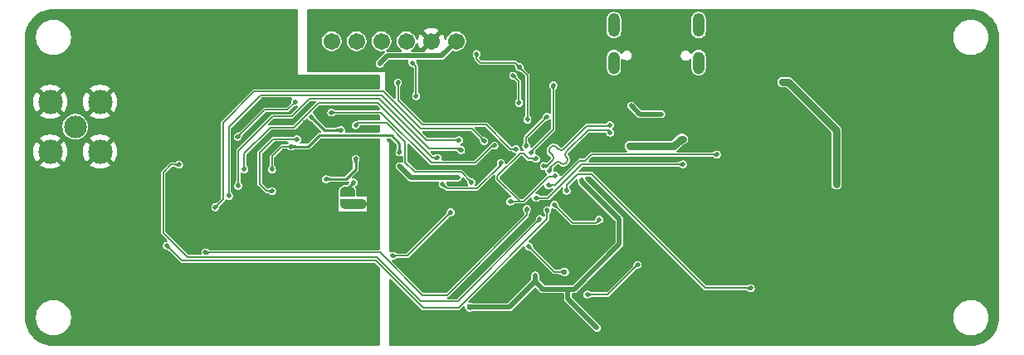
<source format=gbr>
%TF.GenerationSoftware,KiCad,Pcbnew,9.0.2+1*%
%TF.CreationDate,2025-05-31T23:41:05+01:00*%
%TF.ProjectId,OBC,4f42432e-6b69-4636-9164-5f7063625858,rev?*%
%TF.SameCoordinates,Original*%
%TF.FileFunction,Copper,L4,Bot*%
%TF.FilePolarity,Positive*%
%FSLAX45Y45*%
G04 Gerber Fmt 4.5, Leading zero omitted, Abs format (unit mm)*
G04 Created by KiCad (PCBNEW 9.0.2+1) date 2025-05-31 23:41:05*
%MOMM*%
%LPD*%
G01*
G04 APERTURE LIST*
G04 Aperture macros list*
%AMFreePoly0*
4,1,23,0.500000,-0.750000,0.000000,-0.750000,0.000000,-0.745722,-0.065263,-0.745722,-0.191342,-0.711940,-0.304381,-0.646677,-0.396677,-0.554381,-0.461940,-0.441342,-0.495722,-0.315263,-0.495722,-0.250000,-0.500000,-0.250000,-0.500000,0.250000,-0.495722,0.250000,-0.495722,0.315263,-0.461940,0.441342,-0.396677,0.554381,-0.304381,0.646677,-0.191342,0.711940,-0.065263,0.745722,0.000000,0.745722,
0.000000,0.750000,0.500000,0.750000,0.500000,-0.750000,0.500000,-0.750000,$1*%
%AMFreePoly1*
4,1,23,0.000000,0.745722,0.065263,0.745722,0.191342,0.711940,0.304381,0.646677,0.396677,0.554381,0.461940,0.441342,0.495722,0.315263,0.495722,0.250000,0.500000,0.250000,0.500000,-0.250000,0.495722,-0.250000,0.495722,-0.315263,0.461940,-0.441342,0.396677,-0.554381,0.304381,-0.646677,0.191342,-0.711940,0.065263,-0.745722,0.000000,-0.745722,0.000000,-0.750000,-0.500000,-0.750000,
-0.500000,0.750000,0.000000,0.750000,0.000000,0.745722,0.000000,0.745722,$1*%
G04 Aperture macros list end*
%TA.AperFunction,ComponentPad*%
%ADD10C,1.701800*%
%TD*%
%TA.AperFunction,ComponentPad*%
%ADD11O,1.158000X2.316000*%
%TD*%
%TA.AperFunction,ComponentPad*%
%ADD12O,1.200000X2.400000*%
%TD*%
%TA.AperFunction,ComponentPad*%
%ADD13C,2.325000*%
%TD*%
%TA.AperFunction,ComponentPad*%
%ADD14C,2.475000*%
%TD*%
%TA.AperFunction,SMDPad,CuDef*%
%ADD15FreePoly0,90.000000*%
%TD*%
%TA.AperFunction,SMDPad,CuDef*%
%ADD16FreePoly1,90.000000*%
%TD*%
%TA.AperFunction,ViaPad*%
%ADD17C,0.600000*%
%TD*%
%TA.AperFunction,ViaPad*%
%ADD18C,0.500000*%
%TD*%
%TA.AperFunction,ViaPad*%
%ADD19C,0.700000*%
%TD*%
%TA.AperFunction,Conductor*%
%ADD20C,0.130000*%
%TD*%
%TA.AperFunction,Conductor*%
%ADD21C,0.500000*%
%TD*%
%TA.AperFunction,Conductor*%
%ADD22C,0.185000*%
%TD*%
%TA.AperFunction,Conductor*%
%ADD23C,0.250000*%
%TD*%
%TA.AperFunction,Conductor*%
%ADD24C,1.000000*%
%TD*%
%TA.AperFunction,Conductor*%
%ADD25C,0.750000*%
%TD*%
G04 APERTURE END LIST*
D10*
%TO.P,J1,1,1*%
%TO.N,+5V*%
X14448000Y-7041000D03*
%TO.P,J1,2,2*%
%TO.N,GND*%
X14194000Y-7041000D03*
%TO.P,J1,3,3*%
%TO.N,/Nav RX UART*%
X13940000Y-7041000D03*
%TO.P,J1,4,4*%
%TO.N,/Nav TX UART*%
X13686000Y-7041000D03*
%TO.P,J1,5,5*%
%TO.N,/Nav RTS UART*%
X13432000Y-7041000D03*
%TO.P,J1,6,6*%
%TO.N,/Nav CTS UART*%
X13178000Y-7041000D03*
%TD*%
D11*
%TO.P,J6,S3,SHIELD*%
%TO.N,unconnected-(J6-SHIELD-PadS1)_4*%
X16920925Y-7259750D03*
%TO.P,J6,S4,SHIELD*%
%TO.N,unconnected-(J6-SHIELD-PadS1)_5*%
X16056925Y-7259750D03*
D12*
%TO.P,J6,S5,SHIELD*%
%TO.N,unconnected-(J6-SHIELD-PadS1)*%
X16920925Y-6877250D03*
%TO.P,J6,S6,SHIELD*%
%TO.N,unconnected-(J6-SHIELD-PadS1)_3*%
X16056925Y-6877250D03*
%TD*%
D13*
%TO.P,J4,1*%
%TO.N,Net-(C19-Pad1)*%
X10560000Y-7914000D03*
D14*
%TO.P,J4,G1*%
%TO.N,GND*%
X10814000Y-7660000D03*
%TO.P,J4,G2*%
X10814000Y-8168000D03*
%TO.P,J4,G3*%
X10306000Y-7660000D03*
%TO.P,J4,G4*%
X10306000Y-8168000D03*
%TD*%
D15*
%TO.P,JP1,1,A*%
%TO.N,GND*%
X13338003Y-8705558D03*
D16*
%TO.P,JP1,2,B*%
%TO.N,Net-(JP1-B)*%
X13338003Y-8575558D03*
%TD*%
D17*
%TO.N,GND*%
X16819500Y-8355000D03*
X16545000Y-8355000D03*
X15380000Y-7884985D03*
X11940000Y-9140000D03*
X17380000Y-9506750D03*
D18*
X15110000Y-7400000D03*
D17*
X12911971Y-7877193D03*
D18*
X14730000Y-6750000D03*
%TO.N,/BUSY SX1280*%
X13422000Y-7897000D03*
%TO.N,/READ_RS*%
X15386000Y-8512000D03*
%TO.N,GND*%
X14013119Y-8271880D03*
X13251000Y-7721668D03*
X13052869Y-7748869D03*
X12896619Y-7751619D03*
%TO.N,Net-(U1-DCC_FB)*%
X12970000Y-7815000D03*
%TO.N,/NRF21540 ~{CS} SPI*%
X12806000Y-7659000D03*
%TO.N,/RP2040/USB_D-*%
X16018000Y-7974000D03*
%TO.N,/RP2040/MCU SD3 SPI*%
X15438000Y-7491000D03*
%TO.N,/SD-Card  ~{CS} SPI*%
X16300000Y-9321000D03*
%TO.N,+3.3V*%
X16113000Y-9111000D03*
X15728000Y-8461000D03*
%TO.N,VBUS*%
X16233500Y-7698500D03*
X16539000Y-7786000D03*
%TO.N,/ENABLE_RS*%
X16760000Y-8297034D03*
%TO.N,/READ_RS*%
X17108000Y-8197074D03*
%TO.N,/RP2040/USB_D+*%
X16018000Y-7895042D03*
%TO.N,/RP2040/MCU ~{CS} SPI*%
X15093000Y-7306000D03*
X15174823Y-7841000D03*
%TO.N,/RP2040/MCU SD0 SPI*%
X15370000Y-7810000D03*
%TO.N,/RP2040/MCU SD1 SPI*%
X15028000Y-7391000D03*
X15088000Y-7671000D03*
%TO.N,GND*%
X16023000Y-7661000D03*
X14815000Y-9095000D03*
X15262515Y-7384515D03*
X14359985Y-8931000D03*
X13359000Y-7947000D03*
X14825665Y-7852500D03*
X17739000Y-8448000D03*
X13858080Y-7271000D03*
X13243841Y-8188949D03*
X15932500Y-7852500D03*
D19*
X10609000Y-8431123D03*
D18*
X16178925Y-7390075D03*
X15935000Y-8150000D03*
D17*
X16507000Y-9838500D03*
D18*
X15770000Y-7850000D03*
X12933371Y-8276484D03*
D17*
X12829278Y-7962865D03*
D19*
X13118000Y-9431000D03*
D18*
X12590000Y-7650000D03*
D17*
X19800000Y-7470000D03*
X15000000Y-7461000D03*
D18*
X15020000Y-9050000D03*
D19*
X12100000Y-7434000D03*
D18*
X18560000Y-9080000D03*
X15508000Y-8961000D03*
X15118000Y-8601000D03*
D17*
X16549500Y-9751000D03*
D18*
X14640000Y-9080000D03*
X15932500Y-8007500D03*
D17*
X13980000Y-9070000D03*
D18*
X17420000Y-9960000D03*
X16415000Y-8025000D03*
X15763000Y-9046000D03*
X17595000Y-8010000D03*
D17*
X18420000Y-7825000D03*
D18*
X13270000Y-9125000D03*
D17*
X14790000Y-9960000D03*
D18*
X17685000Y-7475000D03*
D17*
X15090000Y-8760000D03*
X13795572Y-8814276D03*
D18*
X11791226Y-8571000D03*
X14241015Y-9049970D03*
X17640000Y-7780000D03*
X14567500Y-8360000D03*
X15118000Y-8431000D03*
D19*
X10600000Y-7434000D03*
D18*
X11791226Y-8375969D03*
D19*
X11600000Y-7434000D03*
D18*
X17940000Y-7992500D03*
X14608000Y-8041000D03*
D17*
X14230000Y-8820000D03*
D18*
X16095000Y-8740000D03*
D17*
X13890000Y-9960000D03*
X17101444Y-7903914D03*
D19*
X10100000Y-7931000D03*
D17*
X13795712Y-8571778D03*
D19*
X16490000Y-6910000D03*
D17*
X16886444Y-7901414D03*
D19*
X15520000Y-9900000D03*
X13118000Y-9580000D03*
D18*
X14520000Y-8490000D03*
D17*
X14757500Y-6937500D03*
D18*
X16842280Y-7407720D03*
X17340000Y-6930000D03*
D17*
X19550000Y-8960000D03*
D18*
X14948000Y-8431000D03*
X19110000Y-9770000D03*
X16370000Y-9180000D03*
D17*
X14355000Y-8695000D03*
D18*
X16785000Y-8140000D03*
X15128206Y-9430970D03*
X12761582Y-8643708D03*
X17518000Y-7686000D03*
X17920000Y-6930000D03*
X14720000Y-7325000D03*
D17*
X14105000Y-8945000D03*
X15427500Y-6937500D03*
X12128094Y-8695209D03*
D18*
X16125000Y-9592500D03*
D17*
X16399500Y-9861000D03*
X13980000Y-8570000D03*
D19*
X11600000Y-7220000D03*
D17*
X19800000Y-7920986D03*
D18*
X17880000Y-7705000D03*
D17*
X15319500Y-8570000D03*
D18*
X14548000Y-7566000D03*
X18420000Y-9760000D03*
D19*
X13618000Y-7930000D03*
D18*
X12836500Y-8374000D03*
D17*
X14190000Y-9960000D03*
D19*
X13618000Y-9580000D03*
D18*
X17548000Y-8331000D03*
X14720000Y-7515000D03*
X16670000Y-9450000D03*
X14318000Y-7651000D03*
X14335000Y-8329500D03*
X14140000Y-7427500D03*
X15118000Y-8261000D03*
D19*
X13100000Y-7434000D03*
X10600000Y-7220000D03*
D18*
X15203000Y-8516000D03*
X15028000Y-8521000D03*
X15277000Y-7609000D03*
X12478000Y-8076000D03*
X16190000Y-8250000D03*
D17*
X17590440Y-8734000D03*
D18*
X11888097Y-8571000D03*
D19*
X11100000Y-7220000D03*
D18*
X12550000Y-8150000D03*
X15890000Y-8530000D03*
D17*
X15013562Y-7684280D03*
X19550000Y-9420000D03*
D18*
X11791226Y-8473485D03*
D17*
X14440000Y-9635000D03*
X14562500Y-8652500D03*
D18*
X17178000Y-7586000D03*
X17685000Y-7360000D03*
X14862000Y-8546000D03*
D19*
X11117500Y-9580000D03*
D18*
X14440000Y-8329500D03*
X15498784Y-7960216D03*
X11694354Y-8571000D03*
D17*
X14105000Y-8695000D03*
D18*
X12174899Y-8383575D03*
X15962000Y-8914000D03*
X14636970Y-9212030D03*
X15920000Y-9420000D03*
X11935150Y-7909216D03*
X15486000Y-9349000D03*
D19*
X10100000Y-8431000D03*
D18*
X14223000Y-7651000D03*
X13075000Y-8125000D03*
X14937000Y-9528840D03*
X11888097Y-8473485D03*
D17*
X15160000Y-7270000D03*
D18*
X14337500Y-8197500D03*
D17*
X17230000Y-8355000D03*
D19*
X16545000Y-8546000D03*
D17*
X15670000Y-7870000D03*
D18*
X12490000Y-8280000D03*
D17*
X19300001Y-7469923D03*
X18920000Y-6810000D03*
D18*
X14210000Y-8510000D03*
X13558000Y-7721668D03*
X15033000Y-8346000D03*
X17027500Y-8122500D03*
X12739628Y-8374000D03*
D17*
X15770000Y-7125000D03*
D18*
X14288000Y-7296000D03*
X12380000Y-8742360D03*
X17260000Y-8007500D03*
X15375000Y-7270000D03*
D19*
X11100000Y-7434000D03*
X12118000Y-9431000D03*
D18*
X12836500Y-8276484D03*
X11888097Y-8375969D03*
X17548000Y-8246000D03*
X17638000Y-8161000D03*
X14788000Y-9548840D03*
D17*
X13795888Y-9156030D03*
D18*
X17507000Y-7475000D03*
D19*
X13600000Y-7434000D03*
X17565500Y-9777000D03*
D17*
X19800000Y-9420000D03*
D18*
X14140000Y-7297500D03*
D19*
X11117276Y-9431059D03*
D18*
X15691500Y-9208500D03*
X15679000Y-8140431D03*
X14288000Y-7426000D03*
X15578024Y-8039455D03*
D19*
X15880000Y-6800000D03*
D17*
X17180000Y-9930000D03*
D18*
X11881280Y-9078720D03*
X15441000Y-8798000D03*
D17*
X15362225Y-7489772D03*
D18*
X15610000Y-9284000D03*
D17*
X14586223Y-9476777D03*
D18*
X18809325Y-8519325D03*
X12633000Y-8631000D03*
X15248000Y-9086000D03*
D19*
X12100000Y-7220000D03*
D18*
X18420000Y-9325000D03*
X12739628Y-8471516D03*
X18130000Y-8050000D03*
X15815000Y-8827500D03*
X15950089Y-9180911D03*
D17*
X12188285Y-7944995D03*
D18*
X14223000Y-7826000D03*
X12933371Y-8471516D03*
D17*
X15007500Y-6937500D03*
D19*
X13120000Y-7220000D03*
D18*
X14318000Y-7826000D03*
D17*
X16630000Y-9060000D03*
D18*
X14745000Y-7830000D03*
D17*
X17345000Y-8500000D03*
D18*
X16155000Y-9817000D03*
X12739628Y-8276484D03*
X15803119Y-9301881D03*
D17*
X14290000Y-9560000D03*
D18*
X16430000Y-8690000D03*
D19*
X13618000Y-9431000D03*
D18*
X15710000Y-9650000D03*
X18420000Y-8750000D03*
X17005000Y-7465000D03*
X13220582Y-8769418D03*
D17*
X17983713Y-9363439D03*
D19*
X10100000Y-7434000D03*
X12618000Y-9580000D03*
D18*
X14122044Y-9168941D03*
D17*
X14436071Y-8194999D03*
D18*
X13794000Y-8090000D03*
D19*
X13618000Y-8431000D03*
D18*
X11435000Y-9087500D03*
D17*
X14763000Y-9300000D03*
D19*
X13618000Y-8931000D03*
D18*
X16539000Y-7511000D03*
D17*
X13990000Y-9290000D03*
X19800000Y-8960000D03*
D18*
X14248000Y-9321000D03*
D17*
X12063642Y-8741939D03*
D18*
X11694354Y-8375969D03*
X17600000Y-9170000D03*
D17*
X18670000Y-6810000D03*
D18*
X16610000Y-7410000D03*
D17*
X11836864Y-9141135D03*
X12284454Y-8425087D03*
D18*
X14318000Y-7738500D03*
D19*
X18664435Y-8222435D03*
D18*
X17040000Y-7145000D03*
D19*
X12618000Y-9431000D03*
D18*
X15203000Y-8346000D03*
X12759991Y-7871707D03*
X17715000Y-9960000D03*
X15602000Y-9119000D03*
X14688000Y-8971000D03*
D19*
X11118000Y-8431000D03*
D18*
X12638000Y-8216000D03*
X14518000Y-9331000D03*
X17638000Y-8246000D03*
D17*
X13980000Y-8820000D03*
D18*
X15525000Y-9200000D03*
D17*
X13962616Y-7600412D03*
D18*
X15762323Y-8635677D03*
D17*
X15677500Y-6937500D03*
D19*
X11618000Y-9431000D03*
D18*
X18160000Y-8530000D03*
D19*
X11118000Y-8931000D03*
D17*
X16930000Y-9930000D03*
X18540000Y-8520000D03*
D18*
X12836500Y-8471516D03*
D17*
X19550001Y-7920910D03*
D18*
X14471000Y-8913000D03*
D17*
X17045000Y-7715080D03*
X18420000Y-7175000D03*
D18*
X15288000Y-8431000D03*
D17*
X13890000Y-9690000D03*
D18*
X15748784Y-8210216D03*
X14550000Y-7830000D03*
X12446000Y-7865000D03*
X14399029Y-9449971D03*
X16055000Y-8385000D03*
D19*
X16819500Y-8546000D03*
D17*
X15770000Y-7375000D03*
X17780000Y-9790000D03*
X13483168Y-8282830D03*
D18*
X12982582Y-8647418D03*
X13482500Y-8080000D03*
X12933371Y-8374000D03*
X18088000Y-7586000D03*
X14560000Y-9000000D03*
X14223000Y-7738500D03*
D19*
X13482500Y-8705558D03*
X12600000Y-7220000D03*
D17*
X17295000Y-7715080D03*
D18*
X16055000Y-7495000D03*
X17507000Y-7360000D03*
D17*
X18716777Y-8696777D03*
D18*
X18420000Y-8055000D03*
X16440000Y-7410000D03*
D17*
X19550000Y-7470000D03*
D19*
X11618000Y-9580000D03*
D18*
X15393000Y-7086000D03*
D17*
X16208888Y-9245556D03*
X19300000Y-9420000D03*
D18*
X11694354Y-8473485D03*
D17*
X17595000Y-8500000D03*
D19*
X12600000Y-7434000D03*
D17*
X18420000Y-6810000D03*
X15770000Y-7625000D03*
X15099713Y-7835140D03*
D19*
X12118000Y-9580000D03*
D18*
X11408000Y-8256700D03*
D17*
X17340440Y-8734000D03*
D19*
X13010000Y-6850000D03*
D18*
X16357000Y-7652000D03*
X14965534Y-7641000D03*
X17638000Y-8331000D03*
D17*
X16760000Y-7610000D03*
D19*
X13487500Y-7220000D03*
D17*
X19170000Y-6810000D03*
D18*
X14153000Y-9561000D03*
D17*
X19300000Y-8960000D03*
X12223242Y-8591000D03*
X18030000Y-9790000D03*
D18*
X12388000Y-8301000D03*
X17548000Y-8161000D03*
D17*
X13930000Y-7460000D03*
D18*
X15175000Y-9745000D03*
D19*
%TO.N,+5V*%
X17778000Y-7456000D03*
D18*
X13668080Y-7271000D03*
D19*
X18328000Y-8501000D03*
X18328000Y-7981000D03*
D18*
%TO.N,+3.3V*%
X12568000Y-8349188D03*
D17*
X14583000Y-9756000D03*
D18*
X12761582Y-8116000D03*
X13868000Y-8316000D03*
X15588000Y-9571000D03*
X13868000Y-8176000D03*
D19*
X16760000Y-8039000D03*
X16218000Y-8111000D03*
D18*
X15883000Y-9966000D03*
X14463000Y-8431000D03*
X15254008Y-9430970D03*
%TO.N,/Nav TX UART*%
X14000000Y-7260000D03*
%TO.N,/Nav RX UART*%
X13853000Y-7461000D03*
X15058000Y-8141000D03*
%TO.N,/SD-Card  ~{CS} SPI*%
X15783000Y-9626000D03*
D17*
%TO.N,/SD-Card MISO SPI*%
X15553000Y-9396000D03*
D18*
X15188000Y-9136000D03*
%TO.N,Net-(U1-DCC_FB)*%
X13272500Y-7948500D03*
X13421600Y-8240000D03*
X13116152Y-8448708D03*
%TO.N,/NRF21540 ~{CS} SPI*%
X12217864Y-8016619D03*
%TO.N,/RADIO MISO SPI*%
X14258000Y-8231000D03*
X12285039Y-8350089D03*
%TO.N,/BUSY SX1280*%
X14603000Y-8481000D03*
%TO.N,/WRITE_RS*%
X15450000Y-8710000D03*
X15907085Y-8861078D03*
%TO.N,/DIO2 SX1280*%
X14903000Y-8281000D03*
X14308000Y-8501000D03*
%TO.N,/RADIO MOSI SPI*%
X12223000Y-8516000D03*
X14498000Y-8151000D03*
%TO.N,/~{RST} SX1280*%
X14393000Y-8786000D03*
X13798000Y-9231000D03*
%TO.N,/ENABLE_RS*%
X15260000Y-8640000D03*
%TO.N,Net-(MCU1-VREG_VOUT)*%
X15460000Y-8412000D03*
X14998000Y-8676000D03*
X15265000Y-8241000D03*
%TO.N,/DIO3 SX1280*%
X13172163Y-7768168D03*
X14838000Y-8106000D03*
%TO.N,/SX1280 ~{CS} SPI*%
X12825132Y-8042000D03*
X12570000Y-8570000D03*
%TO.N,/~{PDN} NRF21540*%
X14733000Y-8061000D03*
X11988000Y-8736000D03*
%TO.N,/RADIO SCK SPI*%
X14478000Y-8051000D03*
X12128000Y-8620000D03*
%TO.N,/RX_EN NRF21540*%
X11495646Y-9128354D03*
X15376156Y-8763000D03*
%TO.N,/RP2040/USB_D+*%
X15341000Y-8315000D03*
%TO.N,/RP2040/USB_D-*%
X15398375Y-8364769D03*
%TO.N,/MODE NRF21540*%
X15300000Y-8852000D03*
X11620000Y-8300000D03*
%TO.N,/TX_EN NRF21540*%
X15168000Y-8751000D03*
X11888000Y-9196000D03*
%TO.N,/Buzzer*%
X15574000Y-8567000D03*
X17455000Y-9561000D03*
%TO.N,Net-(JP1-B)*%
X13402142Y-8483908D03*
%TO.N,/RP2040/MCU SD3 SPI*%
X15212500Y-8181000D03*
%TO.N,/RP2040/MCU ~{CS} SPI*%
X14655000Y-7170000D03*
%TO.N,/RP2040/MCU SD0 SPI*%
X15162000Y-8113000D03*
%TO.N,/Nav TX UART*%
X14038000Y-7601000D03*
%TD*%
D20*
%TO.N,/ENABLE_RS*%
X15384000Y-8640000D02*
X15260000Y-8640000D01*
X16760000Y-8297034D02*
X15726966Y-8297034D01*
X15726966Y-8297034D02*
X15384000Y-8640000D01*
%TO.N,/SD-Card  ~{CS} SPI*%
X16300000Y-9321000D02*
X16299000Y-9321000D01*
X16299000Y-9321000D02*
X15994000Y-9626000D01*
X15994000Y-9626000D02*
X15783000Y-9626000D01*
%TO.N,/RP2040/MCU SD0 SPI*%
X15370000Y-7810000D02*
X15158000Y-8022000D01*
X15158000Y-8022000D02*
X15158000Y-8109000D01*
X15158000Y-8109000D02*
X15162000Y-8113000D01*
D21*
%TO.N,VBUS*%
X16233500Y-7698500D02*
X16321000Y-7786000D01*
X16321000Y-7786000D02*
X16539000Y-7786000D01*
D20*
%TO.N,/SX1280 ~{CS} SPI*%
X12570000Y-8570000D02*
X12512000Y-8570000D01*
X12512000Y-8570000D02*
X12443000Y-8501000D01*
X12443000Y-8501000D02*
X12443000Y-8177000D01*
X12443000Y-8177000D02*
X12578000Y-8042000D01*
X12578000Y-8042000D02*
X12825132Y-8042000D01*
%TO.N,/MODE NRF21540*%
X11620000Y-8300000D02*
X11539000Y-8300000D01*
X15300000Y-8859000D02*
X15300000Y-8852000D01*
X11539000Y-8300000D02*
X11458000Y-8381000D01*
X11458000Y-8381000D02*
X11458000Y-8996000D01*
X11458000Y-8996000D02*
X11707000Y-9245000D01*
X11707000Y-9245000D02*
X13637000Y-9245000D01*
X13637000Y-9245000D02*
X14088000Y-9696000D01*
X14088000Y-9696000D02*
X14463000Y-9696000D01*
X14463000Y-9696000D02*
X15300000Y-8859000D01*
%TO.N,/WRITE_RS*%
X15450000Y-8710000D02*
X15635000Y-8895000D01*
X15635000Y-8895000D02*
X15873163Y-8895000D01*
X15873163Y-8895000D02*
X15905663Y-8862500D01*
D22*
%TO.N,/RP2040/USB_D-*%
X16018000Y-7974000D02*
X16018000Y-7968000D01*
X16018000Y-7968000D02*
X15998000Y-7948000D01*
X15998000Y-7948000D02*
X15792870Y-7948000D01*
X15792870Y-7948000D02*
X15578413Y-8162457D01*
%TO.N,/RP2040/USB_D+*%
X16018000Y-7895042D02*
X16014958Y-7895042D01*
X16014958Y-7895042D02*
X16000000Y-7910000D01*
X16000000Y-7910000D02*
X15777130Y-7910000D01*
X15777130Y-7910000D02*
X15557065Y-8130065D01*
D20*
%TO.N,/READ_RS*%
X15386000Y-8512000D02*
X15455000Y-8512000D01*
X15455000Y-8512000D02*
X15706000Y-8261000D01*
X15763902Y-8261000D02*
X15827828Y-8197074D01*
X15706000Y-8261000D02*
X15763902Y-8261000D01*
X15827828Y-8197074D02*
X17108000Y-8197074D01*
D23*
%TO.N,Net-(U1-DCC_FB)*%
X13272500Y-7948500D02*
X13103500Y-7948500D01*
X13103500Y-7948500D02*
X12970000Y-7815000D01*
D20*
%TO.N,/BUSY SX1280*%
X13422000Y-7897000D02*
X13445600Y-7873400D01*
X13445600Y-7873400D02*
X13735400Y-7873400D01*
X13735400Y-7873400D02*
X13928000Y-8066000D01*
X13928000Y-8066000D02*
X13928000Y-8276000D01*
X14498000Y-8376000D02*
X14603000Y-8481000D01*
X13928000Y-8276000D02*
X14028000Y-8376000D01*
X14028000Y-8376000D02*
X14498000Y-8376000D01*
D23*
%TO.N,+3.3V*%
X12761582Y-8116000D02*
X12938000Y-8116000D01*
X12938000Y-8116000D02*
X13051600Y-8002400D01*
X13051600Y-8002400D02*
X13787400Y-8002400D01*
X13787400Y-8002400D02*
X13868000Y-8083000D01*
X13868000Y-8083000D02*
X13868000Y-8176000D01*
D22*
%TO.N,/RP2040/USB_D-*%
X15398375Y-8364769D02*
X15398375Y-8342495D01*
X15398375Y-8342495D02*
X15462448Y-8278422D01*
%TO.N,/RP2040/USB_D+*%
X15341000Y-8315000D02*
X15341625Y-8315625D01*
X15341625Y-8315625D02*
X15371505Y-8315625D01*
X15371505Y-8315625D02*
X15429365Y-8257765D01*
D20*
%TO.N,Net-(MCU1-VREG_VOUT)*%
X15388000Y-8421000D02*
X15451000Y-8421000D01*
X15451000Y-8421000D02*
X15460000Y-8412000D01*
X15388000Y-8421000D02*
X15133000Y-8676000D01*
X15133000Y-8676000D02*
X15098000Y-8676000D01*
%TO.N,/DIO3 SX1280*%
X13172163Y-7768168D02*
X13680168Y-7768168D01*
X13680168Y-7768168D02*
X14192000Y-8280000D01*
X14192000Y-8280000D02*
X14644000Y-8280000D01*
X14644000Y-8280000D02*
X14818000Y-8106000D01*
X14818000Y-8106000D02*
X14838000Y-8106000D01*
%TO.N,/RADIO MOSI SPI*%
X12223000Y-8516000D02*
X12223000Y-8159975D01*
X12223000Y-8159975D02*
X12574953Y-7808022D01*
X12574953Y-7808022D02*
X12771684Y-7808022D01*
X13660500Y-7628000D02*
X14171900Y-8139400D01*
X12771684Y-7808022D02*
X12951707Y-7628000D01*
X14486400Y-8139400D02*
X14498000Y-8151000D01*
X12951707Y-7628000D02*
X13660500Y-7628000D01*
X14171900Y-8139400D02*
X14486400Y-8139400D01*
%TO.N,/RADIO SCK SPI*%
X12128000Y-8620000D02*
X12128000Y-7916000D01*
X12128000Y-7916000D02*
X12451000Y-7593000D01*
X12451000Y-7593000D02*
X13685000Y-7593000D01*
X13685000Y-7593000D02*
X14143000Y-8051000D01*
X14143000Y-8051000D02*
X14478000Y-8051000D01*
%TO.N,/~{PDN} NRF21540*%
X11988000Y-8736000D02*
X12068000Y-8656000D01*
X12068000Y-8656000D02*
X12068000Y-7871000D01*
X12068000Y-7871000D02*
X12386000Y-7553000D01*
X12386000Y-7553000D02*
X13705000Y-7553000D01*
X13705000Y-7553000D02*
X14088000Y-7936000D01*
X14088000Y-7936000D02*
X14608000Y-7936000D01*
X14608000Y-7936000D02*
X14733000Y-8061000D01*
%TO.N,/NRF21540 ~{CS} SPI*%
X12725000Y-7740000D02*
X12494483Y-7740000D01*
X12806000Y-7659000D02*
X12725000Y-7740000D01*
X12494483Y-7740000D02*
X12217864Y-8016619D01*
D24*
%TO.N,GND*%
X13338003Y-8705558D02*
X13482500Y-8705558D01*
D25*
%TO.N,+5V*%
X18328000Y-7951000D02*
X18328000Y-7981000D01*
X18328000Y-7981000D02*
X18328000Y-8501000D01*
X17833000Y-7456000D02*
X18328000Y-7951000D01*
X17778000Y-7456000D02*
X17833000Y-7456000D01*
D21*
X14299000Y-7190000D02*
X14448000Y-7041000D01*
X13668080Y-7271000D02*
X13668080Y-7266000D01*
X13668080Y-7266000D02*
X13744080Y-7190000D01*
X13744080Y-7190000D02*
X14299000Y-7190000D01*
%TO.N,+3.3V*%
X15588000Y-9571000D02*
X15332000Y-9571000D01*
D25*
X16668000Y-8111000D02*
X16218000Y-8111000D01*
D20*
X12664000Y-8116000D02*
X12568000Y-8212000D01*
D25*
X16760000Y-8039000D02*
X16740000Y-8039000D01*
D21*
X15588000Y-9571000D02*
X15588000Y-9671000D01*
X16113000Y-8856000D02*
X15728000Y-8471000D01*
D20*
X12568000Y-8212000D02*
X12568000Y-8349188D01*
X12761582Y-8116000D02*
X12664000Y-8116000D01*
D21*
X15332000Y-9571000D02*
X15254008Y-9493008D01*
X13983000Y-8431000D02*
X13868000Y-8316000D01*
X15254008Y-9493008D02*
X14991017Y-9756000D01*
X15254008Y-9493008D02*
X15254008Y-9430970D01*
X15653000Y-9571000D02*
X16113000Y-9111000D01*
X13983000Y-8431000D02*
X14463000Y-8431000D01*
X15728000Y-8471000D02*
X15728000Y-8461000D01*
X15588000Y-9571000D02*
X15653000Y-9571000D01*
D25*
X16740000Y-8039000D02*
X16668000Y-8111000D01*
D21*
X14991017Y-9756000D02*
X14583000Y-9756000D01*
X16113000Y-9111000D02*
X16113000Y-8856000D01*
X15588000Y-9671000D02*
X15883000Y-9966000D01*
D20*
%TO.N,/Nav TX UART*%
X14000000Y-7260000D02*
X14038000Y-7298000D01*
X14038000Y-7298000D02*
X14038000Y-7601000D01*
%TO.N,/Nav RX UART*%
X14752019Y-7891000D02*
X15002019Y-8141000D01*
X14103000Y-7891000D02*
X14752019Y-7891000D01*
X15002019Y-8141000D02*
X15058000Y-8141000D01*
X13853000Y-7461000D02*
X13853000Y-7641000D01*
X13853000Y-7641000D02*
X14103000Y-7891000D01*
%TO.N,/SD-Card MISO SPI*%
X15188000Y-9136000D02*
X15448000Y-9396000D01*
X15448000Y-9396000D02*
X15553000Y-9396000D01*
D23*
%TO.N,Net-(U1-DCC_FB)*%
X13321729Y-8448708D02*
X13116152Y-8448708D01*
X13421600Y-8348836D02*
X13321729Y-8448708D01*
X13421600Y-8240000D02*
X13421600Y-8348836D01*
D20*
%TO.N,/DIO2 SX1280*%
X14353000Y-8546000D02*
X14658000Y-8546000D01*
X14308000Y-8501000D02*
X14353000Y-8546000D01*
X14903000Y-8301000D02*
X14903000Y-8281000D01*
X14658000Y-8546000D02*
X14903000Y-8301000D01*
%TO.N,/RADIO MOSI SPI*%
X14488000Y-8141000D02*
X14498000Y-8151000D01*
%TO.N,/~{RST} SX1280*%
X13948000Y-9231000D02*
X14393000Y-8786000D01*
X13798000Y-9231000D02*
X13948000Y-9231000D01*
%TO.N,Net-(MCU1-VREG_VOUT)*%
X14998000Y-8676000D02*
X15098000Y-8676000D01*
X15133000Y-8186000D02*
X15098000Y-8186000D01*
X15265000Y-8241000D02*
X15188000Y-8241000D01*
X14868000Y-8446000D02*
X15098000Y-8676000D01*
X14868000Y-8416000D02*
X14868000Y-8446000D01*
X15188000Y-8241000D02*
X15133000Y-8186000D01*
X15098000Y-8186000D02*
X14868000Y-8416000D01*
%TO.N,/RX_EN NRF21540*%
X14471500Y-9761000D02*
X14108000Y-9761000D01*
X15376156Y-8763000D02*
X15376156Y-8856344D01*
X14108000Y-9761000D02*
X13628000Y-9281000D01*
X11648293Y-9281000D02*
X11495646Y-9128354D01*
X13628000Y-9281000D02*
X11648293Y-9281000D01*
X15376156Y-8856344D02*
X14471500Y-9761000D01*
D22*
%TO.N,/RP2040/USB_D+*%
X15543916Y-8143214D02*
X15557065Y-8130065D01*
X15468256Y-8118465D02*
X15493005Y-8143214D01*
X15429365Y-8206853D02*
X15404616Y-8182105D01*
X15404616Y-8131193D02*
X15417344Y-8118465D01*
X15404616Y-8182105D02*
G75*
G02*
X15404618Y-8131194I25454J25455D01*
G01*
X15493005Y-8143214D02*
G75*
G03*
X15543916Y-8143213I25455J25454D01*
G01*
X15417344Y-8118465D02*
G75*
G02*
X15468256Y-8118465I25456J-25455D01*
G01*
X15429365Y-8257765D02*
G75*
G03*
X15429364Y-8206854I-25455J25455D01*
G01*
%TO.N,/RP2040/USB_D-*%
X15563281Y-8286483D02*
X15574878Y-8274887D01*
X15566817Y-8174053D02*
X15578413Y-8162457D01*
X15574878Y-8228500D02*
X15566817Y-8220439D01*
X15508834Y-8278422D02*
X15516895Y-8286483D01*
X15574878Y-8274887D02*
G75*
G03*
X15574881Y-8228497I-23198J23197D01*
G01*
X15462448Y-8278422D02*
G75*
G02*
X15508834Y-8278422I23193J-23193D01*
G01*
X15566817Y-8220439D02*
G75*
G02*
X15566820Y-8174057I23193J23189D01*
G01*
X15516895Y-8286483D02*
G75*
G03*
X15563281Y-8286483I23193J23193D01*
G01*
D20*
%TO.N,/TX_EN NRF21540*%
X11888000Y-9196000D02*
X13668000Y-9196000D01*
X14103000Y-9631000D02*
X14353000Y-9631000D01*
X15168000Y-8816000D02*
X15168000Y-8751000D01*
X13668000Y-9196000D02*
X14103000Y-9631000D01*
X14353000Y-9631000D02*
X15168000Y-8816000D01*
D22*
%TO.N,/Buzzer*%
X16993000Y-9561000D02*
X17455000Y-9561000D01*
X15833000Y-8401000D02*
X16993000Y-9561000D01*
X15575031Y-8508969D02*
X15683000Y-8401000D01*
X15574000Y-8567000D02*
X15575031Y-8565969D01*
X15575031Y-8565969D02*
X15575031Y-8508969D01*
X15683000Y-8401000D02*
X15833000Y-8401000D01*
D23*
%TO.N,Net-(JP1-B)*%
X13338003Y-8575558D02*
X13338003Y-8548048D01*
X13338003Y-8548048D02*
X13402142Y-8483908D01*
D20*
%TO.N,/RP2040/MCU ~{CS} SPI*%
X15174823Y-7841000D02*
X15174823Y-7387823D01*
X14695000Y-7260000D02*
X15047000Y-7260000D01*
X14655000Y-7170000D02*
X14655000Y-7220000D01*
X14655000Y-7220000D02*
X14695000Y-7260000D01*
X15174823Y-7387823D02*
X15093000Y-7306000D01*
X15047000Y-7260000D02*
X15093000Y-7306000D01*
%TO.N,/RP2040/MCU SD1 SPI*%
X15088000Y-7451000D02*
X15028000Y-7391000D01*
X15088000Y-7671000D02*
X15088000Y-7451000D01*
%TO.N,/RADIO MISO SPI*%
X12285039Y-8350089D02*
X12285039Y-8188961D01*
X12285039Y-8188961D02*
X12553000Y-7921000D01*
X12553000Y-7921000D02*
X12793000Y-7921000D01*
X12793000Y-7921000D02*
X13042600Y-7671400D01*
X13042600Y-7671400D02*
X13648400Y-7671400D01*
X13648400Y-7671400D02*
X14208000Y-8231000D01*
X14208000Y-8231000D02*
X14258000Y-8231000D01*
%TO.N,/RP2040/MCU SD3 SPI*%
X15212500Y-8181000D02*
X15212500Y-8166500D01*
X15212500Y-8166500D02*
X15438000Y-7941000D01*
X15438000Y-7941000D02*
X15438000Y-7491000D01*
%TD*%
%TA.AperFunction,Conductor*%
%TO.N,GND*%
G36*
X14053262Y-7057499D02*
G01*
X14058929Y-7061585D01*
X14061384Y-7067253D01*
X14062236Y-7072634D01*
X14068807Y-7092856D01*
X14068807Y-7092857D01*
X14078461Y-7111803D01*
X14082408Y-7117236D01*
X14082408Y-7117236D01*
X14137792Y-7061853D01*
X14138378Y-7064039D01*
X14146236Y-7077650D01*
X14157349Y-7088764D01*
X14170960Y-7096622D01*
X14173147Y-7097208D01*
X14124037Y-7146318D01*
X14117905Y-7149667D01*
X14115269Y-7149950D01*
X13998069Y-7149950D01*
X13991365Y-7147981D01*
X13986790Y-7142701D01*
X13985796Y-7135785D01*
X13988698Y-7129430D01*
X13991180Y-7127240D01*
X14002060Y-7119970D01*
X14003835Y-7118784D01*
X14017784Y-7104835D01*
X14028743Y-7088434D01*
X14036292Y-7070210D01*
X14036975Y-7066773D01*
X14040213Y-7060583D01*
X14046285Y-7057125D01*
X14053262Y-7057499D01*
G37*
%TD.AperFunction*%
%TA.AperFunction,Conductor*%
G36*
X19698347Y-6711069D02*
G01*
X19702710Y-6711314D01*
X19729770Y-6712834D01*
X19731150Y-6712990D01*
X19761834Y-6718203D01*
X19763188Y-6718512D01*
X19793095Y-6727128D01*
X19794408Y-6727587D01*
X19823162Y-6739498D01*
X19824413Y-6740100D01*
X19851655Y-6755156D01*
X19852830Y-6755895D01*
X19878213Y-6773905D01*
X19879299Y-6774771D01*
X19902337Y-6795359D01*
X19902506Y-6795510D01*
X19903489Y-6796493D01*
X19915433Y-6809858D01*
X19924229Y-6819700D01*
X19925095Y-6820787D01*
X19938140Y-6839172D01*
X19943104Y-6846169D01*
X19943844Y-6847346D01*
X19958899Y-6874586D01*
X19959502Y-6875839D01*
X19971412Y-6904592D01*
X19971872Y-6905905D01*
X19980488Y-6935811D01*
X19980797Y-6937167D01*
X19986010Y-6967849D01*
X19986166Y-6969231D01*
X19987931Y-7000653D01*
X19987950Y-7001348D01*
X19987950Y-9860652D01*
X19987931Y-9861347D01*
X19986166Y-9892769D01*
X19986010Y-9894151D01*
X19980797Y-9924833D01*
X19980488Y-9926189D01*
X19971872Y-9956095D01*
X19971412Y-9957408D01*
X19959502Y-9986161D01*
X19958899Y-9987414D01*
X19943844Y-10014654D01*
X19943104Y-10015831D01*
X19925095Y-10041212D01*
X19924229Y-10042300D01*
X19903490Y-10065506D01*
X19902506Y-10066490D01*
X19879300Y-10087229D01*
X19878212Y-10088095D01*
X19852831Y-10106104D01*
X19851654Y-10106844D01*
X19824414Y-10121899D01*
X19823161Y-10122502D01*
X19794408Y-10134412D01*
X19793095Y-10134872D01*
X19763189Y-10143488D01*
X19761833Y-10143797D01*
X19731151Y-10149010D01*
X19729769Y-10149166D01*
X19698347Y-10150931D01*
X19697652Y-10150950D01*
X13775392Y-10150950D01*
X13768688Y-10148982D01*
X13764113Y-10143701D01*
X13762992Y-10138550D01*
X13763000Y-9488000D01*
X13763000Y-9476413D01*
X13764968Y-9469709D01*
X13770249Y-9465133D01*
X13777165Y-9464139D01*
X13783520Y-9467041D01*
X13784168Y-9467644D01*
X14095793Y-9779269D01*
X14103713Y-9782550D01*
X14103713Y-9782550D01*
X14475786Y-9782550D01*
X14475787Y-9782550D01*
X14483707Y-9779269D01*
X14516782Y-9746194D01*
X14522914Y-9742846D01*
X14529883Y-9743344D01*
X14535477Y-9747532D01*
X14537918Y-9754078D01*
X14537950Y-9754963D01*
X14537950Y-9761931D01*
X14541020Y-9773389D01*
X14546951Y-9783661D01*
X14555339Y-9792049D01*
X14565611Y-9797980D01*
X14577069Y-9801050D01*
X14577069Y-9801050D01*
X14588931Y-9801050D01*
X14589108Y-9801002D01*
X14590395Y-9800730D01*
X14591548Y-9800549D01*
X14592510Y-9800579D01*
X14613415Y-9797114D01*
X14613468Y-9797106D01*
X14613499Y-9797110D01*
X14615093Y-9796959D01*
X14633034Y-9796527D01*
X14633355Y-9796524D01*
X14641156Y-9796546D01*
X14641209Y-9796547D01*
X14641209Y-9796546D01*
X14641209Y-9796547D01*
X14642534Y-9796285D01*
X14644936Y-9796050D01*
X14996289Y-9796050D01*
X14996289Y-9796050D01*
X15006476Y-9793321D01*
X15015608Y-9788048D01*
X15245240Y-9558416D01*
X15251373Y-9555067D01*
X15258342Y-9555566D01*
X15262776Y-9558416D01*
X15299952Y-9595591D01*
X15299952Y-9595591D01*
X15307409Y-9603048D01*
X15311628Y-9605484D01*
X15312563Y-9606024D01*
X15312563Y-9606024D01*
X15316541Y-9608321D01*
X15316541Y-9608321D01*
X15316541Y-9608321D01*
X15326727Y-9611050D01*
X15337273Y-9611050D01*
X15535550Y-9611050D01*
X15542254Y-9613019D01*
X15546829Y-9618299D01*
X15547950Y-9623450D01*
X15547950Y-9676273D01*
X15550679Y-9686459D01*
X15552598Y-9689782D01*
X15555952Y-9695591D01*
X15858409Y-9998048D01*
X15867541Y-10003321D01*
X15877727Y-10006050D01*
X15877727Y-10006050D01*
X15888272Y-10006050D01*
X15888273Y-10006050D01*
X15898459Y-10003321D01*
X15907591Y-9998048D01*
X15915048Y-9990591D01*
X15920321Y-9981459D01*
X15923050Y-9971273D01*
X15923050Y-9960727D01*
X15920321Y-9950541D01*
X15915048Y-9941409D01*
X15822839Y-9849200D01*
X19517950Y-9849200D01*
X19517950Y-9872800D01*
X19517950Y-9872802D01*
X19521031Y-9896201D01*
X19527139Y-9918999D01*
X19536171Y-9940805D01*
X19536172Y-9940806D01*
X19543268Y-9953096D01*
X19547973Y-9961245D01*
X19547973Y-9961245D01*
X19547973Y-9961245D01*
X19562341Y-9979970D01*
X19562341Y-9979970D01*
X19579030Y-9996659D01*
X19579030Y-9996659D01*
X19597755Y-10011027D01*
X19610892Y-10018612D01*
X19618194Y-10022828D01*
X19618195Y-10022828D01*
X19618195Y-10022828D01*
X19640001Y-10031861D01*
X19662799Y-10037969D01*
X19686199Y-10041050D01*
X19686200Y-10041050D01*
X19709800Y-10041050D01*
X19709801Y-10041050D01*
X19733201Y-10037969D01*
X19755999Y-10031861D01*
X19777805Y-10022828D01*
X19798245Y-10011027D01*
X19816970Y-9996659D01*
X19833659Y-9979970D01*
X19848027Y-9961245D01*
X19859828Y-9940805D01*
X19868861Y-9918999D01*
X19874969Y-9896201D01*
X19878050Y-9872801D01*
X19878050Y-9849199D01*
X19874969Y-9825799D01*
X19868861Y-9803001D01*
X19859828Y-9781195D01*
X19859828Y-9781195D01*
X19859828Y-9781194D01*
X19855321Y-9773389D01*
X19848027Y-9760755D01*
X19833659Y-9742030D01*
X19833659Y-9742030D01*
X19816970Y-9725341D01*
X19816970Y-9725341D01*
X19798245Y-9710973D01*
X19798245Y-9710973D01*
X19798245Y-9710973D01*
X19789868Y-9706136D01*
X19777806Y-9699172D01*
X19777805Y-9699171D01*
X19755999Y-9690139D01*
X19742264Y-9686459D01*
X19733201Y-9684031D01*
X19733201Y-9684031D01*
X19733201Y-9684031D01*
X19709802Y-9680950D01*
X19709802Y-9680950D01*
X19709801Y-9680950D01*
X19686199Y-9680950D01*
X19686198Y-9680950D01*
X19686198Y-9680950D01*
X19662799Y-9684031D01*
X19640001Y-9690139D01*
X19618195Y-9699171D01*
X19618194Y-9699172D01*
X19597755Y-9710973D01*
X19579030Y-9725341D01*
X19579030Y-9725341D01*
X19562341Y-9742030D01*
X19562341Y-9742030D01*
X19547973Y-9760755D01*
X19536172Y-9781194D01*
X19536171Y-9781195D01*
X19527139Y-9803001D01*
X19521031Y-9825799D01*
X19517950Y-9849198D01*
X19517950Y-9849200D01*
X15822839Y-9849200D01*
X15631682Y-9658043D01*
X15628333Y-9651910D01*
X15628050Y-9649275D01*
X15628050Y-9623450D01*
X15628849Y-9620727D01*
X15742950Y-9620727D01*
X15742950Y-9631273D01*
X15745679Y-9641459D01*
X15750952Y-9650591D01*
X15758409Y-9658048D01*
X15767541Y-9663321D01*
X15777727Y-9666050D01*
X15777727Y-9666050D01*
X15788273Y-9666050D01*
X15789613Y-9665691D01*
X15792031Y-9665293D01*
X15793078Y-9665227D01*
X15798718Y-9663725D01*
X15799770Y-9663405D01*
X15799926Y-9663351D01*
X15800955Y-9662956D01*
X15806184Y-9660734D01*
X15807472Y-9660116D01*
X15807661Y-9660014D01*
X15808883Y-9659283D01*
X15817074Y-9653853D01*
X15817325Y-9653692D01*
X15822749Y-9650290D01*
X15828344Y-9648435D01*
X15832688Y-9648087D01*
X15832689Y-9648086D01*
X15832689Y-9648086D01*
X15833188Y-9647956D01*
X15836333Y-9647550D01*
X15998286Y-9647550D01*
X15998287Y-9647550D01*
X16006207Y-9644269D01*
X16277320Y-9373156D01*
X16278187Y-9372368D01*
X16278934Y-9371750D01*
X16280287Y-9370949D01*
X16284803Y-9366899D01*
X16284994Y-9366741D01*
X16285139Y-9366679D01*
X16286461Y-9365698D01*
X16286559Y-9365639D01*
X16289890Y-9364234D01*
X16294283Y-9363100D01*
X16295527Y-9362846D01*
X16296616Y-9362682D01*
X16296674Y-9362673D01*
X16296679Y-9362672D01*
X16296684Y-9362671D01*
X16296704Y-9362668D01*
X16296899Y-9362637D01*
X16306282Y-9361052D01*
X16306484Y-9361017D01*
X16306514Y-9361012D01*
X16307993Y-9360415D01*
X16309416Y-9359940D01*
X16315459Y-9358321D01*
X16324591Y-9353048D01*
X16332048Y-9345591D01*
X16337321Y-9336459D01*
X16340050Y-9326273D01*
X16340050Y-9315727D01*
X16337321Y-9305541D01*
X16332048Y-9296409D01*
X16324591Y-9288952D01*
X16315459Y-9283679D01*
X16305273Y-9280950D01*
X16294727Y-9280950D01*
X16284541Y-9283679D01*
X16284541Y-9283679D01*
X16275408Y-9288952D01*
X16267952Y-9296408D01*
X16267952Y-9296409D01*
X16267270Y-9297590D01*
X16265830Y-9299593D01*
X16265147Y-9300367D01*
X16265146Y-9300368D01*
X16262141Y-9305537D01*
X16261632Y-9306486D01*
X16261561Y-9306631D01*
X16261121Y-9307610D01*
X16258934Y-9312953D01*
X16258485Y-9314200D01*
X16258426Y-9314391D01*
X16258084Y-9315675D01*
X16256077Y-9324753D01*
X16255994Y-9325106D01*
X16254400Y-9331432D01*
X16251791Y-9336472D01*
X16248786Y-9339977D01*
X16248504Y-9340457D01*
X16246583Y-9342940D01*
X15988706Y-9600818D01*
X15982573Y-9604167D01*
X15979937Y-9604450D01*
X15836089Y-9604450D01*
X15834659Y-9604367D01*
X15833755Y-9604263D01*
X15832447Y-9603912D01*
X15828485Y-9603651D01*
X15828178Y-9603615D01*
X15827339Y-9603260D01*
X15823814Y-9602262D01*
X15820710Y-9600622D01*
X15819079Y-9599590D01*
X15818110Y-9598865D01*
X15818067Y-9598834D01*
X15817757Y-9598609D01*
X15817708Y-9598574D01*
X15817396Y-9598360D01*
X15817338Y-9598321D01*
X15814731Y-9596575D01*
X15809329Y-9592959D01*
X15808135Y-9592235D01*
X15807951Y-9592134D01*
X15806698Y-9591521D01*
X15806698Y-9591521D01*
X15806698Y-9591521D01*
X15801328Y-9589184D01*
X15800259Y-9588765D01*
X15800099Y-9588709D01*
X15800098Y-9588709D01*
X15800098Y-9588709D01*
X15799815Y-9588622D01*
X15799002Y-9588370D01*
X15793119Y-9586788D01*
X15792648Y-9586669D01*
X15792620Y-9586662D01*
X15792574Y-9586651D01*
X15792574Y-9586651D01*
X15792574Y-9586651D01*
X15792267Y-9586645D01*
X15789300Y-9586225D01*
X15788273Y-9585950D01*
X15788273Y-9585950D01*
X15777727Y-9585950D01*
X15767541Y-9588679D01*
X15767541Y-9588679D01*
X15758408Y-9593952D01*
X15750952Y-9601409D01*
X15745679Y-9610541D01*
X15745679Y-9610541D01*
X15742950Y-9620727D01*
X15628849Y-9620727D01*
X15630018Y-9616746D01*
X15635299Y-9612171D01*
X15640450Y-9611050D01*
X15658272Y-9611050D01*
X15658273Y-9611050D01*
X15668459Y-9608321D01*
X15677591Y-9603048D01*
X16145048Y-9135591D01*
X16147287Y-9131713D01*
X16150321Y-9126459D01*
X16153050Y-9116273D01*
X16153050Y-8850727D01*
X16150879Y-8842627D01*
X16150321Y-8840541D01*
X16145048Y-8831409D01*
X15769917Y-8456278D01*
X15769313Y-8455329D01*
X15768702Y-8454865D01*
X15767734Y-8452852D01*
X15767035Y-8451755D01*
X15766849Y-8451244D01*
X15765321Y-8445541D01*
X15763831Y-8442962D01*
X15763461Y-8441944D01*
X15763304Y-8439495D01*
X15762726Y-8437110D01*
X15763086Y-8436070D01*
X15763016Y-8434972D01*
X15764208Y-8432827D01*
X15765011Y-8430507D01*
X15765876Y-8429827D01*
X15766411Y-8428865D01*
X15768574Y-8427705D01*
X15770503Y-8426188D01*
X15771909Y-8425917D01*
X15772569Y-8425564D01*
X15773402Y-8425630D01*
X15775112Y-8425300D01*
X15817798Y-8425300D01*
X15824502Y-8427269D01*
X15826566Y-8428932D01*
X16971692Y-9574057D01*
X16971693Y-9574059D01*
X16972399Y-9574765D01*
X16979235Y-9581601D01*
X16984467Y-9583768D01*
X16988166Y-9585300D01*
X16997834Y-9585300D01*
X16997834Y-9585300D01*
X17401993Y-9585300D01*
X17405140Y-9585706D01*
X17405643Y-9585838D01*
X17405643Y-9585838D01*
X17410178Y-9586112D01*
X17412029Y-9586364D01*
X17412686Y-9586505D01*
X17415423Y-9587437D01*
X17419087Y-9589184D01*
X17420161Y-9589697D01*
X17421319Y-9590329D01*
X17421320Y-9590328D01*
X17421336Y-9590337D01*
X17421346Y-9590343D01*
X17421382Y-9590366D01*
X17421556Y-9590470D01*
X17421693Y-9590553D01*
X17421742Y-9590581D01*
X17422076Y-9590772D01*
X17430126Y-9595232D01*
X17431561Y-9595933D01*
X17431782Y-9596027D01*
X17433276Y-9596575D01*
X17433277Y-9596576D01*
X17433278Y-9596576D01*
X17442995Y-9599590D01*
X17444280Y-9599988D01*
X17445034Y-9600202D01*
X17445148Y-9600231D01*
X17445404Y-9600238D01*
X17448255Y-9600656D01*
X17449727Y-9601050D01*
X17449727Y-9601050D01*
X17460273Y-9601050D01*
X17460273Y-9601050D01*
X17470459Y-9598321D01*
X17479591Y-9593048D01*
X17487048Y-9585591D01*
X17492321Y-9576459D01*
X17495050Y-9566273D01*
X17495050Y-9555727D01*
X17492321Y-9545541D01*
X17487048Y-9536409D01*
X17479591Y-9528952D01*
X17471073Y-9524034D01*
X17470459Y-9523679D01*
X17470459Y-9523679D01*
X17470459Y-9523679D01*
X17460273Y-9520950D01*
X17449727Y-9520950D01*
X17449727Y-9520950D01*
X17448487Y-9521282D01*
X17445996Y-9521684D01*
X17445017Y-9521741D01*
X17438753Y-9523368D01*
X17437797Y-9523649D01*
X17437657Y-9523696D01*
X17437656Y-9523696D01*
X17437655Y-9523696D01*
X17436730Y-9524034D01*
X17436728Y-9524035D01*
X17431080Y-9526302D01*
X17430414Y-9526595D01*
X17430132Y-9526720D01*
X17430131Y-9526720D01*
X17429991Y-9526787D01*
X17429072Y-9527267D01*
X17422420Y-9531032D01*
X17421979Y-9531270D01*
X17416060Y-9534312D01*
X17413291Y-9535339D01*
X17412563Y-9535514D01*
X17410492Y-9535830D01*
X17405535Y-9536162D01*
X17404884Y-9536325D01*
X17401859Y-9536700D01*
X17008202Y-9536700D01*
X17001498Y-9534732D01*
X16999433Y-9533068D01*
X15855839Y-8389474D01*
X15855839Y-8389474D01*
X15853601Y-8387235D01*
X15853601Y-8387235D01*
X15846765Y-8380399D01*
X15843560Y-8379072D01*
X15841945Y-8378403D01*
X15841945Y-8378403D01*
X15837834Y-8376700D01*
X15837834Y-8376700D01*
X15828166Y-8376700D01*
X15826723Y-8376700D01*
X15826722Y-8376700D01*
X15707712Y-8376700D01*
X15701008Y-8374731D01*
X15696433Y-8369451D01*
X15695439Y-8362535D01*
X15698341Y-8356180D01*
X15698944Y-8355532D01*
X15707428Y-8347048D01*
X15732260Y-8322216D01*
X15738392Y-8318868D01*
X15741028Y-8318584D01*
X16706912Y-8318584D01*
X16708341Y-8318667D01*
X16709245Y-8318772D01*
X16710553Y-8319123D01*
X16714515Y-8319383D01*
X16714822Y-8319419D01*
X16715661Y-8319775D01*
X16719185Y-8320772D01*
X16722288Y-8322412D01*
X16723920Y-8323444D01*
X16724894Y-8324172D01*
X16725234Y-8324420D01*
X16725284Y-8324455D01*
X16725604Y-8324675D01*
X16733671Y-8330075D01*
X16733672Y-8330076D01*
X16733673Y-8330077D01*
X16734864Y-8330799D01*
X16734865Y-8330799D01*
X16735049Y-8330900D01*
X16736302Y-8331513D01*
X16741670Y-8333849D01*
X16742736Y-8334267D01*
X16742899Y-8334324D01*
X16743998Y-8334664D01*
X16749880Y-8336246D01*
X16750349Y-8336365D01*
X16750420Y-8336381D01*
X16750728Y-8336387D01*
X16753694Y-8336807D01*
X16754727Y-8337084D01*
X16754728Y-8337084D01*
X16765272Y-8337084D01*
X16765273Y-8337084D01*
X16775459Y-8334355D01*
X16784591Y-8329082D01*
X16792048Y-8321626D01*
X16797321Y-8312493D01*
X16800050Y-8302307D01*
X16800050Y-8291762D01*
X16797321Y-8281576D01*
X16792048Y-8272443D01*
X16784591Y-8264986D01*
X16775459Y-8259714D01*
X16765273Y-8256984D01*
X16754727Y-8256984D01*
X16753386Y-8257344D01*
X16750969Y-8257741D01*
X16749922Y-8257807D01*
X16749922Y-8257807D01*
X16744281Y-8259309D01*
X16743232Y-8259628D01*
X16743073Y-8259683D01*
X16742047Y-8260077D01*
X16736815Y-8262300D01*
X16735527Y-8262918D01*
X16735338Y-8263021D01*
X16734119Y-8263750D01*
X16725929Y-8269178D01*
X16725666Y-8269347D01*
X16720251Y-8272744D01*
X16714656Y-8274599D01*
X16710312Y-8274948D01*
X16710311Y-8274948D01*
X16709812Y-8275079D01*
X16706667Y-8275484D01*
X15809831Y-8275484D01*
X15803127Y-8273516D01*
X15798551Y-8268235D01*
X15797557Y-8261320D01*
X15800459Y-8254964D01*
X15801062Y-8254316D01*
X15833122Y-8222256D01*
X15839255Y-8218908D01*
X15841890Y-8218624D01*
X17054912Y-8218624D01*
X17056341Y-8218707D01*
X17057245Y-8218812D01*
X17058553Y-8219163D01*
X17062515Y-8219423D01*
X17062822Y-8219459D01*
X17063661Y-8219815D01*
X17067186Y-8220813D01*
X17070289Y-8222452D01*
X17071921Y-8223484D01*
X17072894Y-8224212D01*
X17073235Y-8224460D01*
X17073284Y-8224495D01*
X17073604Y-8224715D01*
X17081671Y-8230116D01*
X17081672Y-8230116D01*
X17081673Y-8230117D01*
X17082864Y-8230839D01*
X17082865Y-8230840D01*
X17083050Y-8230940D01*
X17084302Y-8231553D01*
X17089671Y-8233889D01*
X17090736Y-8234307D01*
X17090899Y-8234364D01*
X17091998Y-8234704D01*
X17097880Y-8236286D01*
X17098349Y-8236405D01*
X17098420Y-8236421D01*
X17098728Y-8236427D01*
X17101695Y-8236848D01*
X17102727Y-8237124D01*
X17102728Y-8237124D01*
X17113273Y-8237124D01*
X17113273Y-8237124D01*
X17123459Y-8234395D01*
X17132591Y-8229122D01*
X17140048Y-8221666D01*
X17145321Y-8212533D01*
X17148050Y-8202347D01*
X17148050Y-8191802D01*
X17145321Y-8181616D01*
X17140048Y-8172483D01*
X17132591Y-8165026D01*
X17123459Y-8159754D01*
X17113273Y-8157024D01*
X17102727Y-8157024D01*
X17101386Y-8157384D01*
X17098969Y-8157781D01*
X17097922Y-8157848D01*
X17097922Y-8157848D01*
X17092281Y-8159349D01*
X17091232Y-8159668D01*
X17091073Y-8159723D01*
X17090047Y-8160117D01*
X17084815Y-8162340D01*
X17083527Y-8162959D01*
X17083338Y-8163061D01*
X17082119Y-8163791D01*
X17073929Y-8169218D01*
X17073666Y-8169388D01*
X17068251Y-8172784D01*
X17062656Y-8174639D01*
X17058312Y-8174988D01*
X17058311Y-8174988D01*
X17057813Y-8175119D01*
X17054667Y-8175524D01*
X16707507Y-8175524D01*
X16705330Y-8174885D01*
X16703069Y-8174703D01*
X16702042Y-8173920D01*
X16700803Y-8173556D01*
X16699318Y-8171842D01*
X16697514Y-8170465D01*
X16697073Y-8169251D01*
X16696228Y-8168275D01*
X16695905Y-8166030D01*
X16695131Y-8163897D01*
X16695417Y-8162638D01*
X16695233Y-8161360D01*
X16696176Y-8159296D01*
X16696678Y-8157083D01*
X16697756Y-8155836D01*
X16698136Y-8155004D01*
X16698819Y-8154277D01*
X16699785Y-8153328D01*
X16700266Y-8153050D01*
X16710050Y-8143266D01*
X16710051Y-8143266D01*
X16758135Y-8095182D01*
X16764267Y-8091833D01*
X16766903Y-8091550D01*
X16766918Y-8091550D01*
X16766918Y-8091550D01*
X16780284Y-8087969D01*
X16792267Y-8081050D01*
X16802051Y-8071266D01*
X16808969Y-8059284D01*
X16812550Y-8045918D01*
X16812550Y-8032082D01*
X16808969Y-8018716D01*
X16804079Y-8010248D01*
X16802051Y-8006734D01*
X16802050Y-8006733D01*
X16792267Y-7996950D01*
X16792266Y-7996949D01*
X16780284Y-7990031D01*
X16780284Y-7990031D01*
X16780284Y-7990031D01*
X16766918Y-7986450D01*
X16766918Y-7986450D01*
X16747679Y-7986450D01*
X16747678Y-7986450D01*
X16746918Y-7986450D01*
X16733082Y-7986450D01*
X16722480Y-7989291D01*
X16719716Y-7990031D01*
X16707734Y-7996949D01*
X16707733Y-7996950D01*
X16649865Y-8054818D01*
X16643733Y-8058167D01*
X16641097Y-8058450D01*
X16211082Y-8058450D01*
X16197716Y-8062031D01*
X16197716Y-8062031D01*
X16185734Y-8068949D01*
X16185733Y-8068950D01*
X16175950Y-8078733D01*
X16175949Y-8078734D01*
X16169031Y-8090716D01*
X16169031Y-8090716D01*
X16165450Y-8104082D01*
X16165450Y-8117918D01*
X16168846Y-8130591D01*
X16169031Y-8131283D01*
X16169031Y-8131284D01*
X16175949Y-8143266D01*
X16175950Y-8143267D01*
X16185734Y-8153051D01*
X16186042Y-8153287D01*
X16186236Y-8153553D01*
X16186308Y-8153625D01*
X16186297Y-8153636D01*
X16190162Y-8158930D01*
X16190577Y-8165905D01*
X16187156Y-8171997D01*
X16180984Y-8175272D01*
X16178493Y-8175524D01*
X15823541Y-8175524D01*
X15823541Y-8175524D01*
X15823541Y-8175524D01*
X15821495Y-8176372D01*
X15821495Y-8176372D01*
X15815621Y-8178805D01*
X15815621Y-8178805D01*
X15758608Y-8235818D01*
X15752476Y-8239167D01*
X15749840Y-8239450D01*
X15701713Y-8239450D01*
X15693793Y-8242731D01*
X15521218Y-8415306D01*
X15515086Y-8418654D01*
X15508117Y-8418156D01*
X15502523Y-8413969D01*
X15500082Y-8407422D01*
X15500059Y-8406798D01*
X15500050Y-8406728D01*
X15500050Y-8406727D01*
X15497321Y-8396541D01*
X15492048Y-8387409D01*
X15484591Y-8379952D01*
X15475459Y-8374679D01*
X15465273Y-8371950D01*
X15454727Y-8371950D01*
X15454727Y-8371950D01*
X15454405Y-8372036D01*
X15454123Y-8372029D01*
X15453922Y-8372056D01*
X15453917Y-8372025D01*
X15447420Y-8371870D01*
X15441634Y-8367954D01*
X15439006Y-8362333D01*
X15438761Y-8361021D01*
X15438796Y-8360052D01*
X15438714Y-8357810D01*
X15438677Y-8357475D01*
X15438273Y-8355268D01*
X15436178Y-8347176D01*
X15436100Y-8346756D01*
X15436411Y-8343688D01*
X15436511Y-8340606D01*
X15436766Y-8340191D01*
X15436805Y-8339805D01*
X15437680Y-8338706D01*
X15439521Y-8335714D01*
X15476873Y-8298362D01*
X15483005Y-8295014D01*
X15489974Y-8295512D01*
X15494409Y-8298362D01*
X15504261Y-8308214D01*
X15504261Y-8308215D01*
X15504262Y-8308215D01*
X15509525Y-8311522D01*
X15515156Y-8315061D01*
X15515157Y-8315061D01*
X15525226Y-8318584D01*
X15527302Y-8319311D01*
X15527302Y-8319311D01*
X15540088Y-8320751D01*
X15540088Y-8320751D01*
X15540088Y-8320751D01*
X15552874Y-8319311D01*
X15552874Y-8319311D01*
X15552874Y-8319311D01*
X15565020Y-8315061D01*
X15575915Y-8308215D01*
X15577046Y-8307084D01*
X15577046Y-8307084D01*
X15580464Y-8303666D01*
X15583494Y-8300636D01*
X15583494Y-8300636D01*
X15588140Y-8295989D01*
X15588142Y-8295988D01*
X15589031Y-8295099D01*
X15589031Y-8295099D01*
X15592061Y-8292069D01*
X15592061Y-8292069D01*
X15593629Y-8290501D01*
X15595478Y-8288651D01*
X15595482Y-8288643D01*
X15596308Y-8287814D01*
X15596347Y-8287775D01*
X15596351Y-8287773D01*
X15596358Y-8287764D01*
X15596606Y-8287516D01*
X15603451Y-8276623D01*
X15607701Y-8264479D01*
X15609142Y-8251694D01*
X15607703Y-8238909D01*
X15603455Y-8226765D01*
X15602803Y-8225727D01*
X15596612Y-8215870D01*
X15596611Y-8215870D01*
X15596370Y-8215628D01*
X15596370Y-8215628D01*
X15595479Y-8214737D01*
X15595478Y-8214736D01*
X15592063Y-8211321D01*
X15589034Y-8208290D01*
X15588290Y-8207546D01*
X15588282Y-8207539D01*
X15586757Y-8206014D01*
X15586324Y-8205221D01*
X15585600Y-8204680D01*
X15584676Y-8202202D01*
X15583409Y-8199882D01*
X15583473Y-8198981D01*
X15583157Y-8198134D01*
X15583718Y-8195550D01*
X15583907Y-8192913D01*
X15584488Y-8192009D01*
X15584641Y-8191306D01*
X15586750Y-8188489D01*
X15586755Y-8188481D01*
X15587028Y-8188208D01*
X15587028Y-8188207D01*
X15587383Y-8187852D01*
X15599014Y-8176222D01*
X15599014Y-8176221D01*
X15599061Y-8176174D01*
X15600758Y-8174478D01*
X15600758Y-8174477D01*
X15799304Y-7975932D01*
X15805436Y-7972583D01*
X15808072Y-7972300D01*
X15966098Y-7972300D01*
X15972802Y-7974268D01*
X15977377Y-7979549D01*
X15977426Y-7979656D01*
X15978037Y-7981028D01*
X15978243Y-7982194D01*
X15978286Y-7982388D01*
X15978627Y-7983665D01*
X15979964Y-7987945D01*
X15980454Y-7989291D01*
X15980536Y-7989488D01*
X15981150Y-7990788D01*
X15982870Y-7994032D01*
X15983246Y-7994701D01*
X15983305Y-7994800D01*
X15984479Y-7996039D01*
X15985534Y-7997867D01*
X15985534Y-7997868D01*
X15985931Y-7998556D01*
X15985952Y-7998591D01*
X15993409Y-8006048D01*
X16002541Y-8011321D01*
X16012727Y-8014050D01*
X16012727Y-8014050D01*
X16023272Y-8014050D01*
X16023273Y-8014050D01*
X16033459Y-8011321D01*
X16042591Y-8006048D01*
X16050048Y-7998591D01*
X16055321Y-7989459D01*
X16058050Y-7979273D01*
X16058050Y-7968727D01*
X16055321Y-7958541D01*
X16050048Y-7949409D01*
X16043928Y-7943289D01*
X16040580Y-7937157D01*
X16041078Y-7930187D01*
X16043928Y-7925753D01*
X16045772Y-7923909D01*
X16050048Y-7919633D01*
X16055321Y-7910500D01*
X16058050Y-7900314D01*
X16058050Y-7889769D01*
X16055321Y-7879583D01*
X16050048Y-7870450D01*
X16042591Y-7862994D01*
X16033675Y-7857846D01*
X16033459Y-7857721D01*
X16033459Y-7857721D01*
X16033459Y-7857721D01*
X16023273Y-7854992D01*
X16012727Y-7854992D01*
X16002541Y-7857721D01*
X16002541Y-7857721D01*
X15993409Y-7862994D01*
X15993216Y-7863141D01*
X15993024Y-7863309D01*
X15993032Y-7863317D01*
X15985874Y-7869898D01*
X15985873Y-7869899D01*
X15984456Y-7871387D01*
X15984454Y-7871389D01*
X15984258Y-7871624D01*
X15984257Y-7871626D01*
X15983044Y-7873293D01*
X15978874Y-7879911D01*
X15973635Y-7884533D01*
X15968384Y-7885700D01*
X15783408Y-7885700D01*
X15783407Y-7885700D01*
X15781963Y-7885700D01*
X15772296Y-7885700D01*
X15772296Y-7885700D01*
X15772296Y-7885700D01*
X15767064Y-7887867D01*
X15767064Y-7887867D01*
X15763365Y-7889399D01*
X15763365Y-7889399D01*
X15541491Y-8111273D01*
X15536464Y-8116300D01*
X15536464Y-8116300D01*
X15530196Y-8122569D01*
X15530196Y-8122569D01*
X15530195Y-8122569D01*
X15530195Y-8122569D01*
X15527596Y-8125169D01*
X15525717Y-8126711D01*
X15525349Y-8126957D01*
X15523441Y-8127554D01*
X15521740Y-8128605D01*
X15520175Y-8128577D01*
X15518681Y-8129044D01*
X15516753Y-8128515D01*
X15514754Y-8128480D01*
X15512243Y-8127278D01*
X15511943Y-8127196D01*
X15511571Y-8126957D01*
X15511207Y-8126713D01*
X15509328Y-8125172D01*
X15506453Y-8122296D01*
X15506451Y-8122294D01*
X15481315Y-8097159D01*
X15481313Y-8097156D01*
X15480635Y-8096479D01*
X15480635Y-8096479D01*
X15480635Y-8096478D01*
X15469129Y-8089249D01*
X15469129Y-8089249D01*
X15469129Y-8089249D01*
X15456303Y-8084761D01*
X15456302Y-8084760D01*
X15442800Y-8083239D01*
X15442800Y-8083239D01*
X15429297Y-8084760D01*
X15416471Y-8089249D01*
X15404966Y-8096478D01*
X15404965Y-8096478D01*
X15400162Y-8101282D01*
X15400161Y-8101282D01*
X15398649Y-8102794D01*
X15384016Y-8117428D01*
X15384014Y-8117431D01*
X15383176Y-8118270D01*
X15383175Y-8118270D01*
X15383175Y-8118270D01*
X15382632Y-8118813D01*
X15382632Y-8118814D01*
X15375401Y-8130319D01*
X15370913Y-8143145D01*
X15369391Y-8156648D01*
X15369391Y-8156648D01*
X15370113Y-8163061D01*
X15370912Y-8170152D01*
X15375400Y-8182977D01*
X15375400Y-8182978D01*
X15382629Y-8194483D01*
X15382629Y-8194483D01*
X15382630Y-8194483D01*
X15384016Y-8195869D01*
X15409153Y-8221006D01*
X15409153Y-8221007D01*
X15411320Y-8223173D01*
X15412861Y-8225051D01*
X15413108Y-8225421D01*
X15413862Y-8227830D01*
X15414668Y-8229305D01*
X15414604Y-8230199D01*
X15415196Y-8232088D01*
X15414213Y-8235672D01*
X15414170Y-8236275D01*
X15413977Y-8236532D01*
X15413347Y-8238826D01*
X15413108Y-8239199D01*
X15412865Y-8239562D01*
X15411323Y-8241441D01*
X15375603Y-8277161D01*
X15369471Y-8280509D01*
X15363086Y-8280213D01*
X15361985Y-8279863D01*
X15361266Y-8279473D01*
X15360029Y-8278871D01*
X15359840Y-8278789D01*
X15358550Y-8278297D01*
X15352020Y-8276134D01*
X15351104Y-8275862D01*
X15350968Y-8275826D01*
X15349346Y-8275774D01*
X15347694Y-8275331D01*
X15347693Y-8275330D01*
X15346273Y-8274950D01*
X15346273Y-8274950D01*
X15335727Y-8274950D01*
X15325541Y-8277679D01*
X15325541Y-8277679D01*
X15316408Y-8282952D01*
X15308952Y-8290408D01*
X15303679Y-8299541D01*
X15303679Y-8299541D01*
X15300950Y-8309727D01*
X15300950Y-8320273D01*
X15303310Y-8329082D01*
X15303679Y-8330459D01*
X15303679Y-8330459D01*
X15304288Y-8331513D01*
X15308952Y-8339591D01*
X15316409Y-8347048D01*
X15325541Y-8352321D01*
X15335727Y-8355050D01*
X15335727Y-8355050D01*
X15345925Y-8355050D01*
X15352629Y-8357018D01*
X15357205Y-8362299D01*
X15358325Y-8367450D01*
X15358325Y-8370041D01*
X15361054Y-8380227D01*
X15365200Y-8387408D01*
X15366327Y-8389360D01*
X15368977Y-8392010D01*
X15372326Y-8398143D01*
X15371827Y-8405112D01*
X15368977Y-8409546D01*
X15127706Y-8650818D01*
X15125013Y-8652288D01*
X15122431Y-8653948D01*
X15121811Y-8654037D01*
X15121573Y-8654167D01*
X15118937Y-8654450D01*
X15112062Y-8654450D01*
X15105359Y-8652482D01*
X15103294Y-8650818D01*
X14893182Y-8440706D01*
X14889833Y-8434573D01*
X14889550Y-8431938D01*
X14889550Y-8430063D01*
X14891518Y-8423359D01*
X14893182Y-8421294D01*
X15103294Y-8211182D01*
X15105987Y-8209711D01*
X15108569Y-8208052D01*
X15109189Y-8207963D01*
X15109427Y-8207833D01*
X15112062Y-8207550D01*
X15118937Y-8207550D01*
X15125641Y-8209518D01*
X15127706Y-8211182D01*
X15175793Y-8259269D01*
X15183713Y-8262550D01*
X15192286Y-8262550D01*
X15211912Y-8262550D01*
X15213341Y-8262633D01*
X15214245Y-8262737D01*
X15215553Y-8263088D01*
X15219515Y-8263349D01*
X15219822Y-8263384D01*
X15220661Y-8263740D01*
X15224185Y-8264738D01*
X15227288Y-8266378D01*
X15228920Y-8267410D01*
X15229894Y-8268138D01*
X15230234Y-8268385D01*
X15230284Y-8268420D01*
X15230604Y-8268640D01*
X15230609Y-8268643D01*
X15230610Y-8268644D01*
X15231590Y-8269300D01*
X15238671Y-8274041D01*
X15238672Y-8274041D01*
X15238673Y-8274042D01*
X15239864Y-8274764D01*
X15239865Y-8274765D01*
X15240049Y-8274866D01*
X15241302Y-8275479D01*
X15246670Y-8277815D01*
X15247736Y-8278233D01*
X15247899Y-8278290D01*
X15248998Y-8278629D01*
X15254880Y-8280212D01*
X15255349Y-8280330D01*
X15255420Y-8280347D01*
X15255728Y-8280353D01*
X15258694Y-8280773D01*
X15259727Y-8281050D01*
X15259728Y-8281050D01*
X15270272Y-8281050D01*
X15270273Y-8281050D01*
X15280459Y-8278321D01*
X15289591Y-8273048D01*
X15297048Y-8265591D01*
X15302321Y-8256459D01*
X15305050Y-8246273D01*
X15305050Y-8235727D01*
X15302321Y-8225541D01*
X15297048Y-8216409D01*
X15289591Y-8208952D01*
X15282592Y-8204911D01*
X15280459Y-8203679D01*
X15280459Y-8203679D01*
X15280459Y-8203679D01*
X15270273Y-8200950D01*
X15264757Y-8200950D01*
X15263179Y-8200486D01*
X15261534Y-8200524D01*
X15259895Y-8199522D01*
X15258053Y-8198981D01*
X15256976Y-8197738D01*
X15255572Y-8196880D01*
X15254735Y-8195152D01*
X15253478Y-8193701D01*
X15253216Y-8192015D01*
X15252526Y-8190592D01*
X15252468Y-8187200D01*
X15252447Y-8187063D01*
X15252536Y-8186326D01*
X15252550Y-8186273D01*
X15252550Y-8186207D01*
X15252610Y-8185711D01*
X15253261Y-8175229D01*
X15253261Y-8175223D01*
X15253281Y-8173687D01*
X15253280Y-8173686D01*
X15253281Y-8173684D01*
X15253272Y-8173453D01*
X15253138Y-8171916D01*
X15252171Y-8164865D01*
X15252567Y-8162228D01*
X15252596Y-8159561D01*
X15253116Y-8158579D01*
X15253210Y-8157955D01*
X15254095Y-8156366D01*
X15254426Y-8155863D01*
X15254730Y-8155487D01*
X15255045Y-8154922D01*
X15255292Y-8154547D01*
X15255612Y-8154275D01*
X15256884Y-8152592D01*
X15456269Y-7953207D01*
X15458681Y-7947385D01*
X15459550Y-7945287D01*
X15459550Y-7693227D01*
X16193450Y-7693227D01*
X16193450Y-7703773D01*
X16196179Y-7713959D01*
X16198816Y-7718525D01*
X16201452Y-7723091D01*
X16296409Y-7818048D01*
X16300262Y-7820273D01*
X16305541Y-7823320D01*
X16305541Y-7823321D01*
X16315727Y-7826050D01*
X16315727Y-7826050D01*
X16544272Y-7826050D01*
X16544273Y-7826050D01*
X16554459Y-7823321D01*
X16563591Y-7818048D01*
X16571048Y-7810591D01*
X16576321Y-7801459D01*
X16579050Y-7791273D01*
X16579050Y-7780727D01*
X16576321Y-7770541D01*
X16571048Y-7761409D01*
X16563591Y-7753952D01*
X16554459Y-7748679D01*
X16544273Y-7745950D01*
X16544273Y-7745950D01*
X16342725Y-7745950D01*
X16336022Y-7743981D01*
X16333957Y-7742318D01*
X16258091Y-7666452D01*
X16258091Y-7666452D01*
X16252454Y-7663197D01*
X16248959Y-7661179D01*
X16243866Y-7659815D01*
X16238773Y-7658450D01*
X16228227Y-7658450D01*
X16218041Y-7661179D01*
X16208909Y-7666452D01*
X16208908Y-7666452D01*
X16201452Y-7673908D01*
X16201452Y-7673909D01*
X16196179Y-7683041D01*
X16193450Y-7693227D01*
X15459550Y-7693227D01*
X15459550Y-7544088D01*
X15459633Y-7542659D01*
X15459737Y-7541755D01*
X15460088Y-7540447D01*
X15460349Y-7536484D01*
X15460384Y-7536178D01*
X15460740Y-7535339D01*
X15461738Y-7531814D01*
X15463378Y-7528711D01*
X15464410Y-7527079D01*
X15465138Y-7526106D01*
X15465377Y-7525777D01*
X15465412Y-7525728D01*
X15465640Y-7525396D01*
X15471041Y-7517329D01*
X15471765Y-7516134D01*
X15471866Y-7515950D01*
X15472479Y-7514698D01*
X15474815Y-7509329D01*
X15475233Y-7508263D01*
X15475290Y-7508101D01*
X15475629Y-7507002D01*
X15475630Y-7507001D01*
X15477211Y-7501123D01*
X15477212Y-7501120D01*
X15477330Y-7500651D01*
X15477347Y-7500580D01*
X15477353Y-7500272D01*
X15477773Y-7497304D01*
X15478050Y-7496273D01*
X15478050Y-7485727D01*
X15478050Y-7485727D01*
X15475321Y-7475541D01*
X15470048Y-7466409D01*
X15462591Y-7458952D01*
X15453459Y-7453679D01*
X15443273Y-7450950D01*
X15432727Y-7450950D01*
X15422541Y-7453679D01*
X15422541Y-7453679D01*
X15413408Y-7458952D01*
X15405952Y-7466408D01*
X15400679Y-7475541D01*
X15400679Y-7475541D01*
X15397950Y-7485727D01*
X15397950Y-7496273D01*
X15398309Y-7497613D01*
X15398706Y-7500031D01*
X15398773Y-7501077D01*
X15398773Y-7501078D01*
X15400274Y-7506717D01*
X15400596Y-7507772D01*
X15400648Y-7507924D01*
X15401044Y-7508957D01*
X15403265Y-7514182D01*
X15403265Y-7514183D01*
X15403266Y-7514184D01*
X15403513Y-7514699D01*
X15403884Y-7515473D01*
X15403885Y-7515474D01*
X15403984Y-7515658D01*
X15403986Y-7515661D01*
X15403987Y-7515663D01*
X15404717Y-7516882D01*
X15404717Y-7516882D01*
X15410147Y-7525075D01*
X15410308Y-7525325D01*
X15413710Y-7530749D01*
X15415564Y-7536344D01*
X15415913Y-7540688D01*
X15416044Y-7541188D01*
X15416450Y-7544333D01*
X15416450Y-7769874D01*
X15414481Y-7776578D01*
X15409201Y-7781154D01*
X15402285Y-7782148D01*
X15395930Y-7779246D01*
X15395282Y-7778643D01*
X15394591Y-7777952D01*
X15394591Y-7777952D01*
X15385459Y-7772679D01*
X15375273Y-7769950D01*
X15364727Y-7769950D01*
X15354541Y-7772679D01*
X15354541Y-7772679D01*
X15345408Y-7777952D01*
X15337952Y-7785408D01*
X15337951Y-7785409D01*
X15337258Y-7786611D01*
X15335829Y-7788601D01*
X15335136Y-7789389D01*
X15332209Y-7794439D01*
X15331692Y-7795410D01*
X15331622Y-7795554D01*
X15331172Y-7796564D01*
X15329045Y-7801833D01*
X15329045Y-7801833D01*
X15328574Y-7803175D01*
X15328573Y-7803177D01*
X15328512Y-7803381D01*
X15328320Y-7804144D01*
X15328164Y-7804766D01*
X15326212Y-7814392D01*
X15326146Y-7814698D01*
X15324717Y-7820931D01*
X15322072Y-7826199D01*
X15319247Y-7829517D01*
X15319247Y-7829518D01*
X15318986Y-7829964D01*
X15317050Y-7832474D01*
X15145793Y-8003731D01*
X15139731Y-8009793D01*
X15139731Y-8009793D01*
X15139731Y-8009793D01*
X15139542Y-8010248D01*
X15136450Y-8017713D01*
X15136450Y-8060035D01*
X15136387Y-8061287D01*
X15136291Y-8062231D01*
X15135912Y-8063690D01*
X15135611Y-8068932D01*
X15135583Y-8069203D01*
X15135542Y-8069303D01*
X15135393Y-8070448D01*
X15135173Y-8071518D01*
X15134310Y-8074163D01*
X15132371Y-8078419D01*
X15131252Y-8080874D01*
X15131045Y-8081306D01*
X15127379Y-8088591D01*
X15127233Y-8088880D01*
X15127068Y-8089249D01*
X15126664Y-8090149D01*
X15126587Y-8090343D01*
X15126136Y-8091652D01*
X15122930Y-8102492D01*
X15122752Y-8103145D01*
X15122727Y-8103248D01*
X15122720Y-8103525D01*
X15122301Y-8106415D01*
X15121950Y-8107727D01*
X15121950Y-8107727D01*
X15121950Y-8107727D01*
X15121950Y-8118273D01*
X15124239Y-8126814D01*
X15124679Y-8128459D01*
X15124679Y-8128459D01*
X15125017Y-8129044D01*
X15129813Y-8137350D01*
X15129952Y-8137591D01*
X15135643Y-8143282D01*
X15136704Y-8145225D01*
X15138154Y-8146899D01*
X15138345Y-8148232D01*
X15138991Y-8149414D01*
X15138833Y-8151623D01*
X15139148Y-8153815D01*
X15138589Y-8155040D01*
X15138493Y-8156383D01*
X15137166Y-8158156D01*
X15136246Y-8160170D01*
X15135113Y-8160898D01*
X15134305Y-8161977D01*
X15132231Y-8162750D01*
X15130368Y-8163948D01*
X15128176Y-8164263D01*
X15127759Y-8164418D01*
X15126874Y-8164450D01*
X15109339Y-8164450D01*
X15102635Y-8162481D01*
X15098060Y-8157201D01*
X15097066Y-8150285D01*
X15097362Y-8148841D01*
X15097525Y-8148232D01*
X15098050Y-8146273D01*
X15098050Y-8135727D01*
X15095321Y-8125541D01*
X15090048Y-8116409D01*
X15082591Y-8108952D01*
X15073459Y-8103679D01*
X15063273Y-8100950D01*
X15052727Y-8100950D01*
X15051488Y-8101282D01*
X15051386Y-8101309D01*
X15048969Y-8101706D01*
X15047922Y-8101773D01*
X15047922Y-8101773D01*
X15042281Y-8103275D01*
X15041232Y-8103594D01*
X15041073Y-8103649D01*
X15040047Y-8104042D01*
X15034815Y-8106266D01*
X15033527Y-8106884D01*
X15033338Y-8106986D01*
X15032119Y-8107716D01*
X15023929Y-8113144D01*
X15023666Y-8113313D01*
X15020446Y-8115332D01*
X15013721Y-8117226D01*
X15007039Y-8115184D01*
X15005090Y-8113595D01*
X14764226Y-7872731D01*
X14764226Y-7872731D01*
X14756305Y-7869450D01*
X14117062Y-7869450D01*
X14110359Y-7867481D01*
X14108294Y-7865818D01*
X13878182Y-7635705D01*
X13874833Y-7629573D01*
X13874550Y-7626937D01*
X13874550Y-7514088D01*
X13874632Y-7512659D01*
X13874737Y-7511755D01*
X13875088Y-7510447D01*
X13875349Y-7506484D01*
X13875384Y-7506178D01*
X13875740Y-7505339D01*
X13876738Y-7501814D01*
X13877353Y-7500651D01*
X13878378Y-7498710D01*
X13879410Y-7497079D01*
X13880138Y-7496106D01*
X13880377Y-7495777D01*
X13880412Y-7495728D01*
X13880640Y-7495396D01*
X13886041Y-7487328D01*
X13886765Y-7486134D01*
X13886866Y-7485950D01*
X13887479Y-7484698D01*
X13889815Y-7479329D01*
X13890233Y-7478263D01*
X13890290Y-7478101D01*
X13890629Y-7477002D01*
X13890630Y-7477001D01*
X13892211Y-7471123D01*
X13892212Y-7471120D01*
X13892330Y-7470651D01*
X13892347Y-7470580D01*
X13892353Y-7470272D01*
X13892773Y-7467304D01*
X13893050Y-7466273D01*
X13893050Y-7455727D01*
X13893050Y-7455727D01*
X13890321Y-7445541D01*
X13885048Y-7436409D01*
X13877591Y-7428952D01*
X13869633Y-7424357D01*
X13868459Y-7423679D01*
X13868459Y-7423679D01*
X13868459Y-7423679D01*
X13858273Y-7420950D01*
X13847727Y-7420950D01*
X13837541Y-7423679D01*
X13837541Y-7423679D01*
X13828408Y-7428952D01*
X13820952Y-7436408D01*
X13815679Y-7445541D01*
X13815679Y-7445541D01*
X13812950Y-7455727D01*
X13812950Y-7466272D01*
X13813309Y-7467613D01*
X13813706Y-7470030D01*
X13813773Y-7471077D01*
X13813773Y-7471078D01*
X13815274Y-7476717D01*
X13815596Y-7477772D01*
X13815648Y-7477924D01*
X13816044Y-7478957D01*
X13818264Y-7484182D01*
X13818265Y-7484183D01*
X13818265Y-7484184D01*
X13818513Y-7484699D01*
X13818884Y-7485473D01*
X13818885Y-7485473D01*
X13818984Y-7485658D01*
X13818985Y-7485661D01*
X13818987Y-7485663D01*
X13819717Y-7486882D01*
X13819717Y-7486882D01*
X13825147Y-7495075D01*
X13825308Y-7495325D01*
X13828710Y-7500749D01*
X13830564Y-7506343D01*
X13830913Y-7510688D01*
X13831044Y-7511187D01*
X13831450Y-7514333D01*
X13831450Y-7619037D01*
X13829481Y-7625741D01*
X13824201Y-7630317D01*
X13817285Y-7631311D01*
X13810930Y-7628409D01*
X13810282Y-7627805D01*
X13721632Y-7539156D01*
X13718283Y-7533023D01*
X13718000Y-7530387D01*
X13718000Y-7357830D01*
X12940400Y-7357830D01*
X12933696Y-7355861D01*
X12929121Y-7350581D01*
X12928000Y-7345430D01*
X12928000Y-7050863D01*
X13077860Y-7050863D01*
X13081708Y-7070209D01*
X13081708Y-7070210D01*
X13089257Y-7088433D01*
X13089257Y-7088435D01*
X13100216Y-7104835D01*
X13100216Y-7104836D01*
X13114164Y-7118783D01*
X13114164Y-7118784D01*
X13130565Y-7129742D01*
X13130566Y-7129743D01*
X13148574Y-7137202D01*
X13148790Y-7137292D01*
X13148791Y-7137292D01*
X13148791Y-7137292D01*
X13168137Y-7141140D01*
X13168137Y-7141140D01*
X13187863Y-7141140D01*
X13200879Y-7138551D01*
X13207210Y-7137292D01*
X13225434Y-7129743D01*
X13241835Y-7118784D01*
X13255784Y-7104835D01*
X13266743Y-7088434D01*
X13274292Y-7070210D01*
X13276207Y-7060583D01*
X13278140Y-7050863D01*
X13331860Y-7050863D01*
X13335708Y-7070209D01*
X13335708Y-7070210D01*
X13343257Y-7088433D01*
X13343257Y-7088435D01*
X13354216Y-7104835D01*
X13354216Y-7104836D01*
X13368164Y-7118783D01*
X13368164Y-7118784D01*
X13384565Y-7129742D01*
X13384566Y-7129743D01*
X13402574Y-7137202D01*
X13402790Y-7137292D01*
X13402791Y-7137292D01*
X13402791Y-7137292D01*
X13422137Y-7141140D01*
X13422137Y-7141140D01*
X13441863Y-7141140D01*
X13454879Y-7138551D01*
X13461210Y-7137292D01*
X13479434Y-7129743D01*
X13495835Y-7118784D01*
X13509784Y-7104835D01*
X13520743Y-7088434D01*
X13528292Y-7070210D01*
X13530207Y-7060583D01*
X13532140Y-7050863D01*
X13585860Y-7050863D01*
X13589708Y-7070209D01*
X13589708Y-7070210D01*
X13597257Y-7088433D01*
X13597257Y-7088435D01*
X13608216Y-7104835D01*
X13608216Y-7104836D01*
X13622164Y-7118783D01*
X13622164Y-7118784D01*
X13638565Y-7129742D01*
X13638566Y-7129743D01*
X13656574Y-7137202D01*
X13656790Y-7137292D01*
X13656791Y-7137292D01*
X13656791Y-7137292D01*
X13676137Y-7141140D01*
X13676137Y-7141140D01*
X13695863Y-7141140D01*
X13703171Y-7139686D01*
X13706250Y-7139074D01*
X13709623Y-7139376D01*
X13713002Y-7139617D01*
X13713094Y-7139686D01*
X13713209Y-7139697D01*
X13715885Y-7141776D01*
X13718595Y-7143804D01*
X13718635Y-7143912D01*
X13718726Y-7143983D01*
X13719854Y-7147178D01*
X13721037Y-7150351D01*
X13721013Y-7150463D01*
X13721051Y-7150572D01*
X13720272Y-7153868D01*
X13719552Y-7157178D01*
X13719461Y-7157299D01*
X13719444Y-7157371D01*
X13717437Y-7160004D01*
X13712032Y-7165409D01*
X13712032Y-7165409D01*
X13636032Y-7241408D01*
X13636032Y-7241409D01*
X13630759Y-7250541D01*
X13630759Y-7250541D01*
X13629255Y-7256156D01*
X13629255Y-7256156D01*
X13628033Y-7260717D01*
X13628030Y-7260727D01*
X13628030Y-7276273D01*
X13630603Y-7285875D01*
X13630759Y-7286458D01*
X13630759Y-7286459D01*
X13632172Y-7288906D01*
X13636032Y-7295591D01*
X13643489Y-7303048D01*
X13652621Y-7308321D01*
X13662807Y-7311050D01*
X13662807Y-7311050D01*
X13673352Y-7311050D01*
X13673353Y-7311050D01*
X13683539Y-7308321D01*
X13692671Y-7303048D01*
X13700128Y-7295591D01*
X13705401Y-7286459D01*
X13705401Y-7286458D01*
X13705807Y-7285755D01*
X13705914Y-7285817D01*
X13707950Y-7282769D01*
X13757037Y-7233682D01*
X13763170Y-7230333D01*
X13765805Y-7230050D01*
X13950402Y-7230050D01*
X13957106Y-7232018D01*
X13961682Y-7237299D01*
X13962676Y-7244215D01*
X13962380Y-7245658D01*
X13959950Y-7254727D01*
X13959950Y-7265273D01*
X13962679Y-7275459D01*
X13967952Y-7284591D01*
X13975409Y-7292048D01*
X13976610Y-7292742D01*
X13978601Y-7294171D01*
X13979389Y-7294864D01*
X13979389Y-7294864D01*
X13979389Y-7294864D01*
X13984438Y-7297790D01*
X13985409Y-7298308D01*
X13985557Y-7298380D01*
X13985762Y-7298471D01*
X13986563Y-7298828D01*
X13991830Y-7300954D01*
X13991832Y-7300955D01*
X13993177Y-7301427D01*
X13993382Y-7301489D01*
X13994766Y-7301836D01*
X14003786Y-7303665D01*
X14004400Y-7303790D01*
X14004699Y-7303854D01*
X14006820Y-7304340D01*
X14012914Y-7307756D01*
X14016195Y-7313925D01*
X14016450Y-7316427D01*
X14016450Y-7547911D01*
X14016027Y-7551124D01*
X14015911Y-7551553D01*
X14015911Y-7551554D01*
X14015671Y-7555207D01*
X14015392Y-7556192D01*
X14015449Y-7556862D01*
X14014262Y-7560186D01*
X14012622Y-7563288D01*
X14011590Y-7564919D01*
X14010860Y-7565897D01*
X14010613Y-7566236D01*
X14010577Y-7566287D01*
X14010363Y-7566598D01*
X14004958Y-7574671D01*
X14004235Y-7575865D01*
X14004232Y-7575870D01*
X14004132Y-7576052D01*
X14003521Y-7577302D01*
X14003521Y-7577303D01*
X14001185Y-7582671D01*
X14000767Y-7583735D01*
X14000711Y-7583895D01*
X14000371Y-7584997D01*
X13998789Y-7590877D01*
X13998669Y-7591351D01*
X13998653Y-7591420D01*
X13998647Y-7591730D01*
X13998227Y-7594695D01*
X13997950Y-7595727D01*
X13997950Y-7595727D01*
X13997950Y-7595727D01*
X13997950Y-7606273D01*
X14000679Y-7616459D01*
X14005952Y-7625591D01*
X14013409Y-7633048D01*
X14022541Y-7638321D01*
X14032727Y-7641050D01*
X14032727Y-7641050D01*
X14043272Y-7641050D01*
X14043273Y-7641050D01*
X14053459Y-7638321D01*
X14062591Y-7633048D01*
X14070048Y-7625591D01*
X14075321Y-7616459D01*
X14078050Y-7606273D01*
X14078050Y-7595727D01*
X14078050Y-7595727D01*
X14077691Y-7594387D01*
X14077293Y-7591968D01*
X14077227Y-7590922D01*
X14075725Y-7585282D01*
X14075405Y-7584230D01*
X14075351Y-7584073D01*
X14074956Y-7583045D01*
X14072734Y-7577816D01*
X14072116Y-7576528D01*
X14072014Y-7576339D01*
X14071283Y-7575117D01*
X14065856Y-7566930D01*
X14065688Y-7566669D01*
X14064591Y-7564919D01*
X14062290Y-7561250D01*
X14060435Y-7555655D01*
X14060106Y-7551553D01*
X14060086Y-7551312D01*
X14060086Y-7551310D01*
X14059955Y-7550812D01*
X14059550Y-7547667D01*
X14059550Y-7385727D01*
X14987950Y-7385727D01*
X14987950Y-7396273D01*
X14990679Y-7406459D01*
X14995952Y-7415591D01*
X15003409Y-7423048D01*
X15004610Y-7423742D01*
X15006601Y-7425171D01*
X15007389Y-7425864D01*
X15007389Y-7425864D01*
X15007389Y-7425864D01*
X15012438Y-7428790D01*
X15013409Y-7429308D01*
X15013557Y-7429380D01*
X15013762Y-7429471D01*
X15014563Y-7429828D01*
X15019830Y-7431954D01*
X15019832Y-7431955D01*
X15021177Y-7432427D01*
X15021382Y-7432489D01*
X15022766Y-7432836D01*
X15031786Y-7434665D01*
X15032400Y-7434790D01*
X15032700Y-7434855D01*
X15038931Y-7436283D01*
X15044198Y-7438927D01*
X15047517Y-7441752D01*
X15047517Y-7441752D01*
X15047963Y-7442013D01*
X15050474Y-7443950D01*
X15062818Y-7456294D01*
X15066167Y-7462427D01*
X15066450Y-7465062D01*
X15066450Y-7617911D01*
X15066367Y-7619341D01*
X15066262Y-7620245D01*
X15065912Y-7621553D01*
X15065651Y-7625513D01*
X15065615Y-7625822D01*
X15065259Y-7626660D01*
X15064262Y-7630186D01*
X15062622Y-7633288D01*
X15061590Y-7634919D01*
X15060860Y-7635897D01*
X15060613Y-7636236D01*
X15060577Y-7636287D01*
X15060363Y-7636598D01*
X15054958Y-7644671D01*
X15054235Y-7645865D01*
X15054232Y-7645870D01*
X15054132Y-7646052D01*
X15053521Y-7647302D01*
X15053521Y-7647303D01*
X15051185Y-7652671D01*
X15050767Y-7653735D01*
X15050711Y-7653895D01*
X15050371Y-7654997D01*
X15048789Y-7660877D01*
X15048669Y-7661351D01*
X15048653Y-7661420D01*
X15048647Y-7661730D01*
X15048227Y-7664695D01*
X15047950Y-7665727D01*
X15047950Y-7665727D01*
X15047950Y-7665727D01*
X15047950Y-7676273D01*
X15050679Y-7686459D01*
X15055952Y-7695591D01*
X15063409Y-7703048D01*
X15072541Y-7708321D01*
X15082727Y-7711050D01*
X15082727Y-7711050D01*
X15093272Y-7711050D01*
X15093273Y-7711050D01*
X15103459Y-7708321D01*
X15112591Y-7703048D01*
X15120048Y-7695591D01*
X15125321Y-7686459D01*
X15128050Y-7676273D01*
X15128050Y-7665727D01*
X15128050Y-7665727D01*
X15127691Y-7664387D01*
X15127293Y-7661968D01*
X15127227Y-7660922D01*
X15125725Y-7655282D01*
X15125405Y-7654230D01*
X15125351Y-7654073D01*
X15124956Y-7653045D01*
X15122734Y-7647816D01*
X15122116Y-7646528D01*
X15122014Y-7646339D01*
X15121283Y-7645117D01*
X15115856Y-7636930D01*
X15115688Y-7636669D01*
X15115084Y-7635705D01*
X15112290Y-7631250D01*
X15110435Y-7625655D01*
X15110106Y-7621553D01*
X15110086Y-7621312D01*
X15110086Y-7621310D01*
X15109955Y-7620812D01*
X15109550Y-7617667D01*
X15109550Y-7446713D01*
X15109550Y-7446713D01*
X15106269Y-7438793D01*
X15100207Y-7432731D01*
X15080777Y-7413301D01*
X15079825Y-7412232D01*
X15079260Y-7411519D01*
X15078583Y-7410345D01*
X15075965Y-7407359D01*
X15075774Y-7407117D01*
X15075432Y-7406272D01*
X15073645Y-7403074D01*
X15072611Y-7399721D01*
X15072187Y-7397836D01*
X15072014Y-7396640D01*
X15071948Y-7396221D01*
X15071937Y-7396162D01*
X15071866Y-7395776D01*
X15070286Y-7387797D01*
X15069981Y-7386254D01*
X15069649Y-7384900D01*
X15069590Y-7384699D01*
X15069137Y-7383377D01*
X15066993Y-7377928D01*
X15066533Y-7376875D01*
X15066529Y-7376868D01*
X15066459Y-7376721D01*
X15065922Y-7375706D01*
X15062883Y-7370429D01*
X15062640Y-7370022D01*
X15062628Y-7370001D01*
X15062601Y-7369959D01*
X15062601Y-7369959D01*
X15062601Y-7369959D01*
X15062384Y-7369733D01*
X15061065Y-7368105D01*
X15060811Y-7367731D01*
X15060048Y-7366409D01*
X15052591Y-7358952D01*
X15043459Y-7353679D01*
X15033273Y-7350950D01*
X15022727Y-7350950D01*
X15012541Y-7353679D01*
X15012541Y-7353679D01*
X15003408Y-7358952D01*
X14995952Y-7366408D01*
X14990679Y-7375541D01*
X14990679Y-7375541D01*
X14987950Y-7385727D01*
X14059550Y-7385727D01*
X14059550Y-7293713D01*
X14059550Y-7293713D01*
X14056269Y-7285793D01*
X14052777Y-7282301D01*
X14051825Y-7281232D01*
X14051260Y-7280519D01*
X14050583Y-7279345D01*
X14047965Y-7276359D01*
X14047774Y-7276117D01*
X14047432Y-7275272D01*
X14045645Y-7272074D01*
X14044611Y-7268721D01*
X14044187Y-7266836D01*
X14044014Y-7265640D01*
X14043948Y-7265221D01*
X14043937Y-7265162D01*
X14043916Y-7265045D01*
X14043866Y-7264777D01*
X14043814Y-7264512D01*
X14043064Y-7260727D01*
X14041981Y-7255254D01*
X14041649Y-7253900D01*
X14041590Y-7253699D01*
X14041137Y-7252377D01*
X14039018Y-7246991D01*
X14038394Y-7240032D01*
X14041632Y-7233841D01*
X14047703Y-7230383D01*
X14050556Y-7230050D01*
X14304272Y-7230050D01*
X14304273Y-7230050D01*
X14314459Y-7227321D01*
X14323591Y-7222048D01*
X14380912Y-7164727D01*
X14614950Y-7164727D01*
X14614950Y-7175273D01*
X14615309Y-7176613D01*
X14615706Y-7179031D01*
X14615773Y-7180077D01*
X14615773Y-7180078D01*
X14617274Y-7185717D01*
X14617596Y-7186772D01*
X14617648Y-7186924D01*
X14618044Y-7187957D01*
X14620265Y-7193182D01*
X14620265Y-7193183D01*
X14620266Y-7193184D01*
X14620513Y-7193699D01*
X14620884Y-7194473D01*
X14620885Y-7194474D01*
X14620984Y-7194658D01*
X14620986Y-7194661D01*
X14620987Y-7194663D01*
X14621717Y-7195882D01*
X14621717Y-7195882D01*
X14627147Y-7204075D01*
X14627308Y-7204325D01*
X14630710Y-7209749D01*
X14632564Y-7215344D01*
X14632913Y-7219688D01*
X14633044Y-7220188D01*
X14633450Y-7223333D01*
X14633450Y-7224287D01*
X14636731Y-7232207D01*
X14682793Y-7278269D01*
X14690713Y-7281550D01*
X14699286Y-7281550D01*
X15032390Y-7281550D01*
X15032420Y-7281559D01*
X15032450Y-7281550D01*
X15035778Y-7282545D01*
X15039094Y-7283518D01*
X15039124Y-7283545D01*
X15039144Y-7283551D01*
X15039279Y-7283680D01*
X15041800Y-7285875D01*
X15042310Y-7286469D01*
X15042417Y-7286655D01*
X15044878Y-7289462D01*
X15044916Y-7289507D01*
X15045044Y-7289791D01*
X15047354Y-7293925D01*
X15048389Y-7297279D01*
X15048813Y-7299163D01*
X15048987Y-7300365D01*
X15049051Y-7300770D01*
X15049061Y-7300831D01*
X15049134Y-7301228D01*
X15051018Y-7310742D01*
X15051019Y-7310744D01*
X15051019Y-7310746D01*
X15051351Y-7312100D01*
X15051351Y-7312102D01*
X15051409Y-7312299D01*
X15051409Y-7312300D01*
X15051410Y-7312301D01*
X15051593Y-7312836D01*
X15051862Y-7313623D01*
X15051863Y-7313624D01*
X15054008Y-7319073D01*
X15054466Y-7320122D01*
X15054542Y-7320279D01*
X15054542Y-7320279D01*
X15055077Y-7321292D01*
X15058117Y-7326571D01*
X15058333Y-7326933D01*
X15058362Y-7326982D01*
X15058390Y-7327027D01*
X15058398Y-7327041D01*
X15058582Y-7327232D01*
X15058616Y-7327267D01*
X15060413Y-7329658D01*
X15060952Y-7330591D01*
X15068408Y-7338048D01*
X15068408Y-7338048D01*
X15068409Y-7338048D01*
X15069610Y-7338742D01*
X15071151Y-7339847D01*
X15071292Y-7339908D01*
X15071401Y-7340027D01*
X15071601Y-7340171D01*
X15072389Y-7340864D01*
X15072389Y-7340864D01*
X15072389Y-7340864D01*
X15077438Y-7343790D01*
X15078409Y-7344308D01*
X15078557Y-7344380D01*
X15078762Y-7344471D01*
X15079563Y-7344828D01*
X15084830Y-7346954D01*
X15084832Y-7346955D01*
X15086177Y-7347427D01*
X15086382Y-7347489D01*
X15087766Y-7347836D01*
X15096786Y-7349665D01*
X15097400Y-7349790D01*
X15097700Y-7349855D01*
X15103931Y-7351283D01*
X15109198Y-7353927D01*
X15112517Y-7356752D01*
X15112517Y-7356752D01*
X15112963Y-7357013D01*
X15115474Y-7358950D01*
X15149641Y-7393117D01*
X15152990Y-7399250D01*
X15153273Y-7401886D01*
X15153273Y-7787911D01*
X15153190Y-7789341D01*
X15153085Y-7790245D01*
X15152735Y-7791553D01*
X15152474Y-7795513D01*
X15152438Y-7795822D01*
X15152083Y-7796660D01*
X15151085Y-7800186D01*
X15149445Y-7803288D01*
X15148413Y-7804919D01*
X15147683Y-7805897D01*
X15147437Y-7806236D01*
X15147401Y-7806287D01*
X15147187Y-7806598D01*
X15141782Y-7814671D01*
X15141058Y-7815865D01*
X15141055Y-7815870D01*
X15140955Y-7816052D01*
X15140344Y-7817302D01*
X15140344Y-7817303D01*
X15138008Y-7822671D01*
X15137590Y-7823735D01*
X15137534Y-7823895D01*
X15137194Y-7824997D01*
X15135612Y-7830877D01*
X15135492Y-7831351D01*
X15135476Y-7831420D01*
X15135470Y-7831730D01*
X15135050Y-7834695D01*
X15134773Y-7835727D01*
X15134773Y-7835727D01*
X15134773Y-7835727D01*
X15134773Y-7846273D01*
X15137418Y-7856145D01*
X15137502Y-7856459D01*
X15137502Y-7856459D01*
X15137825Y-7857018D01*
X15142775Y-7865591D01*
X15150232Y-7873048D01*
X15159364Y-7878321D01*
X15169550Y-7881050D01*
X15169551Y-7881050D01*
X15180096Y-7881050D01*
X15180096Y-7881050D01*
X15190282Y-7878321D01*
X15199414Y-7873048D01*
X15206871Y-7865591D01*
X15212144Y-7856459D01*
X15214873Y-7846273D01*
X15214873Y-7835727D01*
X15214873Y-7835727D01*
X15214514Y-7834387D01*
X15214116Y-7831968D01*
X15214050Y-7830922D01*
X15212548Y-7825282D01*
X15212228Y-7824230D01*
X15212174Y-7824073D01*
X15211779Y-7823045D01*
X15209557Y-7817816D01*
X15208939Y-7816528D01*
X15208837Y-7816339D01*
X15208106Y-7815117D01*
X15202680Y-7806930D01*
X15202511Y-7806669D01*
X15201414Y-7804919D01*
X15199113Y-7801250D01*
X15197258Y-7795655D01*
X15197250Y-7795554D01*
X15196910Y-7791312D01*
X15196909Y-7791310D01*
X15196779Y-7790812D01*
X15196373Y-7787667D01*
X15196373Y-7449082D01*
X17725450Y-7449082D01*
X17725450Y-7462918D01*
X17727522Y-7470650D01*
X17729031Y-7476283D01*
X17729031Y-7476284D01*
X17735949Y-7488266D01*
X17735949Y-7488266D01*
X17735950Y-7488266D01*
X17745734Y-7498050D01*
X17745734Y-7498051D01*
X17745734Y-7498051D01*
X17751055Y-7501123D01*
X17757716Y-7504969D01*
X17771082Y-7508550D01*
X17806097Y-7508550D01*
X17812801Y-7510518D01*
X17814865Y-7512182D01*
X18271818Y-7969135D01*
X18275167Y-7975267D01*
X18275450Y-7977903D01*
X18275450Y-8507918D01*
X18278484Y-8519242D01*
X18279031Y-8521284D01*
X18279031Y-8521284D01*
X18285949Y-8533266D01*
X18285949Y-8533266D01*
X18285950Y-8533267D01*
X18295734Y-8543051D01*
X18295734Y-8543051D01*
X18295734Y-8543051D01*
X18300865Y-8546013D01*
X18307716Y-8549969D01*
X18321082Y-8553550D01*
X18321082Y-8553550D01*
X18334918Y-8553550D01*
X18334918Y-8553550D01*
X18348284Y-8549969D01*
X18360267Y-8543051D01*
X18370051Y-8533267D01*
X18376969Y-8521284D01*
X18380550Y-8507918D01*
X18380550Y-7974082D01*
X18380550Y-7944082D01*
X18376969Y-7930716D01*
X18373038Y-7923909D01*
X18370051Y-7918734D01*
X18370051Y-7918734D01*
X18370051Y-7918733D01*
X18360267Y-7908949D01*
X18360266Y-7908949D01*
X18359833Y-7908516D01*
X18359832Y-7908515D01*
X17875758Y-7424441D01*
X17875757Y-7424440D01*
X17865267Y-7413950D01*
X17865266Y-7413949D01*
X17853284Y-7407031D01*
X17853283Y-7407031D01*
X17849249Y-7405950D01*
X17849249Y-7405950D01*
X17846138Y-7405117D01*
X17839918Y-7403450D01*
X17826082Y-7403450D01*
X17825322Y-7403450D01*
X17825321Y-7403450D01*
X17771082Y-7403450D01*
X17757716Y-7407031D01*
X17757716Y-7407031D01*
X17745734Y-7413949D01*
X17745733Y-7413950D01*
X17735950Y-7423733D01*
X17735949Y-7423734D01*
X17729031Y-7435716D01*
X17729031Y-7435716D01*
X17725450Y-7449082D01*
X15196373Y-7449082D01*
X15196373Y-7383537D01*
X15196373Y-7383536D01*
X15193092Y-7375616D01*
X15187030Y-7369554D01*
X15145777Y-7328301D01*
X15144825Y-7327232D01*
X15144260Y-7326519D01*
X15143583Y-7325345D01*
X15140965Y-7322359D01*
X15140774Y-7322117D01*
X15140432Y-7321272D01*
X15138645Y-7318074D01*
X15137611Y-7314721D01*
X15137187Y-7312836D01*
X15137014Y-7311640D01*
X15136948Y-7311221D01*
X15136936Y-7311156D01*
X15136866Y-7310776D01*
X15135592Y-7304340D01*
X15134981Y-7301254D01*
X15134649Y-7299900D01*
X15134590Y-7299699D01*
X15134137Y-7298377D01*
X15131993Y-7292928D01*
X15131533Y-7291875D01*
X15131529Y-7291868D01*
X15131459Y-7291721D01*
X15130922Y-7290706D01*
X15127883Y-7285429D01*
X15127640Y-7285022D01*
X15127628Y-7285001D01*
X15127601Y-7284959D01*
X15127601Y-7284959D01*
X15127601Y-7284959D01*
X15127489Y-7284842D01*
X15127488Y-7284841D01*
X15126340Y-7283646D01*
X15125048Y-7281409D01*
X15117591Y-7273952D01*
X15115323Y-7272642D01*
X15114121Y-7271585D01*
X15114120Y-7271584D01*
X15113611Y-7271136D01*
X15108560Y-7268209D01*
X15107598Y-7267696D01*
X15107497Y-7267647D01*
X15107449Y-7267623D01*
X15107448Y-7267623D01*
X15106439Y-7267173D01*
X15106438Y-7267173D01*
X15106437Y-7267172D01*
X15101167Y-7265045D01*
X15099825Y-7264574D01*
X15099620Y-7264512D01*
X15099618Y-7264511D01*
X15098235Y-7264164D01*
X15098235Y-7264164D01*
X15098233Y-7264164D01*
X15088602Y-7262210D01*
X15088296Y-7262144D01*
X15082069Y-7260717D01*
X15076801Y-7258073D01*
X15073483Y-7255248D01*
X15073482Y-7255247D01*
X15073037Y-7254987D01*
X15070526Y-7253049D01*
X15059207Y-7241731D01*
X15059207Y-7241731D01*
X15051287Y-7238450D01*
X14709062Y-7238450D01*
X14706118Y-7237585D01*
X14703120Y-7236933D01*
X14702618Y-7236558D01*
X14702359Y-7236481D01*
X14700294Y-7234818D01*
X14684722Y-7219246D01*
X14681374Y-7213114D01*
X14681872Y-7206145D01*
X14683186Y-7203580D01*
X14688041Y-7196329D01*
X14688765Y-7195134D01*
X14688866Y-7194950D01*
X14689006Y-7194664D01*
X15983975Y-7194664D01*
X15983975Y-7324835D01*
X15986778Y-7338928D01*
X15986778Y-7338929D01*
X15992277Y-7352204D01*
X15992278Y-7352205D01*
X16000261Y-7364153D01*
X16000261Y-7364153D01*
X16010422Y-7374314D01*
X16010422Y-7374314D01*
X16022369Y-7382297D01*
X16022371Y-7382298D01*
X16030650Y-7385727D01*
X16035646Y-7387797D01*
X16035646Y-7387797D01*
X16035647Y-7387797D01*
X16049739Y-7390600D01*
X16049740Y-7390600D01*
X16049740Y-7390600D01*
X16064110Y-7390600D01*
X16064110Y-7390600D01*
X16068808Y-7389665D01*
X16078203Y-7387797D01*
X16078203Y-7387797D01*
X16078204Y-7387797D01*
X16091480Y-7382297D01*
X16103428Y-7374314D01*
X16113589Y-7364153D01*
X16121572Y-7352205D01*
X16127072Y-7338929D01*
X16127247Y-7338048D01*
X16129436Y-7327041D01*
X16129875Y-7324835D01*
X16129875Y-7228918D01*
X16131843Y-7222214D01*
X16137124Y-7217638D01*
X16144040Y-7216644D01*
X16150395Y-7219546D01*
X16151043Y-7220149D01*
X16158194Y-7227300D01*
X16169606Y-7233889D01*
X16182336Y-7237300D01*
X16182336Y-7237300D01*
X16195514Y-7237300D01*
X16195514Y-7237300D01*
X16208244Y-7233889D01*
X16219656Y-7227300D01*
X16228975Y-7217981D01*
X16235564Y-7206569D01*
X16238975Y-7193839D01*
X16238975Y-7180661D01*
X16238922Y-7180463D01*
X16737375Y-7180463D01*
X16737375Y-7194037D01*
X16739932Y-7203580D01*
X16740888Y-7207148D01*
X16747674Y-7218902D01*
X16747675Y-7218902D01*
X16747675Y-7218902D01*
X16757273Y-7228500D01*
X16757273Y-7228500D01*
X16757273Y-7228500D01*
X16769027Y-7235287D01*
X16769027Y-7235287D01*
X16769027Y-7235287D01*
X16782138Y-7238800D01*
X16782139Y-7238800D01*
X16795712Y-7238800D01*
X16795712Y-7238800D01*
X16808823Y-7235287D01*
X16820577Y-7228500D01*
X16826807Y-7222271D01*
X16832939Y-7218922D01*
X16839908Y-7219421D01*
X16845502Y-7223608D01*
X16847943Y-7230154D01*
X16847975Y-7231039D01*
X16847975Y-7324835D01*
X16850778Y-7338928D01*
X16850778Y-7338929D01*
X16856277Y-7352204D01*
X16856278Y-7352205D01*
X16864261Y-7364153D01*
X16864261Y-7364153D01*
X16874422Y-7374314D01*
X16874422Y-7374314D01*
X16886370Y-7382297D01*
X16886371Y-7382298D01*
X16894651Y-7385727D01*
X16899646Y-7387797D01*
X16899647Y-7387797D01*
X16899647Y-7387797D01*
X16913740Y-7390600D01*
X16913740Y-7390600D01*
X16913740Y-7390600D01*
X16928110Y-7390600D01*
X16928110Y-7390600D01*
X16932808Y-7389665D01*
X16942203Y-7387797D01*
X16942203Y-7387797D01*
X16942204Y-7387797D01*
X16955480Y-7382297D01*
X16967428Y-7374314D01*
X16977589Y-7364153D01*
X16985573Y-7352205D01*
X16991072Y-7338929D01*
X16991247Y-7338048D01*
X16993436Y-7327041D01*
X16993875Y-7324835D01*
X16993875Y-7194665D01*
X16992615Y-7188329D01*
X16991072Y-7180572D01*
X16991072Y-7180571D01*
X16991027Y-7180463D01*
X16987975Y-7173095D01*
X16985573Y-7167296D01*
X16985572Y-7167294D01*
X16977589Y-7155347D01*
X16977589Y-7155347D01*
X16967428Y-7145186D01*
X16967428Y-7145186D01*
X16955480Y-7137203D01*
X16955479Y-7137202D01*
X16942204Y-7131703D01*
X16942203Y-7131703D01*
X16928110Y-7128900D01*
X16928110Y-7128900D01*
X16913740Y-7128900D01*
X16913740Y-7128900D01*
X16899647Y-7131703D01*
X16899646Y-7131703D01*
X16886371Y-7137202D01*
X16886370Y-7137203D01*
X16874422Y-7145186D01*
X16874422Y-7145186D01*
X16864261Y-7155347D01*
X16864261Y-7155347D01*
X16856976Y-7166249D01*
X16851615Y-7170730D01*
X16844682Y-7171601D01*
X16838380Y-7168585D01*
X16835927Y-7165560D01*
X16831535Y-7157952D01*
X16830175Y-7155598D01*
X16820577Y-7146000D01*
X16820577Y-7146000D01*
X16820577Y-7145999D01*
X16808823Y-7139213D01*
X16808823Y-7139213D01*
X16807273Y-7138798D01*
X16795712Y-7135700D01*
X16782138Y-7135700D01*
X16770576Y-7138798D01*
X16769027Y-7139213D01*
X16757273Y-7145999D01*
X16757272Y-7146000D01*
X16747675Y-7155597D01*
X16747674Y-7155598D01*
X16740888Y-7167352D01*
X16740888Y-7167352D01*
X16737375Y-7180463D01*
X16238922Y-7180463D01*
X16235564Y-7167931D01*
X16228975Y-7156519D01*
X16219656Y-7147200D01*
X16211864Y-7142701D01*
X16208244Y-7140611D01*
X16201879Y-7138905D01*
X16195514Y-7137200D01*
X16182336Y-7137200D01*
X16169606Y-7140611D01*
X16158194Y-7147200D01*
X16158193Y-7147200D01*
X16148875Y-7156518D01*
X16148875Y-7156519D01*
X16142852Y-7166951D01*
X16137795Y-7171772D01*
X16130934Y-7173095D01*
X16124448Y-7170498D01*
X16121803Y-7167640D01*
X16113589Y-7155347D01*
X16113589Y-7155347D01*
X16103428Y-7145186D01*
X16103428Y-7145186D01*
X16091480Y-7137203D01*
X16091479Y-7137202D01*
X16078204Y-7131703D01*
X16078203Y-7131703D01*
X16064110Y-7128900D01*
X16064110Y-7128900D01*
X16049740Y-7128900D01*
X16049739Y-7128900D01*
X16035647Y-7131703D01*
X16035646Y-7131703D01*
X16022371Y-7137202D01*
X16022369Y-7137203D01*
X16010422Y-7145186D01*
X16010422Y-7145186D01*
X16000261Y-7155347D01*
X16000261Y-7155347D01*
X15992278Y-7167294D01*
X15992277Y-7167296D01*
X15986778Y-7180571D01*
X15986778Y-7180572D01*
X15983975Y-7194664D01*
X14689006Y-7194664D01*
X14689479Y-7193698D01*
X14691815Y-7188329D01*
X14692233Y-7187263D01*
X14692290Y-7187101D01*
X14692629Y-7186002D01*
X14694212Y-7180120D01*
X14694330Y-7179651D01*
X14694347Y-7179580D01*
X14694383Y-7177762D01*
X14695050Y-7175273D01*
X14695050Y-7164727D01*
X14692321Y-7154541D01*
X14687048Y-7145409D01*
X14679591Y-7137952D01*
X14670459Y-7132679D01*
X14660273Y-7129950D01*
X14649727Y-7129950D01*
X14639541Y-7132679D01*
X14639541Y-7132679D01*
X14630408Y-7137952D01*
X14622952Y-7145408D01*
X14617679Y-7154541D01*
X14617679Y-7154541D01*
X14614950Y-7164727D01*
X14380912Y-7164727D01*
X14405548Y-7140091D01*
X14411680Y-7136743D01*
X14418179Y-7137208D01*
X14418207Y-7137115D01*
X14418618Y-7137239D01*
X14418649Y-7137242D01*
X14418728Y-7137273D01*
X14418790Y-7137291D01*
X14418790Y-7137292D01*
X14418791Y-7137292D01*
X14418791Y-7137292D01*
X14438137Y-7141140D01*
X14438137Y-7141140D01*
X14457863Y-7141140D01*
X14470879Y-7138551D01*
X14477210Y-7137292D01*
X14495434Y-7129743D01*
X14511835Y-7118784D01*
X14525784Y-7104835D01*
X14536743Y-7088434D01*
X14544292Y-7070210D01*
X14546207Y-7060583D01*
X14548140Y-7050863D01*
X14548140Y-7031137D01*
X14544292Y-7011791D01*
X14544292Y-7011791D01*
X14544292Y-7011790D01*
X14544291Y-7011790D01*
X14536743Y-6993566D01*
X14536742Y-6993565D01*
X14525784Y-6977164D01*
X14525783Y-6977164D01*
X14511836Y-6963216D01*
X14511835Y-6963216D01*
X14495435Y-6952257D01*
X14495433Y-6952257D01*
X14477210Y-6944708D01*
X14477209Y-6944708D01*
X14476876Y-6944642D01*
X15981875Y-6944642D01*
X15984759Y-6959141D01*
X15984759Y-6959142D01*
X15990416Y-6972799D01*
X15990417Y-6972800D01*
X15998630Y-6985091D01*
X15998630Y-6985092D01*
X16009083Y-6995545D01*
X16009083Y-6995545D01*
X16021375Y-7003758D01*
X16021376Y-7003759D01*
X16035033Y-7009416D01*
X16035034Y-7009416D01*
X16035034Y-7009416D01*
X16035034Y-7009416D01*
X16049533Y-7012300D01*
X16049533Y-7012300D01*
X16064317Y-7012300D01*
X16074071Y-7010360D01*
X16078816Y-7009416D01*
X16092474Y-7003758D01*
X16104767Y-6995545D01*
X16115220Y-6985092D01*
X16123433Y-6972799D01*
X16129091Y-6959141D01*
X16131786Y-6945590D01*
X16131975Y-6944642D01*
X16845875Y-6944642D01*
X16848759Y-6959141D01*
X16848759Y-6959142D01*
X16854416Y-6972799D01*
X16854417Y-6972800D01*
X16862630Y-6985091D01*
X16862630Y-6985092D01*
X16873083Y-6995545D01*
X16873083Y-6995545D01*
X16885375Y-7003758D01*
X16885376Y-7003759D01*
X16899033Y-7009416D01*
X16899034Y-7009416D01*
X16899034Y-7009416D01*
X16899034Y-7009416D01*
X16913533Y-7012300D01*
X16913533Y-7012300D01*
X16928317Y-7012300D01*
X16938071Y-7010360D01*
X16942816Y-7009416D01*
X16956475Y-7003758D01*
X16968767Y-6995545D01*
X16975112Y-6989199D01*
X19517950Y-6989199D01*
X19517950Y-7012800D01*
X19517950Y-7012802D01*
X19521031Y-7036201D01*
X19527139Y-7058999D01*
X19536171Y-7080804D01*
X19536172Y-7080806D01*
X19540767Y-7088764D01*
X19547973Y-7101245D01*
X19547973Y-7101245D01*
X19547973Y-7101245D01*
X19562341Y-7119970D01*
X19562341Y-7119970D01*
X19579030Y-7136659D01*
X19579030Y-7136659D01*
X19582885Y-7139617D01*
X19597755Y-7151027D01*
X19608409Y-7157178D01*
X19618194Y-7162828D01*
X19618195Y-7162828D01*
X19618195Y-7162828D01*
X19640001Y-7171861D01*
X19662799Y-7177969D01*
X19686199Y-7181050D01*
X19686200Y-7181050D01*
X19709800Y-7181050D01*
X19709801Y-7181050D01*
X19733201Y-7177969D01*
X19755999Y-7171861D01*
X19777805Y-7162828D01*
X19798245Y-7151027D01*
X19816970Y-7136659D01*
X19833659Y-7119970D01*
X19848027Y-7101245D01*
X19859828Y-7080805D01*
X19868861Y-7058999D01*
X19874969Y-7036201D01*
X19878050Y-7012801D01*
X19878050Y-6989199D01*
X19874969Y-6965799D01*
X19868861Y-6943001D01*
X19859828Y-6921195D01*
X19859828Y-6921195D01*
X19859828Y-6921194D01*
X19851004Y-6905910D01*
X19848027Y-6900755D01*
X19842100Y-6893031D01*
X19833659Y-6882030D01*
X19833659Y-6882029D01*
X19816970Y-6865341D01*
X19816970Y-6865341D01*
X19798245Y-6850973D01*
X19798245Y-6850973D01*
X19798245Y-6850973D01*
X19789924Y-6846169D01*
X19777806Y-6839172D01*
X19777805Y-6839171D01*
X19755999Y-6830139D01*
X19733201Y-6824031D01*
X19709802Y-6820950D01*
X19709802Y-6820950D01*
X19709801Y-6820950D01*
X19686199Y-6820950D01*
X19686198Y-6820950D01*
X19686198Y-6820950D01*
X19662799Y-6824031D01*
X19640001Y-6830139D01*
X19618195Y-6839171D01*
X19618194Y-6839172D01*
X19597755Y-6850973D01*
X19579030Y-6865341D01*
X19579030Y-6865341D01*
X19562341Y-6882029D01*
X19562341Y-6882030D01*
X19547973Y-6900754D01*
X19536172Y-6921194D01*
X19536171Y-6921195D01*
X19527139Y-6943001D01*
X19521031Y-6965799D01*
X19517950Y-6989198D01*
X19517950Y-6989199D01*
X16975112Y-6989199D01*
X16979220Y-6985092D01*
X16980420Y-6983296D01*
X16981350Y-6981904D01*
X16987433Y-6972800D01*
X16987433Y-6972800D01*
X16987433Y-6972799D01*
X16993091Y-6959141D01*
X16995786Y-6945590D01*
X16995975Y-6944642D01*
X16995975Y-6809858D01*
X16993091Y-6795359D01*
X16993091Y-6795359D01*
X16993091Y-6795359D01*
X16991792Y-6792224D01*
X16987434Y-6781701D01*
X16987433Y-6781700D01*
X16979220Y-6769408D01*
X16979220Y-6769408D01*
X16968767Y-6758955D01*
X16968767Y-6758955D01*
X16956475Y-6750742D01*
X16956474Y-6750741D01*
X16942817Y-6745084D01*
X16942816Y-6745084D01*
X16928317Y-6742200D01*
X16928317Y-6742200D01*
X16913533Y-6742200D01*
X16913533Y-6742200D01*
X16899034Y-6745084D01*
X16899033Y-6745084D01*
X16885376Y-6750741D01*
X16885375Y-6750742D01*
X16873083Y-6758955D01*
X16873083Y-6758955D01*
X16862630Y-6769408D01*
X16862630Y-6769408D01*
X16854417Y-6781700D01*
X16854416Y-6781701D01*
X16848759Y-6795358D01*
X16848759Y-6795359D01*
X16845875Y-6809858D01*
X16845875Y-6809858D01*
X16845875Y-6944642D01*
X16845875Y-6944642D01*
X16845875Y-6944642D01*
X16131975Y-6944642D01*
X16131975Y-6809858D01*
X16129091Y-6795359D01*
X16129091Y-6795359D01*
X16129091Y-6795359D01*
X16127792Y-6792224D01*
X16123434Y-6781701D01*
X16123433Y-6781700D01*
X16115220Y-6769408D01*
X16115220Y-6769408D01*
X16104767Y-6758955D01*
X16104766Y-6758955D01*
X16092475Y-6750742D01*
X16092474Y-6750741D01*
X16078817Y-6745084D01*
X16078816Y-6745084D01*
X16064317Y-6742200D01*
X16064317Y-6742200D01*
X16049533Y-6742200D01*
X16049533Y-6742200D01*
X16035034Y-6745084D01*
X16035033Y-6745084D01*
X16021376Y-6750741D01*
X16021375Y-6750742D01*
X16009083Y-6758955D01*
X16009083Y-6758955D01*
X15998630Y-6769408D01*
X15998630Y-6769408D01*
X15990417Y-6781700D01*
X15990416Y-6781701D01*
X15984759Y-6795358D01*
X15984759Y-6795359D01*
X15981875Y-6809858D01*
X15981875Y-6809858D01*
X15981875Y-6944642D01*
X15981875Y-6944642D01*
X15981875Y-6944642D01*
X14476876Y-6944642D01*
X14457863Y-6940860D01*
X14457863Y-6940860D01*
X14438137Y-6940860D01*
X14438137Y-6940860D01*
X14418791Y-6944708D01*
X14418790Y-6944708D01*
X14400566Y-6952257D01*
X14400565Y-6952257D01*
X14384164Y-6963216D01*
X14384164Y-6963216D01*
X14370216Y-6977164D01*
X14370216Y-6977164D01*
X14359257Y-6993565D01*
X14359257Y-6993566D01*
X14351708Y-7011790D01*
X14351708Y-7011791D01*
X14351025Y-7015226D01*
X14347786Y-7021418D01*
X14341715Y-7024875D01*
X14334738Y-7024501D01*
X14329070Y-7020414D01*
X14326616Y-7014747D01*
X14325763Y-7009366D01*
X14319193Y-6989144D01*
X14319193Y-6989143D01*
X14309539Y-6970197D01*
X14305591Y-6964764D01*
X14305591Y-6964764D01*
X14250208Y-7020147D01*
X14249622Y-7017960D01*
X14241764Y-7004349D01*
X14230650Y-6993236D01*
X14217039Y-6985378D01*
X14214853Y-6984792D01*
X14270236Y-6929408D01*
X14270236Y-6929408D01*
X14264803Y-6925461D01*
X14245857Y-6915807D01*
X14245856Y-6915807D01*
X14225634Y-6909236D01*
X14204632Y-6905910D01*
X14183368Y-6905910D01*
X14162366Y-6909236D01*
X14142144Y-6915807D01*
X14142143Y-6915807D01*
X14123197Y-6925461D01*
X14123197Y-6925461D01*
X14117764Y-6929408D01*
X14117764Y-6929408D01*
X14173147Y-6984792D01*
X14170960Y-6985378D01*
X14157349Y-6993236D01*
X14146236Y-7004349D01*
X14138378Y-7017960D01*
X14137792Y-7020147D01*
X14082408Y-6964764D01*
X14082408Y-6964764D01*
X14078461Y-6970197D01*
X14078461Y-6970197D01*
X14068807Y-6989143D01*
X14068807Y-6989144D01*
X14062236Y-7009366D01*
X14061384Y-7014747D01*
X14058391Y-7021061D01*
X14052460Y-7024754D01*
X14045474Y-7024654D01*
X14039650Y-7020793D01*
X14036975Y-7015226D01*
X14036292Y-7011790D01*
X14036291Y-7011790D01*
X14028743Y-6993566D01*
X14028742Y-6993565D01*
X14017784Y-6977164D01*
X14017783Y-6977164D01*
X14003836Y-6963216D01*
X14003835Y-6963216D01*
X13987435Y-6952257D01*
X13987433Y-6952257D01*
X13971339Y-6945590D01*
X13969210Y-6944708D01*
X13969209Y-6944708D01*
X13949863Y-6940860D01*
X13949863Y-6940860D01*
X13930137Y-6940860D01*
X13930137Y-6940860D01*
X13910791Y-6944708D01*
X13910790Y-6944708D01*
X13892566Y-6952257D01*
X13892565Y-6952257D01*
X13876164Y-6963216D01*
X13876164Y-6963216D01*
X13862216Y-6977164D01*
X13862216Y-6977164D01*
X13851257Y-6993565D01*
X13851257Y-6993566D01*
X13843708Y-7011790D01*
X13843708Y-7011791D01*
X13839860Y-7031137D01*
X13839860Y-7031137D01*
X13839860Y-7050863D01*
X13839860Y-7050863D01*
X13839860Y-7050863D01*
X13843708Y-7070209D01*
X13843708Y-7070210D01*
X13851257Y-7088433D01*
X13851257Y-7088435D01*
X13862216Y-7104835D01*
X13862216Y-7104836D01*
X13876164Y-7118783D01*
X13876164Y-7118784D01*
X13888820Y-7127240D01*
X13893300Y-7132601D01*
X13894171Y-7139533D01*
X13891155Y-7145836D01*
X13885211Y-7149508D01*
X13881931Y-7149950D01*
X13750114Y-7149950D01*
X13749353Y-7149950D01*
X13749353Y-7149950D01*
X13744069Y-7149950D01*
X13739791Y-7148694D01*
X13737366Y-7147981D01*
X13737366Y-7147981D01*
X13737365Y-7147981D01*
X13732790Y-7142701D01*
X13731963Y-7136946D01*
X13731796Y-7135785D01*
X13731796Y-7135785D01*
X13733741Y-7131526D01*
X13734698Y-7129430D01*
X13737180Y-7127240D01*
X13748060Y-7119970D01*
X13749835Y-7118784D01*
X13763784Y-7104835D01*
X13774743Y-7088434D01*
X13782292Y-7070210D01*
X13784207Y-7060583D01*
X13786140Y-7050863D01*
X13786140Y-7031137D01*
X13782292Y-7011791D01*
X13782292Y-7011791D01*
X13782292Y-7011790D01*
X13782291Y-7011790D01*
X13774743Y-6993566D01*
X13774742Y-6993565D01*
X13763784Y-6977164D01*
X13763783Y-6977164D01*
X13749836Y-6963216D01*
X13749835Y-6963216D01*
X13733435Y-6952257D01*
X13733433Y-6952257D01*
X13715210Y-6944708D01*
X13715209Y-6944708D01*
X13695863Y-6940860D01*
X13695863Y-6940860D01*
X13676137Y-6940860D01*
X13676137Y-6940860D01*
X13656791Y-6944708D01*
X13656790Y-6944708D01*
X13638566Y-6952257D01*
X13638565Y-6952257D01*
X13622164Y-6963216D01*
X13622164Y-6963216D01*
X13608216Y-6977164D01*
X13608216Y-6977164D01*
X13597257Y-6993565D01*
X13597257Y-6993566D01*
X13589708Y-7011790D01*
X13589708Y-7011791D01*
X13585860Y-7031137D01*
X13585860Y-7031137D01*
X13585860Y-7050863D01*
X13585860Y-7050863D01*
X13585860Y-7050863D01*
X13532140Y-7050863D01*
X13532140Y-7031137D01*
X13528292Y-7011791D01*
X13528292Y-7011791D01*
X13528292Y-7011790D01*
X13528291Y-7011790D01*
X13520743Y-6993566D01*
X13520742Y-6993565D01*
X13509784Y-6977164D01*
X13509783Y-6977164D01*
X13495836Y-6963216D01*
X13495835Y-6963216D01*
X13479435Y-6952257D01*
X13479433Y-6952257D01*
X13461210Y-6944708D01*
X13461209Y-6944708D01*
X13441863Y-6940860D01*
X13441863Y-6940860D01*
X13422137Y-6940860D01*
X13422137Y-6940860D01*
X13402791Y-6944708D01*
X13402790Y-6944708D01*
X13384566Y-6952257D01*
X13384565Y-6952257D01*
X13368164Y-6963216D01*
X13368164Y-6963216D01*
X13354216Y-6977164D01*
X13354216Y-6977164D01*
X13343257Y-6993565D01*
X13343257Y-6993566D01*
X13335708Y-7011790D01*
X13335708Y-7011791D01*
X13331860Y-7031137D01*
X13331860Y-7031137D01*
X13331860Y-7050863D01*
X13331860Y-7050863D01*
X13331860Y-7050863D01*
X13278140Y-7050863D01*
X13278140Y-7031137D01*
X13274292Y-7011791D01*
X13274292Y-7011791D01*
X13274292Y-7011790D01*
X13274291Y-7011790D01*
X13266743Y-6993566D01*
X13266742Y-6993565D01*
X13255784Y-6977164D01*
X13255783Y-6977164D01*
X13241836Y-6963216D01*
X13241835Y-6963216D01*
X13225435Y-6952257D01*
X13225433Y-6952257D01*
X13207210Y-6944708D01*
X13207209Y-6944708D01*
X13187863Y-6940860D01*
X13187863Y-6940860D01*
X13168137Y-6940860D01*
X13168137Y-6940860D01*
X13148791Y-6944708D01*
X13148790Y-6944708D01*
X13130566Y-6952257D01*
X13130565Y-6952257D01*
X13114164Y-6963216D01*
X13114164Y-6963216D01*
X13100216Y-6977164D01*
X13100216Y-6977164D01*
X13089257Y-6993565D01*
X13089257Y-6993566D01*
X13081708Y-7011790D01*
X13081708Y-7011791D01*
X13077860Y-7031137D01*
X13077860Y-7031137D01*
X13077860Y-7050863D01*
X13077860Y-7050863D01*
X13077860Y-7050863D01*
X12928000Y-7050863D01*
X12928000Y-6723450D01*
X12929968Y-6716746D01*
X12935249Y-6712171D01*
X12940400Y-6711050D01*
X19693241Y-6711050D01*
X19697652Y-6711050D01*
X19698347Y-6711069D01*
G37*
%TD.AperFunction*%
%TA.AperFunction,Conductor*%
G36*
X13777556Y-8031918D02*
G01*
X13779620Y-8033582D01*
X13836818Y-8090780D01*
X13840167Y-8096912D01*
X13840450Y-8099548D01*
X13840450Y-8123111D01*
X13840396Y-8124261D01*
X13840307Y-8125226D01*
X13839913Y-8126775D01*
X13839592Y-8132891D01*
X13839569Y-8133143D01*
X13839534Y-8133230D01*
X13839403Y-8134313D01*
X13838990Y-8136484D01*
X13838351Y-8138695D01*
X13835764Y-8145286D01*
X13835636Y-8145599D01*
X13832404Y-8153213D01*
X13832028Y-8154190D01*
X13831975Y-8154341D01*
X13831664Y-8155348D01*
X13828806Y-8165827D01*
X13828675Y-8166344D01*
X13828658Y-8166415D01*
X13828658Y-8166416D01*
X13828652Y-8166711D01*
X13828232Y-8169673D01*
X13828104Y-8170151D01*
X13827950Y-8170727D01*
X13827950Y-8181273D01*
X13830638Y-8191306D01*
X13830679Y-8191459D01*
X13830679Y-8191459D01*
X13830861Y-8191773D01*
X13835952Y-8200591D01*
X13843409Y-8208048D01*
X13852541Y-8213321D01*
X13862727Y-8216050D01*
X13862727Y-8216050D01*
X13873272Y-8216050D01*
X13873273Y-8216050D01*
X13883459Y-8213321D01*
X13887850Y-8210785D01*
X13894640Y-8209138D01*
X13901243Y-8211423D01*
X13905562Y-8216915D01*
X13906450Y-8221524D01*
X13906450Y-8270476D01*
X13904481Y-8277180D01*
X13899201Y-8281755D01*
X13892285Y-8282750D01*
X13887850Y-8281214D01*
X13883459Y-8278679D01*
X13883459Y-8278679D01*
X13873273Y-8275950D01*
X13862727Y-8275950D01*
X13852541Y-8278679D01*
X13843409Y-8283952D01*
X13843408Y-8283952D01*
X13835952Y-8291408D01*
X13835952Y-8291409D01*
X13830679Y-8300541D01*
X13828623Y-8308214D01*
X13827950Y-8310727D01*
X13827950Y-8321273D01*
X13829315Y-8326366D01*
X13830679Y-8331459D01*
X13832301Y-8334267D01*
X13835952Y-8340591D01*
X13835952Y-8340591D01*
X13835952Y-8340591D01*
X13950518Y-8455157D01*
X13950519Y-8455158D01*
X13950952Y-8455591D01*
X13950952Y-8455591D01*
X13958409Y-8463048D01*
X13966206Y-8467550D01*
X13967541Y-8468321D01*
X13977727Y-8471050D01*
X13977727Y-8471050D01*
X13989032Y-8471050D01*
X13989034Y-8471050D01*
X14258402Y-8471050D01*
X14265106Y-8473019D01*
X14269682Y-8478299D01*
X14270676Y-8485215D01*
X14270380Y-8486658D01*
X14267950Y-8495727D01*
X14267950Y-8506273D01*
X14270679Y-8516459D01*
X14275952Y-8525591D01*
X14283409Y-8533048D01*
X14284610Y-8533742D01*
X14286601Y-8535171D01*
X14287389Y-8535864D01*
X14287389Y-8535864D01*
X14287389Y-8535864D01*
X14292438Y-8538790D01*
X14293409Y-8539308D01*
X14293557Y-8539380D01*
X14293762Y-8539471D01*
X14294563Y-8539828D01*
X14298812Y-8541543D01*
X14299832Y-8541955D01*
X14301177Y-8542427D01*
X14301382Y-8542489D01*
X14302766Y-8542836D01*
X14311786Y-8544665D01*
X14312400Y-8544790D01*
X14312700Y-8544855D01*
X14318931Y-8546283D01*
X14324198Y-8548927D01*
X14327517Y-8551752D01*
X14327517Y-8551752D01*
X14327963Y-8552013D01*
X14330474Y-8553950D01*
X14340793Y-8564269D01*
X14348713Y-8567550D01*
X14348713Y-8567550D01*
X14662286Y-8567550D01*
X14662287Y-8567550D01*
X14670207Y-8564269D01*
X14825282Y-8409194D01*
X14831414Y-8405846D01*
X14838383Y-8406344D01*
X14843977Y-8410531D01*
X14846418Y-8417078D01*
X14846450Y-8417962D01*
X14846450Y-8441713D01*
X14846450Y-8450287D01*
X14849731Y-8458207D01*
X14849731Y-8458207D01*
X15006306Y-8614782D01*
X15009654Y-8620914D01*
X15009156Y-8627883D01*
X15004968Y-8633477D01*
X14998422Y-8635918D01*
X14997537Y-8635950D01*
X14992727Y-8635950D01*
X14982541Y-8638679D01*
X14982541Y-8638679D01*
X14973408Y-8643952D01*
X14965952Y-8651409D01*
X14960679Y-8660541D01*
X14960679Y-8660541D01*
X14957950Y-8670727D01*
X14957950Y-8681273D01*
X14960679Y-8691459D01*
X14965952Y-8700591D01*
X14973409Y-8708048D01*
X14982541Y-8713321D01*
X14992727Y-8716050D01*
X14992727Y-8716050D01*
X15003273Y-8716050D01*
X15004613Y-8715691D01*
X15007031Y-8715293D01*
X15008078Y-8715227D01*
X15013718Y-8713725D01*
X15014770Y-8713405D01*
X15014926Y-8713351D01*
X15015955Y-8712956D01*
X15021184Y-8710734D01*
X15022472Y-8710116D01*
X15022661Y-8710014D01*
X15023883Y-8709283D01*
X15032074Y-8703853D01*
X15032325Y-8703692D01*
X15037749Y-8700290D01*
X15043344Y-8698435D01*
X15047688Y-8698087D01*
X15047689Y-8698086D01*
X15047689Y-8698086D01*
X15048188Y-8697956D01*
X15051333Y-8697550D01*
X15132152Y-8697550D01*
X15137287Y-8697550D01*
X15145207Y-8694269D01*
X15199322Y-8640154D01*
X15205455Y-8636805D01*
X15212424Y-8637304D01*
X15218017Y-8641491D01*
X15220068Y-8645712D01*
X15222679Y-8655459D01*
X15227952Y-8664591D01*
X15235409Y-8672048D01*
X15244541Y-8677321D01*
X15254727Y-8680050D01*
X15254727Y-8680050D01*
X15265273Y-8680050D01*
X15266613Y-8679691D01*
X15269031Y-8679293D01*
X15270078Y-8679227D01*
X15275718Y-8677725D01*
X15276770Y-8677405D01*
X15276926Y-8677351D01*
X15277955Y-8676956D01*
X15283184Y-8674734D01*
X15284472Y-8674116D01*
X15284661Y-8674014D01*
X15285883Y-8673283D01*
X15294074Y-8667853D01*
X15294325Y-8667692D01*
X15299749Y-8664290D01*
X15305344Y-8662435D01*
X15309688Y-8662087D01*
X15309689Y-8662086D01*
X15309689Y-8662086D01*
X15310188Y-8661956D01*
X15313333Y-8661550D01*
X15388286Y-8661550D01*
X15388287Y-8661550D01*
X15396207Y-8658269D01*
X15516206Y-8538270D01*
X15516434Y-8538145D01*
X15516568Y-8537922D01*
X15519484Y-8536480D01*
X15522338Y-8534922D01*
X15522598Y-8534940D01*
X15522831Y-8534825D01*
X15526062Y-8535188D01*
X15529307Y-8535420D01*
X15529516Y-8535576D01*
X15529775Y-8535606D01*
X15532296Y-8537658D01*
X15534901Y-8539607D01*
X15534992Y-8539851D01*
X15535194Y-8540016D01*
X15536206Y-8543106D01*
X15537342Y-8546154D01*
X15537312Y-8546485D01*
X15537368Y-8546656D01*
X15537162Y-8548114D01*
X15536974Y-8550163D01*
X15536885Y-8550504D01*
X15535079Y-8556113D01*
X15534836Y-8556949D01*
X15534803Y-8557073D01*
X15534752Y-8558695D01*
X15534402Y-8560040D01*
X15534389Y-8560061D01*
X15534380Y-8560124D01*
X15533950Y-8561727D01*
X15533950Y-8561727D01*
X15533950Y-8572273D01*
X15536679Y-8582459D01*
X15541952Y-8591591D01*
X15549409Y-8599048D01*
X15558541Y-8604321D01*
X15568727Y-8607050D01*
X15568727Y-8607050D01*
X15579272Y-8607050D01*
X15579273Y-8607050D01*
X15589459Y-8604321D01*
X15598591Y-8599048D01*
X15606048Y-8591591D01*
X15611321Y-8582459D01*
X15614050Y-8572273D01*
X15614050Y-8561727D01*
X15613474Y-8559577D01*
X15613125Y-8557715D01*
X15612960Y-8556211D01*
X15609035Y-8543750D01*
X15608701Y-8542836D01*
X15608551Y-8542428D01*
X15608550Y-8542425D01*
X15608469Y-8542230D01*
X15608339Y-8541955D01*
X15607866Y-8540953D01*
X15604746Y-8535058D01*
X15604495Y-8534557D01*
X15603789Y-8533064D01*
X15601602Y-8528436D01*
X15600707Y-8525822D01*
X15600698Y-8525781D01*
X15600844Y-8523616D01*
X15600517Y-8521534D01*
X15601069Y-8520281D01*
X15601169Y-8518810D01*
X15602934Y-8516051D01*
X15603335Y-8515141D01*
X15603649Y-8514933D01*
X15604035Y-8514330D01*
X15666782Y-8451583D01*
X15672914Y-8448235D01*
X15679883Y-8448733D01*
X15685477Y-8452921D01*
X15687918Y-8459467D01*
X15687950Y-8460352D01*
X15687950Y-8465727D01*
X15687950Y-8476273D01*
X15688954Y-8480021D01*
X15690679Y-8486459D01*
X15692251Y-8489181D01*
X15695952Y-8495591D01*
X15695952Y-8495592D01*
X16069318Y-8868957D01*
X16072667Y-8875090D01*
X16072950Y-8877726D01*
X16072950Y-9089275D01*
X16070981Y-9095978D01*
X16069318Y-9098043D01*
X15640043Y-9527318D01*
X15633910Y-9530667D01*
X15631274Y-9530950D01*
X15353725Y-9530950D01*
X15347021Y-9528982D01*
X15344957Y-9527318D01*
X15297690Y-9480051D01*
X15294342Y-9473919D01*
X15294058Y-9471283D01*
X15294058Y-9425697D01*
X15294058Y-9425697D01*
X15291329Y-9415511D01*
X15286056Y-9406379D01*
X15278600Y-9398922D01*
X15269467Y-9393649D01*
X15259281Y-9390920D01*
X15248736Y-9390920D01*
X15238550Y-9393649D01*
X15238549Y-9393649D01*
X15229417Y-9398922D01*
X15221960Y-9406378D01*
X15216688Y-9415511D01*
X15216688Y-9415511D01*
X15213958Y-9425697D01*
X15213958Y-9471283D01*
X15211990Y-9477987D01*
X15210326Y-9480051D01*
X14978059Y-9712318D01*
X14971927Y-9715667D01*
X14969291Y-9715950D01*
X14644943Y-9715950D01*
X14644438Y-9715940D01*
X14643490Y-9715901D01*
X14641205Y-9715453D01*
X14633194Y-9715477D01*
X14632930Y-9715470D01*
X14632924Y-9715470D01*
X14615094Y-9715041D01*
X14613365Y-9714878D01*
X14608777Y-9714117D01*
X14608777Y-9714117D01*
X14606862Y-9713800D01*
X14599247Y-9712537D01*
X14592509Y-9711420D01*
X14592450Y-9711416D01*
X14591759Y-9711408D01*
X14590413Y-9711347D01*
X14588931Y-9710950D01*
X14581680Y-9710950D01*
X14581399Y-9710937D01*
X14578350Y-9709889D01*
X14575259Y-9708982D01*
X14575068Y-9708761D01*
X14574791Y-9708666D01*
X14572793Y-9706136D01*
X14570683Y-9703701D01*
X14570641Y-9703412D01*
X14570461Y-9703183D01*
X14570147Y-9699976D01*
X14569689Y-9696785D01*
X14569810Y-9696520D01*
X14569782Y-9696229D01*
X14571252Y-9693361D01*
X14572591Y-9690430D01*
X14572957Y-9690036D01*
X14572970Y-9690012D01*
X14572992Y-9690000D01*
X14573194Y-9689782D01*
X14849588Y-9413389D01*
X15127217Y-9135759D01*
X15133349Y-9132411D01*
X15140318Y-9132910D01*
X15145911Y-9137097D01*
X15147962Y-9141318D01*
X15150679Y-9151459D01*
X15150679Y-9151459D01*
X15155952Y-9160591D01*
X15163409Y-9168048D01*
X15164610Y-9168742D01*
X15166601Y-9170171D01*
X15167389Y-9170864D01*
X15167389Y-9170864D01*
X15167389Y-9170864D01*
X15172438Y-9173790D01*
X15173409Y-9174308D01*
X15173557Y-9174380D01*
X15173762Y-9174471D01*
X15174563Y-9174828D01*
X15179830Y-9176954D01*
X15179832Y-9176955D01*
X15181177Y-9177427D01*
X15181382Y-9177489D01*
X15182766Y-9177836D01*
X15191786Y-9179665D01*
X15192400Y-9179790D01*
X15192700Y-9179855D01*
X15198931Y-9181283D01*
X15204198Y-9183927D01*
X15207517Y-9186752D01*
X15207517Y-9186752D01*
X15207963Y-9187013D01*
X15210474Y-9188950D01*
X15429731Y-9408207D01*
X15435793Y-9414269D01*
X15443713Y-9417550D01*
X15490249Y-9417550D01*
X15491319Y-9417596D01*
X15492307Y-9417682D01*
X15493917Y-9418086D01*
X15501076Y-9418442D01*
X15501301Y-9418461D01*
X15501409Y-9418504D01*
X15502803Y-9418685D01*
X15504204Y-9418982D01*
X15507428Y-9420151D01*
X15511407Y-9422255D01*
X15512974Y-9423241D01*
X15516046Y-9425510D01*
X15516120Y-9425564D01*
X15516132Y-9425573D01*
X15516220Y-9425637D01*
X15525140Y-9432049D01*
X15526282Y-9432870D01*
X15526474Y-9433005D01*
X15526504Y-9433026D01*
X15526504Y-9433027D01*
X15526505Y-9433027D01*
X15527615Y-9433501D01*
X15527842Y-9433598D01*
X15529175Y-9434264D01*
X15535611Y-9437980D01*
X15535611Y-9437980D01*
X15535611Y-9437980D01*
X15535611Y-9437980D01*
X15547069Y-9441050D01*
X15547069Y-9441050D01*
X15558931Y-9441050D01*
X15558931Y-9441050D01*
X15570389Y-9437980D01*
X15580661Y-9432049D01*
X15589049Y-9423661D01*
X15594980Y-9413389D01*
X15598050Y-9401931D01*
X15598050Y-9390069D01*
X15594980Y-9378611D01*
X15589049Y-9368339D01*
X15580661Y-9359951D01*
X15570389Y-9354020D01*
X15558931Y-9350950D01*
X15547069Y-9350950D01*
X15539240Y-9353048D01*
X15535611Y-9354020D01*
X15535611Y-9354020D01*
X15529378Y-9357619D01*
X15529375Y-9357621D01*
X15528526Y-9358111D01*
X15526276Y-9359134D01*
X15516623Y-9366073D01*
X15516599Y-9366090D01*
X15516236Y-9366352D01*
X15516218Y-9366365D01*
X15516114Y-9366440D01*
X15516092Y-9366456D01*
X15511307Y-9369913D01*
X15509773Y-9370859D01*
X15508302Y-9371626D01*
X15505512Y-9372674D01*
X15503496Y-9373166D01*
X15501246Y-9373500D01*
X15493819Y-9373912D01*
X15493345Y-9374028D01*
X15493044Y-9374100D01*
X15490121Y-9374450D01*
X15462062Y-9374450D01*
X15455359Y-9372482D01*
X15453294Y-9370818D01*
X15240777Y-9158301D01*
X15239825Y-9157232D01*
X15239260Y-9156519D01*
X15238583Y-9155345D01*
X15235965Y-9152359D01*
X15235774Y-9152117D01*
X15235432Y-9151272D01*
X15233645Y-9148074D01*
X15232611Y-9144721D01*
X15232187Y-9142836D01*
X15232014Y-9141640D01*
X15231948Y-9141221D01*
X15231937Y-9141162D01*
X15231866Y-9140776D01*
X15230309Y-9132910D01*
X15229981Y-9131254D01*
X15229649Y-9129900D01*
X15229590Y-9129699D01*
X15229137Y-9128377D01*
X15226993Y-9122928D01*
X15226533Y-9121876D01*
X15226529Y-9121868D01*
X15226459Y-9121722D01*
X15225922Y-9120706D01*
X15222883Y-9115429D01*
X15222640Y-9115022D01*
X15222628Y-9115002D01*
X15222601Y-9114959D01*
X15222601Y-9114959D01*
X15222601Y-9114959D01*
X15222384Y-9114733D01*
X15220586Y-9112341D01*
X15220048Y-9111409D01*
X15212591Y-9103952D01*
X15203459Y-9098679D01*
X15203459Y-9098679D01*
X15193318Y-9095962D01*
X15187352Y-9092326D01*
X15184299Y-9086041D01*
X15185129Y-9079103D01*
X15187759Y-9075217D01*
X15394425Y-8868551D01*
X15397706Y-8860631D01*
X15397706Y-8852057D01*
X15397706Y-8816088D01*
X15397789Y-8814659D01*
X15397893Y-8813755D01*
X15398244Y-8812447D01*
X15398505Y-8808484D01*
X15398541Y-8808178D01*
X15398896Y-8807339D01*
X15399894Y-8803814D01*
X15400748Y-8802199D01*
X15401534Y-8800711D01*
X15402566Y-8799079D01*
X15403294Y-8798106D01*
X15403533Y-8797777D01*
X15403568Y-8797728D01*
X15403796Y-8797396D01*
X15409197Y-8789329D01*
X15409921Y-8788134D01*
X15410022Y-8787950D01*
X15410635Y-8786698D01*
X15412971Y-8781329D01*
X15413389Y-8780264D01*
X15413446Y-8780101D01*
X15413785Y-8779002D01*
X15413786Y-8779001D01*
X15415367Y-8773123D01*
X15415368Y-8773120D01*
X15415486Y-8772651D01*
X15415503Y-8772580D01*
X15415509Y-8772269D01*
X15415523Y-8771886D01*
X15415589Y-8770574D01*
X15416206Y-8768273D01*
X15416206Y-8758418D01*
X15416222Y-8758104D01*
X15417276Y-8755090D01*
X15418175Y-8752029D01*
X15418420Y-8751816D01*
X15418528Y-8751509D01*
X15421044Y-8749543D01*
X15423455Y-8747453D01*
X15423777Y-8747407D01*
X15424033Y-8747207D01*
X15427212Y-8746913D01*
X15430371Y-8746459D01*
X15430758Y-8746586D01*
X15430990Y-8746564D01*
X15431499Y-8746828D01*
X15434440Y-8747791D01*
X15435409Y-8748308D01*
X15435557Y-8748380D01*
X15435762Y-8748471D01*
X15436563Y-8748828D01*
X15441830Y-8750954D01*
X15441832Y-8750955D01*
X15443177Y-8751427D01*
X15443382Y-8751489D01*
X15444766Y-8751836D01*
X15453786Y-8753665D01*
X15454400Y-8753790D01*
X15454700Y-8753855D01*
X15460931Y-8755283D01*
X15466198Y-8757927D01*
X15469517Y-8760752D01*
X15469517Y-8760752D01*
X15469963Y-8761013D01*
X15472474Y-8762950D01*
X15616731Y-8907207D01*
X15622793Y-8913269D01*
X15630713Y-8916550D01*
X15868876Y-8916550D01*
X15870198Y-8916550D01*
X15871780Y-8916651D01*
X15873930Y-8916928D01*
X15878527Y-8916612D01*
X15879396Y-8916553D01*
X15880250Y-8916457D01*
X15880717Y-8916405D01*
X15880914Y-8916375D01*
X15882204Y-8916118D01*
X15887183Y-8914907D01*
X15889138Y-8914292D01*
X15889425Y-8914181D01*
X15889693Y-8914056D01*
X15891282Y-8913314D01*
X15891283Y-8913314D01*
X15891285Y-8913313D01*
X15898973Y-8909087D01*
X15899848Y-8908568D01*
X15899977Y-8908485D01*
X15900817Y-8907909D01*
X15901690Y-8907268D01*
X15902264Y-8906871D01*
X15906032Y-8904416D01*
X15908842Y-8903055D01*
X15915953Y-8900661D01*
X15916599Y-8900318D01*
X15919203Y-8899293D01*
X15922543Y-8898399D01*
X15931676Y-8893126D01*
X15939133Y-8885669D01*
X15944405Y-8876537D01*
X15947135Y-8866351D01*
X15947135Y-8855805D01*
X15944405Y-8845619D01*
X15939133Y-8836487D01*
X15931676Y-8829030D01*
X15923758Y-8824458D01*
X15922544Y-8823757D01*
X15922544Y-8823757D01*
X15922543Y-8823757D01*
X15912357Y-8821028D01*
X15901812Y-8821028D01*
X15891626Y-8823757D01*
X15891626Y-8823757D01*
X15882493Y-8829030D01*
X15875037Y-8836486D01*
X15869764Y-8845619D01*
X15869764Y-8845619D01*
X15867035Y-8855805D01*
X15866988Y-8856159D01*
X15866966Y-8856492D01*
X15866961Y-8856510D01*
X15866609Y-8861869D01*
X15866609Y-8861872D01*
X15865418Y-8865115D01*
X15864205Y-8868424D01*
X15864201Y-8868427D01*
X15864200Y-8868431D01*
X15861425Y-8870530D01*
X15858636Y-8872643D01*
X15858630Y-8872644D01*
X15858628Y-8872646D01*
X15858613Y-8872647D01*
X15854236Y-8873450D01*
X15649062Y-8873450D01*
X15642359Y-8871482D01*
X15640294Y-8869818D01*
X15502777Y-8732301D01*
X15500805Y-8729730D01*
X15500583Y-8729345D01*
X15500583Y-8729345D01*
X15500583Y-8729345D01*
X15498169Y-8726592D01*
X15497670Y-8725698D01*
X15497155Y-8725265D01*
X15495645Y-8722074D01*
X15494611Y-8718721D01*
X15494187Y-8716836D01*
X15494014Y-8715640D01*
X15493971Y-8715372D01*
X15493948Y-8715222D01*
X15493937Y-8715162D01*
X15493866Y-8714777D01*
X15493658Y-8713725D01*
X15491981Y-8705254D01*
X15491981Y-8705254D01*
X15491649Y-8703900D01*
X15491590Y-8703699D01*
X15491137Y-8702377D01*
X15488993Y-8696928D01*
X15488533Y-8695876D01*
X15488529Y-8695868D01*
X15488459Y-8695722D01*
X15487922Y-8694706D01*
X15484883Y-8689429D01*
X15484640Y-8689022D01*
X15484628Y-8689002D01*
X15484601Y-8688959D01*
X15484601Y-8688959D01*
X15484601Y-8688959D01*
X15484384Y-8688733D01*
X15482586Y-8686341D01*
X15482048Y-8685409D01*
X15482048Y-8685409D01*
X15474591Y-8677952D01*
X15465459Y-8672679D01*
X15455273Y-8669950D01*
X15444727Y-8669950D01*
X15434541Y-8672679D01*
X15434541Y-8672679D01*
X15425408Y-8677952D01*
X15417952Y-8685409D01*
X15412679Y-8694541D01*
X15412679Y-8694541D01*
X15409950Y-8704727D01*
X15409950Y-8714788D01*
X15407981Y-8721492D01*
X15402701Y-8726067D01*
X15395785Y-8727062D01*
X15392406Y-8725892D01*
X15392366Y-8725990D01*
X15391615Y-8725679D01*
X15391615Y-8725679D01*
X15381429Y-8722950D01*
X15370883Y-8722950D01*
X15360697Y-8725679D01*
X15360697Y-8725679D01*
X15351565Y-8730952D01*
X15344108Y-8738409D01*
X15338835Y-8747541D01*
X15338835Y-8747541D01*
X15336106Y-8757727D01*
X15336106Y-8768273D01*
X15336465Y-8769613D01*
X15336862Y-8772031D01*
X15336929Y-8773077D01*
X15336929Y-8773078D01*
X15338430Y-8778717D01*
X15338752Y-8779772D01*
X15338804Y-8779924D01*
X15339200Y-8780957D01*
X15341421Y-8786182D01*
X15341421Y-8786184D01*
X15341422Y-8786184D01*
X15341669Y-8786700D01*
X15342040Y-8787473D01*
X15342041Y-8787474D01*
X15342140Y-8787659D01*
X15342142Y-8787661D01*
X15342143Y-8787663D01*
X15342873Y-8788882D01*
X15342873Y-8788882D01*
X15348303Y-8797075D01*
X15348464Y-8797325D01*
X15351866Y-8802749D01*
X15353720Y-8808344D01*
X15354070Y-8812689D01*
X15354200Y-8813188D01*
X15354606Y-8816333D01*
X15354606Y-8820278D01*
X15352638Y-8826982D01*
X15347357Y-8831557D01*
X15340441Y-8832552D01*
X15334086Y-8829649D01*
X15332369Y-8827827D01*
X15332048Y-8827409D01*
X15324591Y-8819952D01*
X15324591Y-8819952D01*
X15315459Y-8814679D01*
X15305273Y-8811950D01*
X15294727Y-8811950D01*
X15284541Y-8814679D01*
X15284541Y-8814679D01*
X15275408Y-8819952D01*
X15267952Y-8827409D01*
X15262679Y-8836541D01*
X15262679Y-8836541D01*
X15260503Y-8844663D01*
X15260503Y-8844664D01*
X15260206Y-8845772D01*
X15259880Y-8846837D01*
X15258440Y-8861088D01*
X15258406Y-8861483D01*
X15258402Y-8861531D01*
X15258382Y-8861846D01*
X15258205Y-8865068D01*
X15258165Y-8865420D01*
X15256943Y-8868327D01*
X15255891Y-8871298D01*
X15255472Y-8871830D01*
X15255458Y-8871862D01*
X15255433Y-8871879D01*
X15255253Y-8872107D01*
X15252814Y-8874949D01*
X15252814Y-8874949D01*
X15252529Y-8875435D01*
X15250610Y-8877913D01*
X14457706Y-9670818D01*
X14451573Y-9674167D01*
X14448937Y-9674450D01*
X14366754Y-9674450D01*
X14360050Y-9672482D01*
X14355475Y-9667201D01*
X14354480Y-9660285D01*
X14357383Y-9653930D01*
X14362009Y-9650594D01*
X14365207Y-9649269D01*
X15186269Y-8828207D01*
X15189550Y-8820287D01*
X15189550Y-8811713D01*
X15189550Y-8804088D01*
X15189633Y-8802659D01*
X15189737Y-8801755D01*
X15190088Y-8800447D01*
X15190349Y-8796484D01*
X15190384Y-8796178D01*
X15190740Y-8795339D01*
X15191738Y-8791814D01*
X15193051Y-8789329D01*
X15193378Y-8788711D01*
X15194410Y-8787079D01*
X15195138Y-8786106D01*
X15195377Y-8785777D01*
X15195412Y-8785728D01*
X15195640Y-8785396D01*
X15201041Y-8777329D01*
X15201765Y-8776134D01*
X15201866Y-8775950D01*
X15202479Y-8774698D01*
X15204815Y-8769329D01*
X15205233Y-8768264D01*
X15205290Y-8768101D01*
X15205629Y-8767002D01*
X15205630Y-8767001D01*
X15206888Y-8762322D01*
X15207212Y-8761120D01*
X15207330Y-8760651D01*
X15207347Y-8760580D01*
X15207353Y-8760272D01*
X15207773Y-8757304D01*
X15207852Y-8757013D01*
X15208050Y-8756273D01*
X15208050Y-8745727D01*
X15205321Y-8735541D01*
X15200048Y-8726409D01*
X15192591Y-8718952D01*
X15185358Y-8714776D01*
X15183459Y-8713679D01*
X15183459Y-8713679D01*
X15183459Y-8713679D01*
X15173273Y-8710950D01*
X15162727Y-8710950D01*
X15162727Y-8710950D01*
X15161731Y-8711217D01*
X15161731Y-8711217D01*
X15152541Y-8713679D01*
X15143409Y-8718952D01*
X15142078Y-8720283D01*
X15142078Y-8720283D01*
X15135952Y-8726409D01*
X15130679Y-8735541D01*
X15130679Y-8735541D01*
X15127950Y-8745727D01*
X15127950Y-8756273D01*
X15128309Y-8757613D01*
X15128706Y-8760031D01*
X15128773Y-8761077D01*
X15128773Y-8761078D01*
X15130274Y-8766717D01*
X15130596Y-8767772D01*
X15130648Y-8767924D01*
X15131044Y-8768957D01*
X15133265Y-8774182D01*
X15133265Y-8774184D01*
X15133266Y-8774184D01*
X15133884Y-8775472D01*
X15133986Y-8775661D01*
X15133987Y-8775663D01*
X15134717Y-8776882D01*
X15134717Y-8776882D01*
X15140147Y-8785075D01*
X15140308Y-8785325D01*
X15143710Y-8790749D01*
X15145564Y-8796344D01*
X15145957Y-8801233D01*
X15145732Y-8801251D01*
X15145028Y-8807227D01*
X15142389Y-8811135D01*
X14347706Y-9605818D01*
X14341573Y-9609167D01*
X14338937Y-9609450D01*
X14117062Y-9609450D01*
X14110359Y-9607482D01*
X14108294Y-9605818D01*
X13794694Y-9292218D01*
X13791346Y-9286086D01*
X13791844Y-9279117D01*
X13796031Y-9273523D01*
X13801274Y-9271245D01*
X13802360Y-9271050D01*
X13803273Y-9271050D01*
X13805118Y-9270555D01*
X13805634Y-9270463D01*
X13805854Y-9270487D01*
X13807031Y-9270293D01*
X13808078Y-9270227D01*
X13813718Y-9268725D01*
X13814770Y-9268405D01*
X13814926Y-9268351D01*
X13815955Y-9267956D01*
X13821184Y-9265734D01*
X13822472Y-9265116D01*
X13822661Y-9265014D01*
X13823883Y-9264283D01*
X13832074Y-9258853D01*
X13832325Y-9258692D01*
X13837749Y-9255290D01*
X13843344Y-9253435D01*
X13847688Y-9253087D01*
X13847689Y-9253086D01*
X13847689Y-9253086D01*
X13848188Y-9252956D01*
X13851333Y-9252550D01*
X13952286Y-9252550D01*
X13952287Y-9252550D01*
X13960207Y-9249269D01*
X14370700Y-8838776D01*
X14371768Y-8837825D01*
X14372481Y-8837260D01*
X14373655Y-8836583D01*
X14376641Y-8833965D01*
X14376882Y-8833774D01*
X14377727Y-8833432D01*
X14380924Y-8831646D01*
X14384280Y-8830610D01*
X14386163Y-8830187D01*
X14387365Y-8830013D01*
X14387778Y-8829948D01*
X14387838Y-8829938D01*
X14388222Y-8829866D01*
X14388224Y-8829866D01*
X14388225Y-8829866D01*
X14397742Y-8827982D01*
X14397743Y-8827981D01*
X14397746Y-8827981D01*
X14399100Y-8827649D01*
X14399301Y-8827590D01*
X14399303Y-8827589D01*
X14399304Y-8827589D01*
X14399832Y-8827409D01*
X14400623Y-8827137D01*
X14406071Y-8824993D01*
X14407124Y-8824533D01*
X14407279Y-8824458D01*
X14408292Y-8823923D01*
X14413571Y-8820883D01*
X14413979Y-8820640D01*
X14414041Y-8820601D01*
X14414266Y-8820385D01*
X14416659Y-8818586D01*
X14417591Y-8818048D01*
X14425048Y-8810591D01*
X14430321Y-8801459D01*
X14433050Y-8791273D01*
X14433050Y-8780727D01*
X14430321Y-8770541D01*
X14425048Y-8761409D01*
X14417591Y-8753952D01*
X14408459Y-8748679D01*
X14398273Y-8745950D01*
X14387727Y-8745950D01*
X14377541Y-8748679D01*
X14377541Y-8748679D01*
X14368408Y-8753952D01*
X14360952Y-8761408D01*
X14360951Y-8761409D01*
X14360258Y-8762611D01*
X14358829Y-8764601D01*
X14358136Y-8765389D01*
X14355209Y-8770440D01*
X14354692Y-8771410D01*
X14354622Y-8771554D01*
X14354172Y-8772564D01*
X14352045Y-8777833D01*
X14352045Y-8777833D01*
X14351574Y-8779175D01*
X14351573Y-8779177D01*
X14351512Y-8779381D01*
X14351174Y-8780727D01*
X14351164Y-8780766D01*
X14349212Y-8790392D01*
X14349146Y-8790698D01*
X14347717Y-8796931D01*
X14345072Y-8802199D01*
X14342248Y-8805517D01*
X14342247Y-8805518D01*
X14341986Y-8805964D01*
X14340050Y-8808474D01*
X13942706Y-9205818D01*
X13936573Y-9209167D01*
X13933937Y-9209450D01*
X13851089Y-9209450D01*
X13849659Y-9209367D01*
X13848755Y-9209263D01*
X13847447Y-9208912D01*
X13843485Y-9208651D01*
X13843178Y-9208615D01*
X13842339Y-9208260D01*
X13838814Y-9207262D01*
X13835710Y-9205622D01*
X13834079Y-9204590D01*
X13833110Y-9203865D01*
X13833067Y-9203834D01*
X13832757Y-9203609D01*
X13832708Y-9203574D01*
X13832396Y-9203360D01*
X13824329Y-9197959D01*
X13823135Y-9197235D01*
X13822951Y-9197134D01*
X13821698Y-9196521D01*
X13821698Y-9196521D01*
X13821698Y-9196521D01*
X13816328Y-9194184D01*
X13815259Y-9193765D01*
X13815099Y-9193709D01*
X13815098Y-9193709D01*
X13815098Y-9193709D01*
X13814815Y-9193622D01*
X13814002Y-9193370D01*
X13808119Y-9191788D01*
X13807648Y-9191669D01*
X13807620Y-9191662D01*
X13807574Y-9191651D01*
X13807574Y-9191651D01*
X13807574Y-9191651D01*
X13807267Y-9191645D01*
X13804300Y-9191225D01*
X13803273Y-9190950D01*
X13803273Y-9190950D01*
X13792727Y-9190950D01*
X13782541Y-9193679D01*
X13782541Y-9193679D01*
X13781600Y-9194223D01*
X13774810Y-9195870D01*
X13768207Y-9193585D01*
X13763888Y-9188092D01*
X13763000Y-9183484D01*
X13763000Y-9155152D01*
X13763007Y-9155126D01*
X13764000Y-8073000D01*
X13742118Y-8051118D01*
X13741057Y-8049174D01*
X13739607Y-8047501D01*
X13739415Y-8046168D01*
X13738770Y-8044986D01*
X13738927Y-8042777D01*
X13738612Y-8040585D01*
X13739172Y-8039360D01*
X13739268Y-8038017D01*
X13740595Y-8036244D01*
X13741515Y-8034230D01*
X13742648Y-8033501D01*
X13743455Y-8032423D01*
X13745530Y-8031649D01*
X13747393Y-8030452D01*
X13749584Y-8030137D01*
X13750002Y-8029982D01*
X13750886Y-8029950D01*
X13770852Y-8029950D01*
X13777556Y-8031918D01*
G37*
%TD.AperFunction*%
%TA.AperFunction,Conductor*%
G36*
X15338846Y-8510881D02*
G01*
X15344440Y-8515068D01*
X15346490Y-8519290D01*
X15348679Y-8527459D01*
X15348679Y-8527459D01*
X15353952Y-8536591D01*
X15361409Y-8544048D01*
X15370541Y-8549321D01*
X15380727Y-8552050D01*
X15380727Y-8552050D01*
X15391273Y-8552050D01*
X15392613Y-8551691D01*
X15395031Y-8551293D01*
X15396078Y-8551227D01*
X15401718Y-8549725D01*
X15402770Y-8549405D01*
X15402926Y-8549351D01*
X15403955Y-8548956D01*
X15409184Y-8546734D01*
X15410472Y-8546116D01*
X15410661Y-8546014D01*
X15411883Y-8545283D01*
X15416733Y-8542068D01*
X15423408Y-8540005D01*
X15430139Y-8541879D01*
X15434789Y-8547094D01*
X15435881Y-8553995D01*
X15433068Y-8560391D01*
X15432352Y-8561172D01*
X15378706Y-8614818D01*
X15372573Y-8618167D01*
X15369937Y-8618450D01*
X15313089Y-8618450D01*
X15311659Y-8618367D01*
X15310755Y-8618263D01*
X15309447Y-8617912D01*
X15305485Y-8617651D01*
X15305178Y-8617615D01*
X15304339Y-8617260D01*
X15300814Y-8616262D01*
X15297710Y-8614622D01*
X15296079Y-8613590D01*
X15295110Y-8612865D01*
X15295067Y-8612834D01*
X15294757Y-8612609D01*
X15294708Y-8612574D01*
X15294396Y-8612360D01*
X15286329Y-8606959D01*
X15285135Y-8606235D01*
X15284951Y-8606134D01*
X15283698Y-8605521D01*
X15283698Y-8605521D01*
X15283698Y-8605521D01*
X15278328Y-8603184D01*
X15277259Y-8602765D01*
X15277099Y-8602709D01*
X15277098Y-8602709D01*
X15277098Y-8602709D01*
X15276815Y-8602622D01*
X15276002Y-8602370D01*
X15270119Y-8600788D01*
X15269648Y-8600669D01*
X15269620Y-8600662D01*
X15269574Y-8600651D01*
X15269574Y-8600651D01*
X15269574Y-8600651D01*
X15269267Y-8600645D01*
X15266300Y-8600225D01*
X15265712Y-8600068D01*
X15259746Y-8596431D01*
X15256694Y-8590147D01*
X15257523Y-8583209D01*
X15260154Y-8579323D01*
X15325745Y-8513731D01*
X15331877Y-8510383D01*
X15338846Y-8510881D01*
G37*
%TD.AperFunction*%
%TA.AperFunction,Conductor*%
G36*
X14519579Y-8429312D02*
G01*
X14523466Y-8431943D01*
X14550223Y-8458699D01*
X14552194Y-8461269D01*
X14552417Y-8461655D01*
X14554470Y-8463997D01*
X14554830Y-8464408D01*
X14555329Y-8465301D01*
X14555844Y-8465735D01*
X14557354Y-8468925D01*
X14558389Y-8472279D01*
X14558813Y-8474163D01*
X14558987Y-8475365D01*
X14559051Y-8475770D01*
X14559061Y-8475831D01*
X14559134Y-8476228D01*
X14561018Y-8485742D01*
X14561019Y-8485744D01*
X14561019Y-8485746D01*
X14561351Y-8487100D01*
X14561351Y-8487102D01*
X14561409Y-8487299D01*
X14561409Y-8487300D01*
X14561410Y-8487301D01*
X14561862Y-8488623D01*
X14561863Y-8488624D01*
X14564008Y-8494073D01*
X14564466Y-8495122D01*
X14564542Y-8495279D01*
X14564706Y-8495591D01*
X14565077Y-8496293D01*
X14568117Y-8501571D01*
X14568270Y-8501828D01*
X14568362Y-8501982D01*
X14568398Y-8502041D01*
X14568398Y-8502041D01*
X14568616Y-8502267D01*
X14570413Y-8504658D01*
X14570952Y-8505591D01*
X14570952Y-8505591D01*
X14571101Y-8505850D01*
X14572749Y-8512640D01*
X14570464Y-8519242D01*
X14564972Y-8523562D01*
X14560363Y-8524450D01*
X14367801Y-8524450D01*
X14361097Y-8522482D01*
X14358476Y-8520224D01*
X14356169Y-8517592D01*
X14353645Y-8513074D01*
X14352863Y-8510538D01*
X14352610Y-8509720D01*
X14352187Y-8507836D01*
X14352014Y-8506640D01*
X14351948Y-8506221D01*
X14351937Y-8506162D01*
X14351866Y-8505776D01*
X14350597Y-8499367D01*
X14349981Y-8496254D01*
X14349649Y-8494900D01*
X14349590Y-8494699D01*
X14349137Y-8493377D01*
X14347650Y-8489597D01*
X14347018Y-8487992D01*
X14346394Y-8481032D01*
X14349632Y-8474841D01*
X14355703Y-8471383D01*
X14358556Y-8471050D01*
X14468272Y-8471050D01*
X14468273Y-8471050D01*
X14478459Y-8468321D01*
X14487591Y-8463048D01*
X14495048Y-8455591D01*
X14500321Y-8446459D01*
X14502721Y-8437501D01*
X14506357Y-8431535D01*
X14512642Y-8428482D01*
X14519579Y-8429312D01*
G37*
%TD.AperFunction*%
%TA.AperFunction,Conductor*%
G36*
X14744660Y-7914518D02*
G01*
X14746724Y-7916182D01*
X14983749Y-8153207D01*
X14989812Y-8159269D01*
X14997732Y-8162550D01*
X14997732Y-8162550D01*
X15006305Y-8162550D01*
X15006515Y-8162550D01*
X15008065Y-8162958D01*
X15008082Y-8162968D01*
X15008124Y-8162973D01*
X15008553Y-8163088D01*
X15012206Y-8163329D01*
X15013191Y-8163607D01*
X15013862Y-8163550D01*
X15017185Y-8164738D01*
X15019945Y-8166196D01*
X15020288Y-8166378D01*
X15021920Y-8167410D01*
X15022894Y-8168138D01*
X15023234Y-8168385D01*
X15023284Y-8168420D01*
X15023604Y-8168640D01*
X15023609Y-8168643D01*
X15023610Y-8168644D01*
X15025180Y-8169695D01*
X15031671Y-8174041D01*
X15031672Y-8174041D01*
X15031673Y-8174042D01*
X15032781Y-8174714D01*
X15032865Y-8174765D01*
X15033049Y-8174866D01*
X15034302Y-8175479D01*
X15039670Y-8177815D01*
X15040736Y-8178233D01*
X15040899Y-8178290D01*
X15041998Y-8178629D01*
X15047204Y-8180030D01*
X15053167Y-8183673D01*
X15056213Y-8189960D01*
X15055377Y-8196897D01*
X15052751Y-8200772D01*
X14964218Y-8289305D01*
X14958086Y-8292654D01*
X14951117Y-8292156D01*
X14945523Y-8287968D01*
X14943082Y-8281422D01*
X14943050Y-8280537D01*
X14943050Y-8275727D01*
X14943050Y-8275727D01*
X14940321Y-8265541D01*
X14935048Y-8256409D01*
X14927591Y-8248952D01*
X14918459Y-8243679D01*
X14908273Y-8240950D01*
X14897727Y-8240950D01*
X14887541Y-8243679D01*
X14887541Y-8243679D01*
X14878408Y-8248952D01*
X14870952Y-8256408D01*
X14865679Y-8265541D01*
X14865679Y-8265541D01*
X14862950Y-8275727D01*
X14862925Y-8275918D01*
X14862902Y-8276250D01*
X14862913Y-8276251D01*
X14862888Y-8276859D01*
X14862888Y-8276860D01*
X14862521Y-8285981D01*
X14862521Y-8285982D01*
X14862521Y-8285984D01*
X14862589Y-8288194D01*
X14862623Y-8288526D01*
X14863005Y-8290704D01*
X14865264Y-8299751D01*
X14864978Y-8306732D01*
X14862001Y-8311522D01*
X14656727Y-8516796D01*
X14650595Y-8520145D01*
X14643626Y-8519646D01*
X14638032Y-8515459D01*
X14635591Y-8508913D01*
X14637076Y-8502086D01*
X14637216Y-8501837D01*
X14640321Y-8496459D01*
X14643050Y-8486273D01*
X14643050Y-8475727D01*
X14640321Y-8465541D01*
X14635048Y-8456409D01*
X14627591Y-8448952D01*
X14627591Y-8448952D01*
X14626956Y-8448586D01*
X14626389Y-8448258D01*
X14624398Y-8446829D01*
X14623611Y-8446136D01*
X14618560Y-8443209D01*
X14617598Y-8442696D01*
X14617497Y-8442647D01*
X14617449Y-8442623D01*
X14617448Y-8442623D01*
X14616439Y-8442173D01*
X14616438Y-8442173D01*
X14616437Y-8442172D01*
X14611167Y-8440045D01*
X14609825Y-8439574D01*
X14609620Y-8439512D01*
X14609618Y-8439511D01*
X14608235Y-8439164D01*
X14608235Y-8439164D01*
X14608233Y-8439164D01*
X14598602Y-8437210D01*
X14598296Y-8437144D01*
X14592069Y-8435717D01*
X14586801Y-8433073D01*
X14583483Y-8430248D01*
X14583482Y-8430247D01*
X14583166Y-8430063D01*
X14583037Y-8429987D01*
X14580526Y-8428050D01*
X14510207Y-8357731D01*
X14510207Y-8357731D01*
X14502287Y-8354450D01*
X14042062Y-8354450D01*
X14035359Y-8352481D01*
X14033294Y-8350818D01*
X13953182Y-8270706D01*
X13949833Y-8264573D01*
X13949550Y-8261937D01*
X13949550Y-8097962D01*
X13951518Y-8091259D01*
X13956799Y-8086683D01*
X13963715Y-8085689D01*
X13970070Y-8088591D01*
X13970718Y-8089194D01*
X14173731Y-8292207D01*
X14179793Y-8298269D01*
X14187713Y-8301550D01*
X14187713Y-8301550D01*
X14648286Y-8301550D01*
X14648287Y-8301550D01*
X14656207Y-8298269D01*
X14807469Y-8147007D01*
X14813601Y-8143659D01*
X14819372Y-8143778D01*
X14823688Y-8144906D01*
X14827244Y-8145835D01*
X14828660Y-8146135D01*
X14828874Y-8146170D01*
X14830313Y-8146338D01*
X14830314Y-8146338D01*
X14830314Y-8146338D01*
X14830804Y-8146372D01*
X14835495Y-8146698D01*
X14836872Y-8146732D01*
X14836872Y-8146732D01*
X14836872Y-8146732D01*
X14837080Y-8146728D01*
X14838228Y-8146655D01*
X14838457Y-8146640D01*
X14843288Y-8146116D01*
X14843943Y-8146031D01*
X14844042Y-8146016D01*
X14844887Y-8145690D01*
X14846139Y-8145282D01*
X14853459Y-8143321D01*
X14862591Y-8138048D01*
X14870048Y-8130591D01*
X14875321Y-8121459D01*
X14878050Y-8111273D01*
X14878050Y-8100727D01*
X14875321Y-8090541D01*
X14870048Y-8081409D01*
X14862591Y-8073952D01*
X14854539Y-8069303D01*
X14853459Y-8068679D01*
X14853459Y-8068679D01*
X14853459Y-8068679D01*
X14843273Y-8065950D01*
X14832727Y-8065950D01*
X14822541Y-8068679D01*
X14822541Y-8068679D01*
X14813409Y-8073952D01*
X14805952Y-8081409D01*
X14805915Y-8081456D01*
X14805302Y-8082402D01*
X14804628Y-8083333D01*
X14803861Y-8084060D01*
X14794058Y-8097924D01*
X14794017Y-8097981D01*
X14793983Y-8098007D01*
X14792959Y-8099253D01*
X14781278Y-8111533D01*
X14781063Y-8111754D01*
X14781043Y-8111774D01*
X14781042Y-8111774D01*
X14780295Y-8112893D01*
X14778754Y-8114769D01*
X14638706Y-8254818D01*
X14632573Y-8258167D01*
X14629937Y-8258450D01*
X14308268Y-8258450D01*
X14301564Y-8256481D01*
X14296988Y-8251201D01*
X14295994Y-8244285D01*
X14296290Y-8242841D01*
X14296319Y-8242731D01*
X14298050Y-8236273D01*
X14298050Y-8225727D01*
X14295321Y-8215541D01*
X14290048Y-8206409D01*
X14282591Y-8198952D01*
X14273459Y-8193679D01*
X14263273Y-8190950D01*
X14252727Y-8190950D01*
X14251386Y-8191309D01*
X14248969Y-8191706D01*
X14247922Y-8191773D01*
X14247922Y-8191773D01*
X14242281Y-8193275D01*
X14241232Y-8193594D01*
X14241073Y-8193649D01*
X14240047Y-8194042D01*
X14234815Y-8196266D01*
X14233527Y-8196884D01*
X14233338Y-8196986D01*
X14232118Y-8197716D01*
X14224375Y-8202848D01*
X14217699Y-8204911D01*
X14210968Y-8203037D01*
X14208757Y-8201280D01*
X14189594Y-8182118D01*
X14186246Y-8175986D01*
X14186744Y-8169017D01*
X14190931Y-8163423D01*
X14197478Y-8160982D01*
X14198362Y-8160950D01*
X14447472Y-8160950D01*
X14450862Y-8161422D01*
X14451459Y-8161592D01*
X14457369Y-8165318D01*
X14458202Y-8166374D01*
X14462722Y-8172784D01*
X14463099Y-8173318D01*
X14464208Y-8174714D01*
X14464387Y-8174914D01*
X14465649Y-8176174D01*
X14465650Y-8176175D01*
X14465650Y-8176175D01*
X14470320Y-8180330D01*
X14472773Y-8182513D01*
X14473369Y-8183008D01*
X14473409Y-8183048D01*
X14473435Y-8183063D01*
X14473582Y-8183185D01*
X14473584Y-8183187D01*
X14473706Y-8183282D01*
X14473714Y-8183286D01*
X14474731Y-8183811D01*
X14477673Y-8185510D01*
X14482541Y-8188321D01*
X14492727Y-8191050D01*
X14492727Y-8191050D01*
X14503272Y-8191050D01*
X14503273Y-8191050D01*
X14513459Y-8188321D01*
X14522591Y-8183048D01*
X14530048Y-8175591D01*
X14535321Y-8166459D01*
X14538050Y-8156273D01*
X14538050Y-8145727D01*
X14535321Y-8135541D01*
X14530048Y-8126409D01*
X14522591Y-8118952D01*
X14513459Y-8113679D01*
X14503273Y-8110950D01*
X14500541Y-8110950D01*
X14493837Y-8108981D01*
X14489262Y-8103701D01*
X14488267Y-8096785D01*
X14491170Y-8090430D01*
X14494341Y-8087811D01*
X14494732Y-8087586D01*
X14502591Y-8083048D01*
X14510048Y-8075591D01*
X14515321Y-8066459D01*
X14518050Y-8056273D01*
X14518050Y-8045727D01*
X14515321Y-8035541D01*
X14510048Y-8026409D01*
X14502591Y-8018952D01*
X14493459Y-8013679D01*
X14483273Y-8010950D01*
X14472727Y-8010950D01*
X14471386Y-8011309D01*
X14468969Y-8011706D01*
X14467922Y-8011773D01*
X14467922Y-8011773D01*
X14462281Y-8013275D01*
X14461232Y-8013594D01*
X14461073Y-8013649D01*
X14460047Y-8014042D01*
X14454815Y-8016266D01*
X14453527Y-8016884D01*
X14453338Y-8016986D01*
X14452119Y-8017716D01*
X14443929Y-8023144D01*
X14443666Y-8023313D01*
X14438251Y-8026709D01*
X14432656Y-8028564D01*
X14428312Y-8028913D01*
X14428311Y-8028913D01*
X14427812Y-8029044D01*
X14424667Y-8029450D01*
X14157062Y-8029450D01*
X14150359Y-8027481D01*
X14148294Y-8025818D01*
X14101194Y-7978718D01*
X14097846Y-7972586D01*
X14098344Y-7965617D01*
X14102531Y-7960023D01*
X14109078Y-7957582D01*
X14109962Y-7957550D01*
X14593937Y-7957550D01*
X14600641Y-7959518D01*
X14602706Y-7961182D01*
X14680223Y-8038699D01*
X14681175Y-8039768D01*
X14681740Y-8040481D01*
X14682417Y-8041655D01*
X14685034Y-8044641D01*
X14685226Y-8044882D01*
X14685567Y-8045727D01*
X14687354Y-8048925D01*
X14688389Y-8052279D01*
X14688813Y-8054163D01*
X14688987Y-8055365D01*
X14689051Y-8055770D01*
X14689061Y-8055831D01*
X14689134Y-8056228D01*
X14691018Y-8065740D01*
X14691019Y-8065744D01*
X14691019Y-8065746D01*
X14691194Y-8066459D01*
X14691351Y-8067102D01*
X14691409Y-8067299D01*
X14691409Y-8067300D01*
X14691410Y-8067301D01*
X14691862Y-8068623D01*
X14691863Y-8068624D01*
X14694008Y-8074073D01*
X14694466Y-8075122D01*
X14694542Y-8075279D01*
X14694923Y-8076001D01*
X14695077Y-8076292D01*
X14698117Y-8081571D01*
X14698333Y-8081933D01*
X14698362Y-8081982D01*
X14698398Y-8082041D01*
X14698398Y-8082041D01*
X14698616Y-8082267D01*
X14700413Y-8084658D01*
X14700887Y-8085479D01*
X14700952Y-8085591D01*
X14708409Y-8093048D01*
X14717541Y-8098321D01*
X14727727Y-8101050D01*
X14727727Y-8101050D01*
X14738272Y-8101050D01*
X14738273Y-8101050D01*
X14748459Y-8098321D01*
X14757591Y-8093048D01*
X14765048Y-8085591D01*
X14770321Y-8076459D01*
X14773050Y-8066273D01*
X14773050Y-8055727D01*
X14770321Y-8045541D01*
X14765048Y-8036409D01*
X14757591Y-8028952D01*
X14757591Y-8028952D01*
X14756724Y-8028451D01*
X14756389Y-8028258D01*
X14754398Y-8026829D01*
X14753611Y-8026136D01*
X14748560Y-8023209D01*
X14747598Y-8022696D01*
X14747497Y-8022647D01*
X14747449Y-8022623D01*
X14747448Y-8022623D01*
X14746439Y-8022173D01*
X14746438Y-8022173D01*
X14746437Y-8022172D01*
X14741167Y-8020045D01*
X14739825Y-8019574D01*
X14739620Y-8019512D01*
X14739618Y-8019511D01*
X14738235Y-8019164D01*
X14738235Y-8019164D01*
X14738233Y-8019164D01*
X14728602Y-8017210D01*
X14728296Y-8017144D01*
X14722069Y-8015717D01*
X14716801Y-8013073D01*
X14713483Y-8010248D01*
X14713482Y-8010247D01*
X14713037Y-8009987D01*
X14710526Y-8008049D01*
X14636194Y-7933718D01*
X14632846Y-7927586D01*
X14633344Y-7920617D01*
X14637531Y-7915023D01*
X14644078Y-7912582D01*
X14644962Y-7912550D01*
X14737956Y-7912550D01*
X14744660Y-7914518D01*
G37*
%TD.AperFunction*%
%TA.AperFunction,Conductor*%
G36*
X15405691Y-7838315D02*
G01*
X15408383Y-7838507D01*
X15409061Y-7839015D01*
X15409890Y-7839187D01*
X15411816Y-7841077D01*
X15413977Y-7842694D01*
X15414272Y-7843488D01*
X15414877Y-7844081D01*
X15415475Y-7846712D01*
X15416418Y-7849241D01*
X15416450Y-7850125D01*
X15416450Y-7926937D01*
X15414481Y-7933641D01*
X15412818Y-7935705D01*
X15225718Y-8122806D01*
X15224114Y-8124159D01*
X15223768Y-8124403D01*
X15222738Y-8125032D01*
X15222263Y-8125469D01*
X15221614Y-8125928D01*
X15219031Y-8126814D01*
X15216582Y-8128022D01*
X15215774Y-8127931D01*
X15215005Y-8128195D01*
X15212353Y-8127543D01*
X15209639Y-8127236D01*
X15209009Y-8126722D01*
X15208220Y-8126529D01*
X15206341Y-8124547D01*
X15204224Y-8122821D01*
X15203972Y-8122048D01*
X15203413Y-8121458D01*
X15202903Y-8118775D01*
X15202056Y-8116179D01*
X15202050Y-8115807D01*
X15202050Y-8107727D01*
X15202050Y-8107727D01*
X15199321Y-8097541D01*
X15199100Y-8097159D01*
X15195861Y-8091550D01*
X15195097Y-8090226D01*
X15194205Y-8088480D01*
X15185831Y-8077880D01*
X15185664Y-8077672D01*
X15185639Y-8077642D01*
X15185471Y-8077439D01*
X15183086Y-8074624D01*
X15182885Y-8074358D01*
X15181756Y-8071391D01*
X15180470Y-8068488D01*
X15180403Y-8067835D01*
X15180400Y-8067827D01*
X15180402Y-8067821D01*
X15180394Y-8067746D01*
X15180362Y-8067299D01*
X15180088Y-8063459D01*
X15179935Y-8062859D01*
X15179550Y-8059793D01*
X15179550Y-8036062D01*
X15181518Y-8029358D01*
X15183181Y-8027295D01*
X15347700Y-7862776D01*
X15348768Y-7861825D01*
X15349481Y-7861260D01*
X15350655Y-7860583D01*
X15353641Y-7857965D01*
X15353882Y-7857774D01*
X15354727Y-7857432D01*
X15357924Y-7855646D01*
X15361280Y-7854610D01*
X15363163Y-7854186D01*
X15364365Y-7854013D01*
X15364778Y-7853948D01*
X15364838Y-7853937D01*
X15365222Y-7853866D01*
X15365224Y-7853866D01*
X15365225Y-7853866D01*
X15374742Y-7851982D01*
X15374743Y-7851981D01*
X15374746Y-7851981D01*
X15376100Y-7851649D01*
X15376301Y-7851590D01*
X15376303Y-7851589D01*
X15376304Y-7851589D01*
X15376860Y-7851399D01*
X15377623Y-7851137D01*
X15383071Y-7848993D01*
X15384124Y-7848533D01*
X15384279Y-7848458D01*
X15385292Y-7847923D01*
X15390571Y-7844883D01*
X15390979Y-7844640D01*
X15391041Y-7844601D01*
X15391267Y-7844384D01*
X15392334Y-7843469D01*
X15392967Y-7842985D01*
X15394591Y-7842048D01*
X15395868Y-7840771D01*
X15396526Y-7840269D01*
X15399046Y-7839302D01*
X15401414Y-7838009D01*
X15402259Y-7838069D01*
X15403049Y-7837766D01*
X15405691Y-7838315D01*
G37*
%TD.AperFunction*%
%TD*%
%TA.AperFunction,Conductor*%
%TO.N,GND*%
G36*
X12822304Y-6713018D02*
G01*
X12826879Y-6718299D01*
X12828000Y-6723450D01*
X12828000Y-7381000D01*
X13655600Y-7381000D01*
X13662304Y-7382968D01*
X13666879Y-7388249D01*
X13668000Y-7393400D01*
X13668000Y-7519050D01*
X13666031Y-7525754D01*
X13660751Y-7530329D01*
X13655600Y-7531450D01*
X12381713Y-7531450D01*
X12373793Y-7534731D01*
X12049731Y-7858793D01*
X12046450Y-7866713D01*
X12046450Y-8641937D01*
X12044481Y-8648641D01*
X12042818Y-8650706D01*
X12010301Y-8683223D01*
X12009232Y-8684175D01*
X12008518Y-8684740D01*
X12007345Y-8685417D01*
X12004361Y-8688033D01*
X12004117Y-8688226D01*
X12003272Y-8688568D01*
X12000075Y-8690354D01*
X11996721Y-8691389D01*
X11994837Y-8691813D01*
X11993628Y-8691988D01*
X11993215Y-8692053D01*
X11993163Y-8692062D01*
X11992784Y-8692132D01*
X11992782Y-8692133D01*
X11992780Y-8692133D01*
X11990037Y-8692676D01*
X11983253Y-8694019D01*
X11981897Y-8694351D01*
X11981699Y-8694409D01*
X11980375Y-8694863D01*
X11974927Y-8697007D01*
X11973873Y-8697468D01*
X11973718Y-8697543D01*
X11972708Y-8698076D01*
X11967428Y-8701117D01*
X11967018Y-8701362D01*
X11966959Y-8701398D01*
X11966959Y-8701399D01*
X11966732Y-8701617D01*
X11964341Y-8703414D01*
X11963685Y-8703792D01*
X11963408Y-8703952D01*
X11955952Y-8711409D01*
X11950679Y-8720541D01*
X11950679Y-8720541D01*
X11947950Y-8730727D01*
X11947950Y-8741273D01*
X11950408Y-8750447D01*
X11950679Y-8751459D01*
X11950679Y-8751459D01*
X11952092Y-8753906D01*
X11955952Y-8760591D01*
X11963409Y-8768048D01*
X11972541Y-8773321D01*
X11982727Y-8776050D01*
X11982727Y-8776050D01*
X11993272Y-8776050D01*
X11993273Y-8776050D01*
X12003459Y-8773321D01*
X12012591Y-8768048D01*
X12020048Y-8760591D01*
X12020742Y-8759389D01*
X12022171Y-8757398D01*
X12022864Y-8756611D01*
X12025790Y-8751562D01*
X12026305Y-8750595D01*
X12026378Y-8750446D01*
X12026828Y-8749436D01*
X12028955Y-8744167D01*
X12029427Y-8742823D01*
X12029488Y-8742618D01*
X12029836Y-8741233D01*
X12031792Y-8731589D01*
X12031853Y-8731308D01*
X12033283Y-8725069D01*
X12035927Y-8719801D01*
X12038752Y-8716483D01*
X12038752Y-8716483D01*
X12038752Y-8716483D01*
X12039013Y-8716037D01*
X12040950Y-8713526D01*
X12086269Y-8668207D01*
X12089550Y-8660287D01*
X12089550Y-8660286D01*
X12089568Y-8660244D01*
X12093952Y-8654804D01*
X12100581Y-8652597D01*
X12107224Y-8654251D01*
X12112541Y-8657321D01*
X12122727Y-8660050D01*
X12122727Y-8660050D01*
X12133272Y-8660050D01*
X12133273Y-8660050D01*
X12143459Y-8657321D01*
X12152591Y-8652048D01*
X12160048Y-8644591D01*
X12165321Y-8635459D01*
X12168050Y-8625273D01*
X12168050Y-8614727D01*
X12167691Y-8613387D01*
X12167293Y-8610968D01*
X12167227Y-8609922D01*
X12165725Y-8604282D01*
X12165405Y-8603230D01*
X12165351Y-8603074D01*
X12164956Y-8602045D01*
X12162734Y-8596816D01*
X12162116Y-8595528D01*
X12162014Y-8595339D01*
X12161283Y-8594117D01*
X12155856Y-8585930D01*
X12155688Y-8585669D01*
X12155556Y-8585459D01*
X12152290Y-8580250D01*
X12150435Y-8574655D01*
X12150106Y-8570553D01*
X12150086Y-8570312D01*
X12150086Y-8570311D01*
X12149955Y-8569812D01*
X12149550Y-8566667D01*
X12149550Y-7930062D01*
X12151518Y-7923359D01*
X12153182Y-7921294D01*
X12456294Y-7618182D01*
X12462427Y-7614833D01*
X12465062Y-7614550D01*
X12764045Y-7614550D01*
X12764818Y-7614777D01*
X12765613Y-7614649D01*
X12768122Y-7615747D01*
X12770749Y-7616518D01*
X12771276Y-7617127D01*
X12772014Y-7617450D01*
X12773532Y-7619730D01*
X12775325Y-7621799D01*
X12775439Y-7622596D01*
X12775886Y-7623266D01*
X12775929Y-7626004D01*
X12776319Y-7628715D01*
X12775987Y-7629626D01*
X12775998Y-7630252D01*
X12775114Y-7632025D01*
X12774583Y-7633486D01*
X12774107Y-7634254D01*
X12773952Y-7634409D01*
X12773160Y-7635780D01*
X12773057Y-7635946D01*
X12772945Y-7636047D01*
X12771829Y-7637601D01*
X12771136Y-7638389D01*
X12768209Y-7643439D01*
X12767692Y-7644410D01*
X12767622Y-7644554D01*
X12767172Y-7645564D01*
X12765045Y-7650833D01*
X12765045Y-7650833D01*
X12764574Y-7652175D01*
X12764573Y-7652177D01*
X12764512Y-7652381D01*
X12764174Y-7653727D01*
X12764164Y-7653766D01*
X12762212Y-7663392D01*
X12762146Y-7663698D01*
X12760717Y-7669931D01*
X12758072Y-7675199D01*
X12755247Y-7678517D01*
X12755247Y-7678518D01*
X12754986Y-7678964D01*
X12753050Y-7681474D01*
X12719705Y-7714818D01*
X12713573Y-7718167D01*
X12710937Y-7718450D01*
X12490196Y-7718450D01*
X12488288Y-7719240D01*
X12486916Y-7719809D01*
X12485202Y-7720519D01*
X12482276Y-7721731D01*
X12240165Y-7963841D01*
X12239096Y-7964793D01*
X12238383Y-7965359D01*
X12237210Y-7966036D01*
X12234225Y-7968652D01*
X12233981Y-7968845D01*
X12233137Y-7969186D01*
X12229939Y-7970973D01*
X12226585Y-7972008D01*
X12224701Y-7972432D01*
X12223492Y-7972607D01*
X12223080Y-7972672D01*
X12223027Y-7972681D01*
X12222648Y-7972751D01*
X12222647Y-7972751D01*
X12222644Y-7972752D01*
X12219902Y-7973295D01*
X12213118Y-7974638D01*
X12211762Y-7974970D01*
X12211563Y-7975028D01*
X12210240Y-7975482D01*
X12204792Y-7977626D01*
X12203737Y-7978087D01*
X12203582Y-7978162D01*
X12202572Y-7978695D01*
X12202572Y-7978695D01*
X12197293Y-7981736D01*
X12197292Y-7981736D01*
X12196882Y-7981981D01*
X12196823Y-7982017D01*
X12196823Y-7982017D01*
X12196596Y-7982235D01*
X12194205Y-7984032D01*
X12193550Y-7984411D01*
X12193273Y-7984571D01*
X12185816Y-7992027D01*
X12180544Y-8001160D01*
X12180543Y-8001160D01*
X12177814Y-8011346D01*
X12177814Y-8021891D01*
X12180273Y-8031066D01*
X12180543Y-8032077D01*
X12180544Y-8032078D01*
X12181412Y-8033582D01*
X12185816Y-8041210D01*
X12193273Y-8048667D01*
X12202405Y-8053939D01*
X12212591Y-8056669D01*
X12212592Y-8056669D01*
X12223137Y-8056669D01*
X12223137Y-8056669D01*
X12233323Y-8053939D01*
X12242455Y-8048667D01*
X12249912Y-8041210D01*
X12250606Y-8040008D01*
X12252035Y-8038017D01*
X12252728Y-8037230D01*
X12255654Y-8032181D01*
X12256170Y-8031214D01*
X12256242Y-8031065D01*
X12256692Y-8030055D01*
X12258819Y-8024786D01*
X12258930Y-8024469D01*
X12259290Y-8023444D01*
X12259290Y-8023443D01*
X12259291Y-8023442D01*
X12259353Y-8023237D01*
X12259700Y-8021852D01*
X12261656Y-8012208D01*
X12261717Y-8011927D01*
X12263147Y-8005687D01*
X12265791Y-8000420D01*
X12268616Y-7997102D01*
X12268616Y-7997102D01*
X12268617Y-7997101D01*
X12268877Y-7996656D01*
X12270814Y-7994145D01*
X12499777Y-7765182D01*
X12505910Y-7761833D01*
X12508545Y-7761550D01*
X12729286Y-7761550D01*
X12729287Y-7761550D01*
X12737207Y-7758269D01*
X12783701Y-7711775D01*
X12784768Y-7710825D01*
X12785481Y-7710260D01*
X12786655Y-7709583D01*
X12789641Y-7706965D01*
X12789882Y-7706774D01*
X12790727Y-7706432D01*
X12793924Y-7704646D01*
X12797280Y-7703610D01*
X12799163Y-7703186D01*
X12800365Y-7703013D01*
X12800778Y-7702948D01*
X12800838Y-7702937D01*
X12801222Y-7702866D01*
X12801224Y-7702866D01*
X12801225Y-7702866D01*
X12810742Y-7700982D01*
X12810743Y-7700981D01*
X12810746Y-7700981D01*
X12812100Y-7700649D01*
X12812301Y-7700590D01*
X12812303Y-7700589D01*
X12812304Y-7700589D01*
X12812804Y-7700418D01*
X12813623Y-7700137D01*
X12816680Y-7698934D01*
X12823639Y-7698310D01*
X12829831Y-7701548D01*
X12833289Y-7707619D01*
X12832916Y-7714596D01*
X12829990Y-7719240D01*
X12766390Y-7782841D01*
X12760258Y-7786189D01*
X12757622Y-7786472D01*
X12570666Y-7786472D01*
X12565065Y-7788792D01*
X12562830Y-7789718D01*
X12562746Y-7789753D01*
X12204731Y-8147768D01*
X12204731Y-8147768D01*
X12204731Y-8147768D01*
X12204473Y-8148391D01*
X12201450Y-8155689D01*
X12201450Y-8462912D01*
X12201367Y-8464341D01*
X12201262Y-8465245D01*
X12200912Y-8466553D01*
X12200651Y-8470513D01*
X12200615Y-8470822D01*
X12200259Y-8471661D01*
X12199262Y-8475186D01*
X12197622Y-8478288D01*
X12196590Y-8479920D01*
X12196196Y-8480448D01*
X12195896Y-8480848D01*
X12195860Y-8480897D01*
X12195613Y-8481236D01*
X12195577Y-8481287D01*
X12195363Y-8481598D01*
X12189958Y-8489671D01*
X12189235Y-8490866D01*
X12189232Y-8490870D01*
X12189132Y-8491052D01*
X12188521Y-8492302D01*
X12188521Y-8492303D01*
X12186185Y-8497671D01*
X12185767Y-8498736D01*
X12185711Y-8498895D01*
X12185371Y-8499997D01*
X12183789Y-8505877D01*
X12183669Y-8506351D01*
X12183653Y-8506420D01*
X12183647Y-8506730D01*
X12183227Y-8509695D01*
X12182950Y-8510727D01*
X12182950Y-8510727D01*
X12182950Y-8510727D01*
X12182950Y-8521273D01*
X12185679Y-8531459D01*
X12190952Y-8540591D01*
X12198409Y-8548048D01*
X12207541Y-8553321D01*
X12217727Y-8556050D01*
X12217727Y-8556050D01*
X12228272Y-8556050D01*
X12228273Y-8556050D01*
X12238459Y-8553321D01*
X12247591Y-8548048D01*
X12255048Y-8540591D01*
X12260321Y-8531459D01*
X12263050Y-8521273D01*
X12263050Y-8510727D01*
X12263050Y-8510727D01*
X12262691Y-8509387D01*
X12262293Y-8506968D01*
X12262227Y-8505922D01*
X12260725Y-8500282D01*
X12260405Y-8499230D01*
X12260351Y-8499074D01*
X12259956Y-8498045D01*
X12257734Y-8492816D01*
X12257116Y-8491528D01*
X12257014Y-8491339D01*
X12256283Y-8490117D01*
X12250856Y-8481930D01*
X12250688Y-8481669D01*
X12250247Y-8480966D01*
X12247290Y-8476250D01*
X12245435Y-8470655D01*
X12245378Y-8469941D01*
X12245086Y-8466312D01*
X12245086Y-8466311D01*
X12244955Y-8465812D01*
X12244550Y-8462667D01*
X12244550Y-8394436D01*
X12246518Y-8387732D01*
X12251799Y-8383156D01*
X12258715Y-8382162D01*
X12263150Y-8383697D01*
X12269580Y-8387410D01*
X12279766Y-8390139D01*
X12279767Y-8390139D01*
X12290312Y-8390139D01*
X12290312Y-8390139D01*
X12300498Y-8387410D01*
X12309630Y-8382137D01*
X12317087Y-8374680D01*
X12322360Y-8365548D01*
X12325089Y-8355362D01*
X12325089Y-8344816D01*
X12324730Y-8343476D01*
X12324332Y-8341057D01*
X12324266Y-8340011D01*
X12322764Y-8334371D01*
X12322444Y-8333319D01*
X12322390Y-8333163D01*
X12321995Y-8332134D01*
X12319773Y-8326905D01*
X12319155Y-8325617D01*
X12319053Y-8325428D01*
X12318322Y-8324206D01*
X12312896Y-8316019D01*
X12312727Y-8315758D01*
X12312327Y-8315120D01*
X12309329Y-8310339D01*
X12307474Y-8304744D01*
X12307457Y-8304524D01*
X12307126Y-8300401D01*
X12307125Y-8300400D01*
X12306995Y-8299901D01*
X12306589Y-8296756D01*
X12306589Y-8203023D01*
X12308558Y-8196319D01*
X12310221Y-8194255D01*
X12558294Y-7946182D01*
X12564427Y-7942833D01*
X12567062Y-7942550D01*
X12797286Y-7942550D01*
X12797287Y-7942550D01*
X12805207Y-7939269D01*
X12914422Y-7830054D01*
X12920554Y-7826706D01*
X12927523Y-7827204D01*
X12933117Y-7831391D01*
X12933928Y-7832622D01*
X12937952Y-7839591D01*
X12945409Y-7847048D01*
X12947090Y-7848019D01*
X12948793Y-7849202D01*
X12949854Y-7850080D01*
X12962562Y-7856936D01*
X12963471Y-7857388D01*
X12963610Y-7857452D01*
X12964551Y-7857846D01*
X12964553Y-7857847D01*
X12964553Y-7857847D01*
X12968569Y-7859376D01*
X12969171Y-7859624D01*
X12975720Y-7862521D01*
X12977767Y-7863670D01*
X12978509Y-7864184D01*
X12979472Y-7864852D01*
X12980726Y-7865846D01*
X12981684Y-7866713D01*
X12984921Y-7869640D01*
X12985650Y-7870089D01*
X12987921Y-7871883D01*
X13069720Y-7953682D01*
X13073069Y-7959814D01*
X13072570Y-7966783D01*
X13068383Y-7972377D01*
X13061837Y-7974818D01*
X13060952Y-7974850D01*
X13057080Y-7974850D01*
X13046120Y-7974850D01*
X13046120Y-7974850D01*
X13046120Y-7974850D01*
X13035994Y-7979044D01*
X13035994Y-7979044D01*
X12930220Y-8084818D01*
X12924088Y-8088167D01*
X12921452Y-8088450D01*
X12865258Y-8088450D01*
X12858554Y-8086481D01*
X12853978Y-8081201D01*
X12852984Y-8074285D01*
X12855886Y-8067930D01*
X12856490Y-8067282D01*
X12856590Y-8067182D01*
X12857180Y-8066591D01*
X12862453Y-8057459D01*
X12865182Y-8047273D01*
X12865182Y-8036727D01*
X12862453Y-8026541D01*
X12857180Y-8017409D01*
X12849724Y-8009952D01*
X12840591Y-8004679D01*
X12830405Y-8001950D01*
X12819860Y-8001950D01*
X12818518Y-8002309D01*
X12816101Y-8002706D01*
X12815054Y-8002773D01*
X12815054Y-8002773D01*
X12809413Y-8004275D01*
X12808365Y-8004594D01*
X12808206Y-8004649D01*
X12807179Y-8005042D01*
X12801948Y-8007266D01*
X12800660Y-8007884D01*
X12800470Y-8007986D01*
X12799251Y-8008716D01*
X12791061Y-8014144D01*
X12790799Y-8014313D01*
X12785383Y-8017709D01*
X12779788Y-8019564D01*
X12775444Y-8019913D01*
X12775444Y-8019913D01*
X12774945Y-8020044D01*
X12771799Y-8020450D01*
X12573713Y-8020450D01*
X12570233Y-8021891D01*
X12566484Y-8023444D01*
X12565793Y-8023731D01*
X12424731Y-8164793D01*
X12424731Y-8164793D01*
X12424731Y-8164793D01*
X12421450Y-8172713D01*
X12421450Y-8496713D01*
X12421450Y-8505287D01*
X12424731Y-8513207D01*
X12499793Y-8588269D01*
X12507713Y-8591550D01*
X12516286Y-8591550D01*
X12516912Y-8591550D01*
X12518341Y-8591633D01*
X12519245Y-8591737D01*
X12520553Y-8592088D01*
X12524515Y-8592349D01*
X12524822Y-8592385D01*
X12525661Y-8592740D01*
X12529185Y-8593738D01*
X12532288Y-8595378D01*
X12533920Y-8596410D01*
X12534894Y-8597138D01*
X12535234Y-8597385D01*
X12535284Y-8597420D01*
X12535604Y-8597640D01*
X12543671Y-8603041D01*
X12543672Y-8603042D01*
X12543673Y-8603042D01*
X12544864Y-8603765D01*
X12544865Y-8603765D01*
X12545049Y-8603866D01*
X12546302Y-8604479D01*
X12551670Y-8606815D01*
X12552736Y-8607233D01*
X12552899Y-8607290D01*
X12553998Y-8607630D01*
X12559880Y-8609212D01*
X12560349Y-8609330D01*
X12560420Y-8609347D01*
X12560728Y-8609353D01*
X12563694Y-8609773D01*
X12564727Y-8610050D01*
X12564728Y-8610050D01*
X12575272Y-8610050D01*
X12575273Y-8610050D01*
X12585459Y-8607321D01*
X12594591Y-8602048D01*
X12602048Y-8594591D01*
X12607321Y-8585459D01*
X12610050Y-8575273D01*
X12610050Y-8564727D01*
X12607321Y-8554541D01*
X12602048Y-8545409D01*
X12594591Y-8537952D01*
X12586088Y-8533042D01*
X12585459Y-8532679D01*
X12585459Y-8532679D01*
X12585459Y-8532679D01*
X12575273Y-8529950D01*
X12564727Y-8529950D01*
X12563386Y-8530309D01*
X12560969Y-8530706D01*
X12559922Y-8530773D01*
X12559922Y-8530773D01*
X12554281Y-8532275D01*
X12553232Y-8532594D01*
X12553073Y-8532649D01*
X12552047Y-8533042D01*
X12546815Y-8535266D01*
X12545527Y-8535884D01*
X12545338Y-8535986D01*
X12544119Y-8536716D01*
X12535929Y-8542144D01*
X12535666Y-8542313D01*
X12531206Y-8545111D01*
X12524480Y-8547005D01*
X12517799Y-8544962D01*
X12515850Y-8543373D01*
X12468182Y-8495706D01*
X12464833Y-8489573D01*
X12464550Y-8486938D01*
X12464550Y-8443435D01*
X13076102Y-8443435D01*
X13076102Y-8453980D01*
X13078832Y-8464166D01*
X13084104Y-8473299D01*
X13091561Y-8480756D01*
X13100694Y-8486028D01*
X13110880Y-8488758D01*
X13110880Y-8488758D01*
X13121425Y-8488758D01*
X13121425Y-8488758D01*
X13123301Y-8488255D01*
X13125342Y-8487888D01*
X13126713Y-8487758D01*
X13140546Y-8483620D01*
X13141507Y-8483298D01*
X13141651Y-8483245D01*
X13142596Y-8482858D01*
X13146517Y-8481099D01*
X13147117Y-8480849D01*
X13153800Y-8478265D01*
X13156059Y-8477630D01*
X13156673Y-8477519D01*
X13158099Y-8477260D01*
X13159688Y-8477077D01*
X13165340Y-8476794D01*
X13165751Y-8476696D01*
X13166172Y-8476596D01*
X13169047Y-8476258D01*
X13327209Y-8476258D01*
X13327209Y-8476258D01*
X13337335Y-8472063D01*
X13337335Y-8472063D01*
X13337401Y-8472019D01*
X13337438Y-8472007D01*
X13337463Y-8471978D01*
X13337765Y-8471885D01*
X13338463Y-8471596D01*
X13338490Y-8471663D01*
X13340760Y-8470967D01*
X13344068Y-8469931D01*
X13344106Y-8469941D01*
X13344143Y-8469929D01*
X13347472Y-8470864D01*
X13350807Y-8471778D01*
X13350833Y-8471807D01*
X13350870Y-8471818D01*
X13353160Y-8474398D01*
X13355476Y-8476976D01*
X13355482Y-8477014D01*
X13355508Y-8477044D01*
X13356039Y-8480448D01*
X13356594Y-8483873D01*
X13356581Y-8483922D01*
X13356585Y-8483947D01*
X13355631Y-8487345D01*
X13354621Y-8489628D01*
X13353472Y-8491676D01*
X13352291Y-8493380D01*
X13351296Y-8494633D01*
X13347502Y-8498829D01*
X13347502Y-8498829D01*
X13347502Y-8498829D01*
X13347171Y-8499367D01*
X13347053Y-8499559D01*
X13345259Y-8501829D01*
X13340713Y-8506376D01*
X13334581Y-8509725D01*
X13331945Y-8510008D01*
X13306419Y-8510008D01*
X13302396Y-8510538D01*
X13302395Y-8510538D01*
X13289678Y-8513946D01*
X13285929Y-8515498D01*
X13285928Y-8515499D01*
X13274528Y-8522081D01*
X13274527Y-8522082D01*
X13271306Y-8524553D01*
X13271306Y-8524553D01*
X13261998Y-8533861D01*
X13261998Y-8533861D01*
X13259526Y-8537082D01*
X13259526Y-8537083D01*
X13252944Y-8548483D01*
X13252943Y-8548485D01*
X13251390Y-8552233D01*
X13247983Y-8564951D01*
X13247982Y-8564951D01*
X13247453Y-8568975D01*
X13247453Y-8568975D01*
X13247453Y-8625558D01*
X13248976Y-8631244D01*
X13249577Y-8633488D01*
X13250000Y-8636697D01*
X13250000Y-8781000D01*
X13535000Y-8781000D01*
X13535000Y-8626000D01*
X13440953Y-8626000D01*
X13434249Y-8624032D01*
X13429673Y-8618751D01*
X13428553Y-8613600D01*
X13428553Y-8568976D01*
X13428553Y-8568975D01*
X13428459Y-8568266D01*
X13428023Y-8564951D01*
X13424615Y-8552234D01*
X13423062Y-8548484D01*
X13416479Y-8537082D01*
X13416479Y-8537082D01*
X13416311Y-8536791D01*
X13416205Y-8536355D01*
X13415903Y-8536023D01*
X13415389Y-8532990D01*
X13414663Y-8530001D01*
X13414810Y-8529577D01*
X13414735Y-8529134D01*
X13415942Y-8526306D01*
X13416949Y-8523398D01*
X13417351Y-8523005D01*
X13417477Y-8522708D01*
X13418763Y-8521624D01*
X13420086Y-8520331D01*
X13420480Y-8520063D01*
X13422662Y-8518816D01*
X13423092Y-8518561D01*
X13423157Y-8518521D01*
X13424137Y-8517581D01*
X13425002Y-8516994D01*
X13425223Y-8516923D01*
X13425766Y-8516515D01*
X13426734Y-8515956D01*
X13434190Y-8508500D01*
X13439463Y-8499367D01*
X13442192Y-8489181D01*
X13442192Y-8478636D01*
X13439463Y-8468450D01*
X13434190Y-8459317D01*
X13426734Y-8451860D01*
X13417601Y-8446588D01*
X13407415Y-8443858D01*
X13396870Y-8443858D01*
X13396057Y-8443858D01*
X13396057Y-8443692D01*
X13390103Y-8442764D01*
X13384877Y-8438126D01*
X13382989Y-8431399D01*
X13385037Y-8424719D01*
X13386619Y-8422779D01*
X13444956Y-8364442D01*
X13444956Y-8364442D01*
X13444956Y-8364442D01*
X13448717Y-8355362D01*
X13449150Y-8354316D01*
X13449150Y-8343356D01*
X13449150Y-8292889D01*
X13449203Y-8291739D01*
X13449293Y-8290775D01*
X13449687Y-8289225D01*
X13450008Y-8283103D01*
X13450031Y-8282855D01*
X13450065Y-8282768D01*
X13450196Y-8281687D01*
X13450610Y-8279515D01*
X13451248Y-8277306D01*
X13453838Y-8270707D01*
X13453964Y-8270400D01*
X13454335Y-8269525D01*
X13454335Y-8269525D01*
X13457196Y-8262785D01*
X13457573Y-8261806D01*
X13457625Y-8261657D01*
X13457936Y-8260650D01*
X13460793Y-8250173D01*
X13460920Y-8249674D01*
X13460938Y-8249599D01*
X13460944Y-8249296D01*
X13461364Y-8246338D01*
X13461650Y-8245273D01*
X13461650Y-8234727D01*
X13458921Y-8224541D01*
X13453648Y-8215409D01*
X13446191Y-8207952D01*
X13439506Y-8204092D01*
X13437059Y-8202679D01*
X13437059Y-8202679D01*
X13437059Y-8202679D01*
X13426873Y-8199950D01*
X13416327Y-8199950D01*
X13406141Y-8202679D01*
X13406141Y-8202679D01*
X13397008Y-8207952D01*
X13389552Y-8215408D01*
X13384279Y-8224541D01*
X13384279Y-8224541D01*
X13381550Y-8234727D01*
X13381550Y-8245273D01*
X13382053Y-8247149D01*
X13382420Y-8249189D01*
X13382549Y-8250560D01*
X13382549Y-8250560D01*
X13386687Y-8264394D01*
X13387008Y-8265350D01*
X13387008Y-8265352D01*
X13387009Y-8265353D01*
X13387062Y-8265496D01*
X13387450Y-8266443D01*
X13388832Y-8269525D01*
X13389209Y-8270367D01*
X13389459Y-8270967D01*
X13391672Y-8276689D01*
X13392042Y-8277647D01*
X13392677Y-8279907D01*
X13393047Y-8281948D01*
X13393230Y-8283538D01*
X13393513Y-8289186D01*
X13393514Y-8289187D01*
X13393514Y-8289187D01*
X13393523Y-8289225D01*
X13393712Y-8290020D01*
X13394050Y-8292895D01*
X13394050Y-8332289D01*
X13392081Y-8338993D01*
X13390418Y-8341057D01*
X13313949Y-8417526D01*
X13307817Y-8420874D01*
X13305181Y-8421158D01*
X13169041Y-8421158D01*
X13167891Y-8421104D01*
X13166926Y-8421014D01*
X13165377Y-8420621D01*
X13159261Y-8420300D01*
X13159009Y-8420277D01*
X13158922Y-8420242D01*
X13157839Y-8420111D01*
X13155668Y-8419698D01*
X13153457Y-8419059D01*
X13146864Y-8416471D01*
X13146552Y-8416343D01*
X13138937Y-8413111D01*
X13137955Y-8412733D01*
X13137807Y-8412682D01*
X13136803Y-8412371D01*
X13126323Y-8409514D01*
X13125813Y-8409384D01*
X13125739Y-8409366D01*
X13125738Y-8409366D01*
X13125442Y-8409360D01*
X13122481Y-8408941D01*
X13121426Y-8408658D01*
X13121425Y-8408658D01*
X13121425Y-8408658D01*
X13110880Y-8408658D01*
X13100694Y-8411387D01*
X13100693Y-8411387D01*
X13091561Y-8416660D01*
X13084104Y-8424116D01*
X13078832Y-8433249D01*
X13078832Y-8433249D01*
X13076102Y-8443435D01*
X12464550Y-8443435D01*
X12464550Y-8191062D01*
X12466518Y-8184359D01*
X12468182Y-8182294D01*
X12583294Y-8067182D01*
X12589427Y-8063833D01*
X12592062Y-8063550D01*
X12723464Y-8063550D01*
X12726733Y-8064510D01*
X12730021Y-8065425D01*
X12730081Y-8065493D01*
X12730168Y-8065518D01*
X12732397Y-8068090D01*
X12734670Y-8070641D01*
X12734684Y-8070730D01*
X12734744Y-8070799D01*
X12735229Y-8074171D01*
X12735762Y-8077542D01*
X12735725Y-8077625D01*
X12735738Y-8077715D01*
X12734322Y-8080816D01*
X12732949Y-8083938D01*
X12732860Y-8084017D01*
X12732836Y-8084070D01*
X12730314Y-8086286D01*
X12727511Y-8088144D01*
X12727249Y-8088313D01*
X12721833Y-8091709D01*
X12716238Y-8093564D01*
X12711894Y-8093913D01*
X12711894Y-8093913D01*
X12711395Y-8094044D01*
X12708249Y-8094450D01*
X12659713Y-8094450D01*
X12651793Y-8097731D01*
X12549731Y-8199793D01*
X12546450Y-8207713D01*
X12546450Y-8296099D01*
X12546367Y-8297528D01*
X12546262Y-8298433D01*
X12545912Y-8299741D01*
X12545651Y-8303700D01*
X12545615Y-8304010D01*
X12545259Y-8304848D01*
X12544262Y-8308373D01*
X12542622Y-8311476D01*
X12541590Y-8313107D01*
X12540860Y-8314085D01*
X12540613Y-8314423D01*
X12540577Y-8314474D01*
X12540363Y-8314786D01*
X12534958Y-8322859D01*
X12534235Y-8324053D01*
X12534232Y-8324058D01*
X12534132Y-8324240D01*
X12533521Y-8325489D01*
X12531185Y-8330859D01*
X12530767Y-8331923D01*
X12530711Y-8332083D01*
X12530371Y-8333184D01*
X12528789Y-8339064D01*
X12528669Y-8339539D01*
X12528653Y-8339608D01*
X12528647Y-8339918D01*
X12528227Y-8342882D01*
X12527950Y-8343914D01*
X12527950Y-8343915D01*
X12527950Y-8343915D01*
X12527950Y-8354460D01*
X12530679Y-8364646D01*
X12535952Y-8373779D01*
X12543409Y-8381236D01*
X12552541Y-8386508D01*
X12562727Y-8389238D01*
X12562727Y-8389238D01*
X12573272Y-8389238D01*
X12573273Y-8389238D01*
X12583459Y-8386508D01*
X12592591Y-8381236D01*
X12600048Y-8373779D01*
X12605321Y-8364646D01*
X12608050Y-8354460D01*
X12608050Y-8343915D01*
X12608050Y-8343914D01*
X12607691Y-8342575D01*
X12607293Y-8340156D01*
X12607227Y-8339109D01*
X12605725Y-8333470D01*
X12605405Y-8332418D01*
X12605351Y-8332261D01*
X12604956Y-8331232D01*
X12602734Y-8326003D01*
X12602116Y-8324716D01*
X12602014Y-8324527D01*
X12601283Y-8323305D01*
X12595856Y-8315118D01*
X12595688Y-8314857D01*
X12594591Y-8313107D01*
X12592290Y-8309438D01*
X12590435Y-8303843D01*
X12590251Y-8301550D01*
X12590086Y-8299499D01*
X12590086Y-8299498D01*
X12589955Y-8299000D01*
X12589550Y-8295855D01*
X12589550Y-8226062D01*
X12591518Y-8219359D01*
X12593182Y-8217294D01*
X12669294Y-8141182D01*
X12675427Y-8137833D01*
X12678062Y-8137550D01*
X12708494Y-8137550D01*
X12709923Y-8137633D01*
X12710827Y-8137737D01*
X12712135Y-8138088D01*
X12716098Y-8138349D01*
X12716404Y-8138384D01*
X12717243Y-8138740D01*
X12720768Y-8139738D01*
X12723871Y-8141378D01*
X12725503Y-8142410D01*
X12726476Y-8143138D01*
X12726817Y-8143385D01*
X12726866Y-8143420D01*
X12727186Y-8143640D01*
X12735253Y-8149041D01*
X12735254Y-8149041D01*
X12735255Y-8149042D01*
X12736446Y-8149764D01*
X12736448Y-8149765D01*
X12736632Y-8149866D01*
X12737884Y-8150479D01*
X12743253Y-8152815D01*
X12744319Y-8153233D01*
X12744481Y-8153290D01*
X12745580Y-8153629D01*
X12751462Y-8155212D01*
X12751931Y-8155330D01*
X12752002Y-8155347D01*
X12753820Y-8155383D01*
X12756310Y-8156050D01*
X12766855Y-8156050D01*
X12769736Y-8155278D01*
X12772143Y-8155050D01*
X12785976Y-8150912D01*
X12786937Y-8150590D01*
X12787081Y-8150537D01*
X12787081Y-8150537D01*
X12787082Y-8150537D01*
X12787352Y-8150426D01*
X12788026Y-8150150D01*
X12791061Y-8148789D01*
X12791948Y-8148391D01*
X12792550Y-8148140D01*
X12796610Y-8146570D01*
X12799229Y-8145558D01*
X12801490Y-8144922D01*
X12803529Y-8144553D01*
X12805119Y-8144370D01*
X12806421Y-8144304D01*
X12810770Y-8144086D01*
X12811471Y-8143919D01*
X12811602Y-8143888D01*
X12814477Y-8143550D01*
X12943480Y-8143550D01*
X12943480Y-8143550D01*
X12953606Y-8139356D01*
X12961356Y-8131606D01*
X12961356Y-8131606D01*
X12967212Y-8125749D01*
X13059380Y-8033582D01*
X13065512Y-8030233D01*
X13068148Y-8029950D01*
X13655600Y-8029950D01*
X13662304Y-8031918D01*
X13666879Y-8037199D01*
X13668000Y-8042350D01*
X13668000Y-9162050D01*
X13666031Y-9168754D01*
X13660751Y-9173329D01*
X13655600Y-9174450D01*
X11941089Y-9174450D01*
X11939659Y-9174367D01*
X11938755Y-9174263D01*
X11937447Y-9173912D01*
X11933485Y-9173651D01*
X11933178Y-9173615D01*
X11932339Y-9173260D01*
X11928814Y-9172262D01*
X11925710Y-9170622D01*
X11924079Y-9169590D01*
X11923110Y-9168865D01*
X11923067Y-9168834D01*
X11922757Y-9168609D01*
X11922708Y-9168574D01*
X11922396Y-9168360D01*
X11914329Y-9162959D01*
X11913135Y-9162235D01*
X11912951Y-9162134D01*
X11911698Y-9161521D01*
X11911698Y-9161521D01*
X11911698Y-9161521D01*
X11906328Y-9159184D01*
X11905259Y-9158765D01*
X11905099Y-9158709D01*
X11905098Y-9158709D01*
X11905098Y-9158709D01*
X11904815Y-9158622D01*
X11904002Y-9158370D01*
X11898119Y-9156788D01*
X11897648Y-9156669D01*
X11897620Y-9156662D01*
X11897574Y-9156651D01*
X11897574Y-9156651D01*
X11897574Y-9156651D01*
X11897267Y-9156645D01*
X11894300Y-9156225D01*
X11893273Y-9155950D01*
X11893273Y-9155950D01*
X11882727Y-9155950D01*
X11872541Y-9158679D01*
X11872541Y-9158679D01*
X11863408Y-9163952D01*
X11855952Y-9171409D01*
X11850679Y-9180541D01*
X11850679Y-9180541D01*
X11847950Y-9190727D01*
X11847950Y-9201273D01*
X11849710Y-9207841D01*
X11849544Y-9214826D01*
X11845627Y-9220612D01*
X11839204Y-9223362D01*
X11837732Y-9223450D01*
X11721063Y-9223450D01*
X11714359Y-9221482D01*
X11712294Y-9219818D01*
X11483182Y-8990706D01*
X11479833Y-8984573D01*
X11479550Y-8981937D01*
X11479550Y-8395063D01*
X11481518Y-8388359D01*
X11483182Y-8386294D01*
X11544294Y-8325182D01*
X11546987Y-8323711D01*
X11549569Y-8322052D01*
X11550189Y-8321963D01*
X11550427Y-8321833D01*
X11553062Y-8321550D01*
X11566912Y-8321550D01*
X11570124Y-8321973D01*
X11570553Y-8322088D01*
X11574206Y-8322329D01*
X11575191Y-8322607D01*
X11575862Y-8322550D01*
X11579185Y-8323738D01*
X11582288Y-8325378D01*
X11583920Y-8326410D01*
X11584894Y-8327138D01*
X11585234Y-8327385D01*
X11585284Y-8327420D01*
X11585604Y-8327640D01*
X11593671Y-8333041D01*
X11593672Y-8333041D01*
X11593673Y-8333042D01*
X11594864Y-8333764D01*
X11594865Y-8333765D01*
X11595049Y-8333866D01*
X11596302Y-8334479D01*
X11601670Y-8336815D01*
X11602736Y-8337233D01*
X11602899Y-8337290D01*
X11603998Y-8337629D01*
X11609880Y-8339212D01*
X11610349Y-8339330D01*
X11610420Y-8339347D01*
X11610728Y-8339353D01*
X11613694Y-8339773D01*
X11614727Y-8340050D01*
X11614728Y-8340050D01*
X11625272Y-8340050D01*
X11625273Y-8340050D01*
X11635459Y-8337321D01*
X11644591Y-8332048D01*
X11652048Y-8324591D01*
X11657321Y-8315459D01*
X11660050Y-8305273D01*
X11660050Y-8294727D01*
X11657321Y-8284541D01*
X11652048Y-8275409D01*
X11644591Y-8267952D01*
X11635641Y-8262785D01*
X11635459Y-8262679D01*
X11635459Y-8262679D01*
X11635459Y-8262679D01*
X11625273Y-8259950D01*
X11614727Y-8259950D01*
X11613386Y-8260309D01*
X11610969Y-8260706D01*
X11609922Y-8260773D01*
X11609922Y-8260773D01*
X11604281Y-8262275D01*
X11603232Y-8262594D01*
X11603073Y-8262649D01*
X11602047Y-8263042D01*
X11596815Y-8265266D01*
X11595527Y-8265884D01*
X11595338Y-8265986D01*
X11594119Y-8266716D01*
X11585929Y-8272144D01*
X11585666Y-8272313D01*
X11580251Y-8275709D01*
X11574656Y-8277564D01*
X11570312Y-8277913D01*
X11570311Y-8277913D01*
X11569812Y-8278044D01*
X11566667Y-8278450D01*
X11534713Y-8278450D01*
X11526793Y-8281731D01*
X11439731Y-8368793D01*
X11437292Y-8374680D01*
X11436450Y-8376713D01*
X11436450Y-8991713D01*
X11436450Y-9000287D01*
X11439731Y-9008207D01*
X11439731Y-9008207D01*
X11498659Y-9067136D01*
X11502008Y-9073268D01*
X11501509Y-9080237D01*
X11497322Y-9085830D01*
X11491170Y-9088125D01*
X11491180Y-9088198D01*
X11490864Y-9088239D01*
X11490776Y-9088272D01*
X11490553Y-9088280D01*
X11490374Y-9088304D01*
X11480188Y-9091033D01*
X11480187Y-9091033D01*
X11471055Y-9096306D01*
X11463598Y-9103762D01*
X11458326Y-9112895D01*
X11458326Y-9112895D01*
X11455596Y-9123081D01*
X11455596Y-9133626D01*
X11458326Y-9143812D01*
X11463598Y-9152945D01*
X11471055Y-9160402D01*
X11472257Y-9161096D01*
X11474247Y-9162524D01*
X11475035Y-9163217D01*
X11475035Y-9163217D01*
X11475035Y-9163217D01*
X11480084Y-9166144D01*
X11481056Y-9166661D01*
X11481204Y-9166734D01*
X11481408Y-9166825D01*
X11482209Y-9167182D01*
X11486380Y-9168865D01*
X11487478Y-9169308D01*
X11488824Y-9169781D01*
X11489029Y-9169842D01*
X11490413Y-9170190D01*
X11499432Y-9172019D01*
X11500046Y-9172144D01*
X11500346Y-9172208D01*
X11506577Y-9173636D01*
X11511845Y-9176281D01*
X11515163Y-9179106D01*
X11515163Y-9179106D01*
X11515609Y-9179366D01*
X11518120Y-9181304D01*
X11636085Y-9299269D01*
X11636085Y-9299269D01*
X11636086Y-9299269D01*
X11640725Y-9301191D01*
X11640725Y-9301191D01*
X11640725Y-9301191D01*
X11644006Y-9302550D01*
X11644006Y-9302550D01*
X11652579Y-9302550D01*
X13613937Y-9302550D01*
X13620641Y-9304519D01*
X13622706Y-9306182D01*
X13664368Y-9347844D01*
X13667717Y-9353977D01*
X13668000Y-9356613D01*
X13668000Y-10138550D01*
X13666031Y-10145254D01*
X13660751Y-10149829D01*
X13655600Y-10150950D01*
X10338348Y-10150950D01*
X10337653Y-10150931D01*
X10306231Y-10149166D01*
X10304849Y-10149010D01*
X10274167Y-10143797D01*
X10272811Y-10143488D01*
X10242905Y-10134872D01*
X10241592Y-10134412D01*
X10212839Y-10122502D01*
X10211586Y-10121899D01*
X10209385Y-10120683D01*
X10184346Y-10106844D01*
X10183169Y-10106105D01*
X10157787Y-10088095D01*
X10156700Y-10087229D01*
X10133494Y-10066490D01*
X10132510Y-10065506D01*
X10111771Y-10042300D01*
X10110905Y-10041213D01*
X10092895Y-10015830D01*
X10092156Y-10014655D01*
X10077100Y-9987413D01*
X10076498Y-9986162D01*
X10064587Y-9957408D01*
X10064128Y-9956095D01*
X10055512Y-9926189D01*
X10055203Y-9924833D01*
X10049990Y-9894150D01*
X10049834Y-9892769D01*
X10048070Y-9861347D01*
X10048050Y-9860652D01*
X10048050Y-9849200D01*
X10157950Y-9849200D01*
X10157950Y-9872800D01*
X10157950Y-9872802D01*
X10161031Y-9896201D01*
X10167139Y-9918999D01*
X10176171Y-9940805D01*
X10176172Y-9940806D01*
X10183268Y-9953096D01*
X10187973Y-9961245D01*
X10187973Y-9961245D01*
X10187973Y-9961245D01*
X10202341Y-9979970D01*
X10202341Y-9979970D01*
X10219030Y-9996659D01*
X10219030Y-9996659D01*
X10237755Y-10011027D01*
X10250892Y-10018612D01*
X10258194Y-10022828D01*
X10258195Y-10022828D01*
X10258195Y-10022828D01*
X10280001Y-10031861D01*
X10302799Y-10037969D01*
X10326199Y-10041050D01*
X10326200Y-10041050D01*
X10349800Y-10041050D01*
X10349801Y-10041050D01*
X10373201Y-10037969D01*
X10395999Y-10031861D01*
X10417805Y-10022828D01*
X10438245Y-10011027D01*
X10456970Y-9996659D01*
X10473659Y-9979970D01*
X10488027Y-9961245D01*
X10499828Y-9940805D01*
X10508861Y-9918999D01*
X10514969Y-9896201D01*
X10518050Y-9872801D01*
X10518050Y-9849199D01*
X10514969Y-9825799D01*
X10508861Y-9803001D01*
X10499828Y-9781195D01*
X10499828Y-9781195D01*
X10499828Y-9781194D01*
X10495217Y-9773207D01*
X10488027Y-9760755D01*
X10473659Y-9742030D01*
X10473659Y-9742030D01*
X10456970Y-9725341D01*
X10456970Y-9725341D01*
X10438245Y-9710973D01*
X10438245Y-9710973D01*
X10438245Y-9710973D01*
X10430096Y-9706268D01*
X10417806Y-9699172D01*
X10417805Y-9699171D01*
X10395999Y-9690139D01*
X10373201Y-9684031D01*
X10349802Y-9680950D01*
X10349802Y-9680950D01*
X10349801Y-9680950D01*
X10326199Y-9680950D01*
X10326198Y-9680950D01*
X10326198Y-9680950D01*
X10302799Y-9684031D01*
X10280001Y-9690139D01*
X10258195Y-9699171D01*
X10258194Y-9699172D01*
X10237755Y-9710973D01*
X10219030Y-9725341D01*
X10219030Y-9725341D01*
X10202341Y-9742030D01*
X10202341Y-9742030D01*
X10187973Y-9760755D01*
X10176172Y-9781194D01*
X10176171Y-9781195D01*
X10167139Y-9803001D01*
X10161031Y-9825799D01*
X10157950Y-9849198D01*
X10157950Y-9849200D01*
X10048050Y-9849200D01*
X10048050Y-8156612D01*
X10132250Y-8156612D01*
X10132250Y-8179387D01*
X10132250Y-8179389D01*
X10135223Y-8201969D01*
X10141118Y-8223970D01*
X10149834Y-8245012D01*
X10149834Y-8245013D01*
X10161222Y-8264736D01*
X10161222Y-8264737D01*
X10166730Y-8271915D01*
X10232502Y-8206143D01*
X10232889Y-8207078D01*
X10241918Y-8220591D01*
X10253409Y-8232082D01*
X10266922Y-8241111D01*
X10267857Y-8241498D01*
X10202085Y-8307270D01*
X10202085Y-8307270D01*
X10209263Y-8312778D01*
X10228987Y-8324166D01*
X10228988Y-8324166D01*
X10250030Y-8332882D01*
X10272031Y-8338777D01*
X10294611Y-8341750D01*
X10294613Y-8341750D01*
X10317388Y-8341750D01*
X10317389Y-8341750D01*
X10339969Y-8338777D01*
X10361970Y-8332882D01*
X10383012Y-8324166D01*
X10383013Y-8324166D01*
X10402737Y-8312778D01*
X10402737Y-8312778D01*
X10409915Y-8307270D01*
X10344143Y-8241498D01*
X10345078Y-8241111D01*
X10358591Y-8232082D01*
X10370082Y-8220591D01*
X10379111Y-8207078D01*
X10379498Y-8206143D01*
X10445270Y-8271915D01*
X10450778Y-8264737D01*
X10450778Y-8264737D01*
X10462166Y-8245013D01*
X10462166Y-8245012D01*
X10470882Y-8223970D01*
X10476777Y-8201969D01*
X10479750Y-8179389D01*
X10479750Y-8179387D01*
X10479750Y-8156612D01*
X10640250Y-8156612D01*
X10640250Y-8179387D01*
X10640250Y-8179389D01*
X10643223Y-8201969D01*
X10649118Y-8223970D01*
X10657834Y-8245012D01*
X10657834Y-8245013D01*
X10669222Y-8264736D01*
X10669222Y-8264737D01*
X10674730Y-8271915D01*
X10740502Y-8206143D01*
X10740889Y-8207078D01*
X10749918Y-8220591D01*
X10761409Y-8232082D01*
X10774922Y-8241111D01*
X10775857Y-8241498D01*
X10710085Y-8307270D01*
X10710085Y-8307270D01*
X10717263Y-8312778D01*
X10736987Y-8324166D01*
X10736988Y-8324166D01*
X10758030Y-8332882D01*
X10780031Y-8338777D01*
X10802611Y-8341750D01*
X10802613Y-8341750D01*
X10825388Y-8341750D01*
X10825389Y-8341750D01*
X10847969Y-8338777D01*
X10869970Y-8332882D01*
X10891012Y-8324166D01*
X10891013Y-8324166D01*
X10910737Y-8312778D01*
X10910737Y-8312778D01*
X10917915Y-8307270D01*
X10852143Y-8241498D01*
X10853078Y-8241111D01*
X10866591Y-8232082D01*
X10878082Y-8220591D01*
X10887111Y-8207078D01*
X10887498Y-8206143D01*
X10953270Y-8271915D01*
X10958778Y-8264737D01*
X10958778Y-8264737D01*
X10970166Y-8245013D01*
X10970166Y-8245012D01*
X10978882Y-8223970D01*
X10984777Y-8201969D01*
X10987750Y-8179389D01*
X10987750Y-8179387D01*
X10987750Y-8156612D01*
X10987750Y-8156611D01*
X10984777Y-8134031D01*
X10978882Y-8112030D01*
X10970166Y-8090988D01*
X10970166Y-8090987D01*
X10958778Y-8071263D01*
X10953270Y-8064085D01*
X10953270Y-8064085D01*
X10887498Y-8129857D01*
X10887111Y-8128922D01*
X10878082Y-8115409D01*
X10866591Y-8103918D01*
X10853078Y-8094889D01*
X10852143Y-8094502D01*
X10917915Y-8028730D01*
X10917915Y-8028729D01*
X10910737Y-8023222D01*
X10910736Y-8023221D01*
X10891013Y-8011834D01*
X10891012Y-8011834D01*
X10869970Y-8003118D01*
X10847969Y-7997223D01*
X10825389Y-7994250D01*
X10825388Y-7994250D01*
X10802613Y-7994250D01*
X10802611Y-7994250D01*
X10780031Y-7997223D01*
X10758030Y-8003118D01*
X10736988Y-8011834D01*
X10736987Y-8011834D01*
X10717263Y-8023222D01*
X10717262Y-8023223D01*
X10710085Y-8028730D01*
X10775857Y-8094502D01*
X10774922Y-8094889D01*
X10761409Y-8103918D01*
X10749918Y-8115409D01*
X10740889Y-8128922D01*
X10740502Y-8129857D01*
X10674730Y-8064085D01*
X10669223Y-8071262D01*
X10669222Y-8071263D01*
X10657834Y-8090987D01*
X10657834Y-8090988D01*
X10649118Y-8112030D01*
X10643223Y-8134031D01*
X10640250Y-8156611D01*
X10640250Y-8156612D01*
X10479750Y-8156612D01*
X10479750Y-8156611D01*
X10476777Y-8134031D01*
X10470882Y-8112030D01*
X10462166Y-8090988D01*
X10462166Y-8090987D01*
X10450778Y-8071263D01*
X10445270Y-8064085D01*
X10445270Y-8064085D01*
X10379498Y-8129857D01*
X10379111Y-8128922D01*
X10370082Y-8115409D01*
X10358591Y-8103918D01*
X10345078Y-8094889D01*
X10344143Y-8094502D01*
X10409915Y-8028730D01*
X10409915Y-8028729D01*
X10402737Y-8023222D01*
X10402736Y-8023221D01*
X10383013Y-8011834D01*
X10383012Y-8011834D01*
X10361970Y-8003118D01*
X10339969Y-7997223D01*
X10317389Y-7994250D01*
X10317388Y-7994250D01*
X10294613Y-7994250D01*
X10294611Y-7994250D01*
X10272031Y-7997223D01*
X10250030Y-8003118D01*
X10228988Y-8011834D01*
X10228987Y-8011834D01*
X10209263Y-8023222D01*
X10209262Y-8023223D01*
X10202085Y-8028730D01*
X10267857Y-8094502D01*
X10266922Y-8094889D01*
X10253409Y-8103918D01*
X10241918Y-8115409D01*
X10232889Y-8128922D01*
X10232502Y-8129857D01*
X10166730Y-8064085D01*
X10161223Y-8071262D01*
X10161222Y-8071263D01*
X10149834Y-8090987D01*
X10149834Y-8090988D01*
X10141118Y-8112030D01*
X10135223Y-8134031D01*
X10132250Y-8156611D01*
X10132250Y-8156612D01*
X10048050Y-8156612D01*
X10048050Y-7903666D01*
X10428700Y-7903666D01*
X10428700Y-7924334D01*
X10431933Y-7944746D01*
X10438320Y-7964402D01*
X10445780Y-7979044D01*
X10447702Y-7982816D01*
X10459850Y-7999536D01*
X10474464Y-8014150D01*
X10491184Y-8026298D01*
X10495956Y-8028729D01*
X10509598Y-8035680D01*
X10509598Y-8035680D01*
X10509598Y-8035680D01*
X10516786Y-8038016D01*
X10529254Y-8042067D01*
X10549666Y-8045300D01*
X10549667Y-8045300D01*
X10570334Y-8045300D01*
X10590746Y-8042067D01*
X10593383Y-8041210D01*
X10610402Y-8035680D01*
X10628816Y-8026298D01*
X10645536Y-8014150D01*
X10660150Y-7999536D01*
X10672298Y-7982816D01*
X10681681Y-7964402D01*
X10688067Y-7944746D01*
X10688935Y-7939269D01*
X10691300Y-7924334D01*
X10691300Y-7903666D01*
X10688067Y-7883254D01*
X10683644Y-7869640D01*
X10681681Y-7863598D01*
X10681680Y-7863598D01*
X10681680Y-7863598D01*
X10673742Y-7848019D01*
X10672298Y-7845184D01*
X10660150Y-7828464D01*
X10645536Y-7813850D01*
X10632676Y-7804507D01*
X10632676Y-7804507D01*
X10628817Y-7801702D01*
X10628816Y-7801702D01*
X10628816Y-7801702D01*
X10619524Y-7796967D01*
X10610402Y-7792320D01*
X10590746Y-7785933D01*
X10570334Y-7782700D01*
X10570334Y-7782700D01*
X10549667Y-7782700D01*
X10549666Y-7782700D01*
X10529254Y-7785933D01*
X10509598Y-7792320D01*
X10491184Y-7801702D01*
X10483148Y-7807540D01*
X10474464Y-7813850D01*
X10474464Y-7813850D01*
X10474464Y-7813850D01*
X10459850Y-7828463D01*
X10459850Y-7828464D01*
X10459850Y-7828464D01*
X10454633Y-7835644D01*
X10447702Y-7845184D01*
X10438320Y-7863598D01*
X10431933Y-7883254D01*
X10428700Y-7903666D01*
X10048050Y-7903666D01*
X10048050Y-7648612D01*
X10132250Y-7648612D01*
X10132250Y-7671387D01*
X10132250Y-7671389D01*
X10135223Y-7693969D01*
X10141118Y-7715970D01*
X10149834Y-7737012D01*
X10149834Y-7737013D01*
X10161222Y-7756736D01*
X10161222Y-7756737D01*
X10166730Y-7763915D01*
X10232502Y-7698143D01*
X10232889Y-7699078D01*
X10241918Y-7712591D01*
X10253409Y-7724082D01*
X10266922Y-7733111D01*
X10267857Y-7733498D01*
X10202085Y-7799270D01*
X10202085Y-7799270D01*
X10209263Y-7804778D01*
X10228987Y-7816166D01*
X10228988Y-7816166D01*
X10250030Y-7824882D01*
X10272031Y-7830777D01*
X10294611Y-7833750D01*
X10294613Y-7833750D01*
X10317388Y-7833750D01*
X10317389Y-7833750D01*
X10339969Y-7830777D01*
X10361970Y-7824882D01*
X10383012Y-7816166D01*
X10383013Y-7816166D01*
X10402737Y-7804778D01*
X10402737Y-7804778D01*
X10409915Y-7799270D01*
X10344143Y-7733498D01*
X10345078Y-7733111D01*
X10358591Y-7724082D01*
X10370082Y-7712591D01*
X10379111Y-7699078D01*
X10379498Y-7698143D01*
X10445270Y-7763915D01*
X10450778Y-7756737D01*
X10450778Y-7756737D01*
X10462166Y-7737013D01*
X10462166Y-7737012D01*
X10470882Y-7715970D01*
X10476777Y-7693969D01*
X10479750Y-7671389D01*
X10479750Y-7671387D01*
X10479750Y-7648612D01*
X10640250Y-7648612D01*
X10640250Y-7671387D01*
X10640250Y-7671389D01*
X10643223Y-7693969D01*
X10649118Y-7715970D01*
X10657834Y-7737012D01*
X10657834Y-7737013D01*
X10669222Y-7756736D01*
X10669222Y-7756737D01*
X10674730Y-7763915D01*
X10740502Y-7698143D01*
X10740889Y-7699078D01*
X10749918Y-7712591D01*
X10761409Y-7724082D01*
X10774922Y-7733111D01*
X10775857Y-7733498D01*
X10710085Y-7799270D01*
X10710085Y-7799270D01*
X10717263Y-7804778D01*
X10736987Y-7816166D01*
X10736988Y-7816166D01*
X10758030Y-7824882D01*
X10780031Y-7830777D01*
X10802611Y-7833750D01*
X10802613Y-7833750D01*
X10825388Y-7833750D01*
X10825389Y-7833750D01*
X10847969Y-7830777D01*
X10869970Y-7824882D01*
X10891012Y-7816166D01*
X10891013Y-7816166D01*
X10910737Y-7804778D01*
X10910737Y-7804778D01*
X10917915Y-7799270D01*
X10852143Y-7733498D01*
X10853078Y-7733111D01*
X10866591Y-7724082D01*
X10878082Y-7712591D01*
X10887111Y-7699078D01*
X10887498Y-7698143D01*
X10953270Y-7763915D01*
X10958778Y-7756737D01*
X10958778Y-7756737D01*
X10970166Y-7737013D01*
X10970166Y-7737012D01*
X10978882Y-7715970D01*
X10984777Y-7693969D01*
X10987750Y-7671389D01*
X10987750Y-7671387D01*
X10987750Y-7648612D01*
X10987750Y-7648611D01*
X10984777Y-7626031D01*
X10978882Y-7604030D01*
X10970166Y-7582988D01*
X10970166Y-7582987D01*
X10958778Y-7563263D01*
X10953270Y-7556085D01*
X10953270Y-7556085D01*
X10887498Y-7621857D01*
X10887111Y-7620922D01*
X10878082Y-7607409D01*
X10866591Y-7595918D01*
X10853078Y-7586889D01*
X10852143Y-7586502D01*
X10917915Y-7520730D01*
X10917915Y-7520729D01*
X10910737Y-7515222D01*
X10910736Y-7515221D01*
X10891013Y-7503834D01*
X10891012Y-7503834D01*
X10869970Y-7495118D01*
X10847969Y-7489223D01*
X10825389Y-7486250D01*
X10825388Y-7486250D01*
X10802613Y-7486250D01*
X10802611Y-7486250D01*
X10780031Y-7489223D01*
X10758030Y-7495118D01*
X10736988Y-7503834D01*
X10736987Y-7503834D01*
X10717263Y-7515222D01*
X10717262Y-7515223D01*
X10710085Y-7520730D01*
X10775857Y-7586502D01*
X10774922Y-7586889D01*
X10761409Y-7595918D01*
X10749918Y-7607409D01*
X10740889Y-7620922D01*
X10740502Y-7621857D01*
X10674730Y-7556085D01*
X10669223Y-7563262D01*
X10669222Y-7563263D01*
X10657834Y-7582987D01*
X10657834Y-7582988D01*
X10649118Y-7604030D01*
X10643223Y-7626031D01*
X10640250Y-7648611D01*
X10640250Y-7648612D01*
X10479750Y-7648612D01*
X10479750Y-7648611D01*
X10476777Y-7626031D01*
X10470882Y-7604030D01*
X10462166Y-7582988D01*
X10462166Y-7582987D01*
X10450778Y-7563263D01*
X10445270Y-7556085D01*
X10445270Y-7556085D01*
X10379498Y-7621857D01*
X10379111Y-7620922D01*
X10370082Y-7607409D01*
X10358591Y-7595918D01*
X10345078Y-7586889D01*
X10344143Y-7586502D01*
X10409915Y-7520730D01*
X10409915Y-7520729D01*
X10402737Y-7515222D01*
X10402736Y-7515221D01*
X10383013Y-7503834D01*
X10383012Y-7503834D01*
X10361970Y-7495118D01*
X10339969Y-7489223D01*
X10317389Y-7486250D01*
X10317388Y-7486250D01*
X10294613Y-7486250D01*
X10294611Y-7486250D01*
X10272031Y-7489223D01*
X10250030Y-7495118D01*
X10228988Y-7503834D01*
X10228987Y-7503834D01*
X10209263Y-7515222D01*
X10209262Y-7515223D01*
X10202085Y-7520730D01*
X10267857Y-7586502D01*
X10266922Y-7586889D01*
X10253409Y-7595918D01*
X10241918Y-7607409D01*
X10232889Y-7620922D01*
X10232502Y-7621857D01*
X10166730Y-7556085D01*
X10161223Y-7563262D01*
X10161222Y-7563263D01*
X10149834Y-7582987D01*
X10149834Y-7582988D01*
X10141118Y-7604030D01*
X10135223Y-7626031D01*
X10132250Y-7648611D01*
X10132250Y-7648612D01*
X10048050Y-7648612D01*
X10048050Y-7001348D01*
X10048070Y-7000653D01*
X10048468Y-6993566D01*
X10048713Y-6989199D01*
X10157950Y-6989199D01*
X10157950Y-7012800D01*
X10157950Y-7012802D01*
X10161031Y-7036201D01*
X10167139Y-7058999D01*
X10176171Y-7080804D01*
X10176172Y-7080806D01*
X10180576Y-7088434D01*
X10187973Y-7101245D01*
X10187973Y-7101245D01*
X10187973Y-7101245D01*
X10202341Y-7119970D01*
X10202341Y-7119970D01*
X10219030Y-7136659D01*
X10219030Y-7136659D01*
X10224870Y-7141140D01*
X10237755Y-7151027D01*
X10249749Y-7157952D01*
X10258194Y-7162828D01*
X10258195Y-7162828D01*
X10258195Y-7162828D01*
X10280001Y-7171861D01*
X10302799Y-7177969D01*
X10326199Y-7181050D01*
X10326200Y-7181050D01*
X10349800Y-7181050D01*
X10349801Y-7181050D01*
X10373201Y-7177969D01*
X10395999Y-7171861D01*
X10417805Y-7162828D01*
X10438245Y-7151027D01*
X10456970Y-7136659D01*
X10473659Y-7119970D01*
X10488027Y-7101245D01*
X10499828Y-7080805D01*
X10508861Y-7058999D01*
X10514969Y-7036201D01*
X10518050Y-7012801D01*
X10518050Y-6989199D01*
X10514969Y-6965799D01*
X10508861Y-6943001D01*
X10499828Y-6921195D01*
X10499828Y-6921195D01*
X10499828Y-6921194D01*
X10495612Y-6913892D01*
X10488027Y-6900755D01*
X10482100Y-6893031D01*
X10473659Y-6882030D01*
X10473659Y-6882029D01*
X10456970Y-6865341D01*
X10456970Y-6865341D01*
X10438245Y-6850973D01*
X10438245Y-6850973D01*
X10438245Y-6850973D01*
X10429924Y-6846169D01*
X10417806Y-6839172D01*
X10417805Y-6839171D01*
X10395999Y-6830139D01*
X10373201Y-6824031D01*
X10349802Y-6820950D01*
X10349802Y-6820950D01*
X10349801Y-6820950D01*
X10326199Y-6820950D01*
X10326198Y-6820950D01*
X10326198Y-6820950D01*
X10302799Y-6824031D01*
X10280001Y-6830139D01*
X10258195Y-6839171D01*
X10258194Y-6839172D01*
X10237755Y-6850973D01*
X10219030Y-6865341D01*
X10219030Y-6865341D01*
X10202341Y-6882029D01*
X10202341Y-6882030D01*
X10187973Y-6900754D01*
X10176172Y-6921194D01*
X10176171Y-6921195D01*
X10167139Y-6943001D01*
X10161031Y-6965799D01*
X10157950Y-6989198D01*
X10157950Y-6989199D01*
X10048713Y-6989199D01*
X10049834Y-6969230D01*
X10049990Y-6967850D01*
X10055203Y-6937166D01*
X10055512Y-6935812D01*
X10064128Y-6905904D01*
X10064588Y-6904592D01*
X10066177Y-6900754D01*
X10076498Y-6875837D01*
X10077100Y-6874587D01*
X10092157Y-6847344D01*
X10092894Y-6846170D01*
X10110906Y-6820786D01*
X10111770Y-6819702D01*
X10132511Y-6796492D01*
X10133493Y-6795511D01*
X10156702Y-6774770D01*
X10157786Y-6773906D01*
X10183170Y-6755894D01*
X10184344Y-6755157D01*
X10211587Y-6740100D01*
X10212837Y-6739498D01*
X10241593Y-6727587D01*
X10242904Y-6727128D01*
X10272812Y-6718512D01*
X10274166Y-6718203D01*
X10304850Y-6712989D01*
X10306230Y-6712834D01*
X10333688Y-6711292D01*
X10337653Y-6711069D01*
X10338348Y-6711050D01*
X12815600Y-6711050D01*
X12822304Y-6713018D01*
G37*
%TD.AperFunction*%
%TA.AperFunction,Conductor*%
G36*
X13641041Y-7694918D02*
G01*
X13643106Y-7696582D01*
X13664368Y-7717844D01*
X13665838Y-7720537D01*
X13667498Y-7723119D01*
X13667587Y-7723739D01*
X13667717Y-7723977D01*
X13668000Y-7726612D01*
X13668000Y-7734218D01*
X13666031Y-7740922D01*
X13660751Y-7745498D01*
X13655600Y-7746618D01*
X13225252Y-7746618D01*
X13222039Y-7746195D01*
X13221611Y-7746080D01*
X13219253Y-7745925D01*
X13217956Y-7745840D01*
X13216971Y-7745561D01*
X13216301Y-7745618D01*
X13212978Y-7744430D01*
X13209874Y-7742790D01*
X13208243Y-7741758D01*
X13207274Y-7741034D01*
X13207230Y-7741002D01*
X13206920Y-7740777D01*
X13206871Y-7740742D01*
X13206560Y-7740528D01*
X13198492Y-7735127D01*
X13197298Y-7734403D01*
X13197115Y-7734303D01*
X13195862Y-7733690D01*
X13195861Y-7733689D01*
X13195861Y-7733689D01*
X13190491Y-7731353D01*
X13189423Y-7730934D01*
X13189262Y-7730878D01*
X13189262Y-7730878D01*
X13189261Y-7730877D01*
X13188978Y-7730790D01*
X13188166Y-7730539D01*
X13182283Y-7728956D01*
X13181812Y-7728837D01*
X13181784Y-7728831D01*
X13181737Y-7728820D01*
X13181737Y-7728820D01*
X13181737Y-7728820D01*
X13181431Y-7728814D01*
X13178464Y-7728394D01*
X13177436Y-7728118D01*
X13177436Y-7728118D01*
X13166891Y-7728118D01*
X13156705Y-7730848D01*
X13156704Y-7730848D01*
X13147572Y-7736121D01*
X13140116Y-7743577D01*
X13134843Y-7752709D01*
X13134843Y-7752710D01*
X13132113Y-7762896D01*
X13132113Y-7773441D01*
X13134843Y-7783627D01*
X13140115Y-7792760D01*
X13147572Y-7800216D01*
X13156705Y-7805489D01*
X13166891Y-7808218D01*
X13166891Y-7808218D01*
X13177436Y-7808218D01*
X13178776Y-7807859D01*
X13181195Y-7807462D01*
X13182242Y-7807395D01*
X13187881Y-7805894D01*
X13188933Y-7805573D01*
X13189090Y-7805519D01*
X13190119Y-7805125D01*
X13195348Y-7802903D01*
X13196635Y-7802284D01*
X13196824Y-7802183D01*
X13198046Y-7801451D01*
X13206238Y-7796022D01*
X13206489Y-7795860D01*
X13211913Y-7792458D01*
X13217508Y-7790604D01*
X13221852Y-7790255D01*
X13221853Y-7790255D01*
X13221853Y-7790255D01*
X13222351Y-7790124D01*
X13225496Y-7789718D01*
X13655600Y-7789718D01*
X13662304Y-7791687D01*
X13666879Y-7796967D01*
X13668000Y-7802118D01*
X13668000Y-7839450D01*
X13666031Y-7846154D01*
X13660751Y-7850729D01*
X13655600Y-7851850D01*
X13462759Y-7851850D01*
X13460017Y-7851399D01*
X13446477Y-7851850D01*
X13441313Y-7851850D01*
X13441032Y-7851906D01*
X13438822Y-7852540D01*
X13427798Y-7854395D01*
X13427476Y-7854452D01*
X13427431Y-7854461D01*
X13427109Y-7854525D01*
X13425035Y-7854964D01*
X13425033Y-7854964D01*
X13424785Y-7855017D01*
X13415106Y-7857018D01*
X13412696Y-7858030D01*
X13411788Y-7858273D01*
X13411778Y-7858276D01*
X13406541Y-7859679D01*
X13397408Y-7864952D01*
X13389952Y-7872408D01*
X13384679Y-7881541D01*
X13384679Y-7881541D01*
X13381950Y-7891727D01*
X13381950Y-7902273D01*
X13384188Y-7910624D01*
X13384679Y-7912459D01*
X13384679Y-7912459D01*
X13386092Y-7914906D01*
X13389952Y-7921591D01*
X13397409Y-7929048D01*
X13406541Y-7934321D01*
X13416727Y-7937050D01*
X13416727Y-7937050D01*
X13427272Y-7937050D01*
X13427273Y-7937050D01*
X13437459Y-7934321D01*
X13446591Y-7929048D01*
X13454048Y-7921591D01*
X13456103Y-7918032D01*
X13457513Y-7916068D01*
X13458532Y-7913824D01*
X13459321Y-7912459D01*
X13459321Y-7912459D01*
X13459378Y-7912319D01*
X13459986Y-7910624D01*
X13461001Y-7908389D01*
X13461638Y-7906746D01*
X13461719Y-7906496D01*
X13462164Y-7904799D01*
X13462164Y-7904796D01*
X13462203Y-7904629D01*
X13462208Y-7904630D01*
X13462208Y-7904630D01*
X13462237Y-7904637D01*
X13462272Y-7904645D01*
X13465410Y-7898704D01*
X13471495Y-7895271D01*
X13474299Y-7894950D01*
X13655600Y-7894950D01*
X13662304Y-7896918D01*
X13666879Y-7902199D01*
X13668000Y-7907350D01*
X13668000Y-7962450D01*
X13666031Y-7969154D01*
X13660751Y-7973729D01*
X13655600Y-7974850D01*
X13323062Y-7974850D01*
X13316358Y-7972881D01*
X13311783Y-7967601D01*
X13310788Y-7960685D01*
X13311084Y-7959242D01*
X13312550Y-7953773D01*
X13312550Y-7943227D01*
X13309821Y-7933041D01*
X13304548Y-7923909D01*
X13297091Y-7916452D01*
X13287959Y-7911179D01*
X13277773Y-7908450D01*
X13267227Y-7908450D01*
X13267227Y-7908450D01*
X13267227Y-7908450D01*
X13265351Y-7908953D01*
X13263310Y-7909320D01*
X13261940Y-7909449D01*
X13261939Y-7909450D01*
X13249065Y-7913300D01*
X13248105Y-7913588D01*
X13247637Y-7913744D01*
X13247142Y-7913910D01*
X13247004Y-7913962D01*
X13246057Y-7914349D01*
X13242131Y-7916110D01*
X13241530Y-7916360D01*
X13237205Y-7918032D01*
X13234853Y-7918942D01*
X13232593Y-7919577D01*
X13230552Y-7919947D01*
X13228962Y-7920130D01*
X13223313Y-7920414D01*
X13223312Y-7920414D01*
X13222481Y-7920612D01*
X13219605Y-7920950D01*
X13120048Y-7920950D01*
X13113344Y-7918981D01*
X13111280Y-7917318D01*
X13026879Y-7832917D01*
X13026103Y-7832066D01*
X13025485Y-7831321D01*
X13024668Y-7829947D01*
X13020568Y-7825394D01*
X13020408Y-7825200D01*
X13020371Y-7825114D01*
X13019697Y-7824256D01*
X13018454Y-7822428D01*
X13017344Y-7820415D01*
X13014507Y-7813913D01*
X13014383Y-7813616D01*
X13011282Y-7805941D01*
X13010856Y-7804982D01*
X13010787Y-7804839D01*
X13010296Y-7803908D01*
X13004907Y-7794480D01*
X13004647Y-7794041D01*
X13004607Y-7793976D01*
X13004395Y-7793755D01*
X13002602Y-7791369D01*
X13002048Y-7790409D01*
X12994591Y-7782952D01*
X12987622Y-7778928D01*
X12982801Y-7773872D01*
X12981479Y-7767011D01*
X12984075Y-7760525D01*
X12985054Y-7759423D01*
X13047894Y-7696582D01*
X13054027Y-7693233D01*
X13056662Y-7692950D01*
X13634337Y-7692950D01*
X13641041Y-7694918D01*
G37*
%TD.AperFunction*%
%TA.AperFunction,Conductor*%
G36*
X13010741Y-7651518D02*
G01*
X13015317Y-7656799D01*
X13016311Y-7663715D01*
X13013409Y-7670070D01*
X13012806Y-7670718D01*
X12787706Y-7895818D01*
X12781573Y-7899167D01*
X12778937Y-7899450D01*
X12557286Y-7899450D01*
X12548713Y-7899450D01*
X12548713Y-7899450D01*
X12548713Y-7899450D01*
X12547050Y-7900139D01*
X12540103Y-7900885D01*
X12533856Y-7897758D01*
X12530290Y-7891749D01*
X12530540Y-7884766D01*
X12533537Y-7879915D01*
X12580247Y-7833204D01*
X12586380Y-7829856D01*
X12589015Y-7829572D01*
X12775971Y-7829572D01*
X12775971Y-7829572D01*
X12783891Y-7826292D01*
X12957001Y-7653182D01*
X12963133Y-7649833D01*
X12965769Y-7649550D01*
X13004037Y-7649550D01*
X13010741Y-7651518D01*
G37*
%TD.AperFunction*%
%TD*%
%TA.AperFunction,Conductor*%
%TO.N,/ENABLE_RS*%
G36*
X15266080Y-8615804D02*
G01*
X15271963Y-8617387D01*
X15272124Y-8617443D01*
X15277494Y-8619780D01*
X15277678Y-8619880D01*
X15285745Y-8625281D01*
X15285794Y-8625316D01*
X15288516Y-8627351D01*
X15296834Y-8631746D01*
X15302385Y-8633031D01*
X15308427Y-8633428D01*
X15309229Y-8633824D01*
X15309520Y-8634596D01*
X15309520Y-8645420D01*
X15309177Y-8646248D01*
X15308443Y-8646586D01*
X15301120Y-8647175D01*
X15294891Y-8648982D01*
X15294890Y-8648983D01*
X15285771Y-8654701D01*
X15277292Y-8660321D01*
X15277103Y-8660423D01*
X15271874Y-8662645D01*
X15271717Y-8662699D01*
X15266078Y-8664200D01*
X15265190Y-8664082D01*
X15264646Y-8663370D01*
X15264631Y-8663305D01*
X15259947Y-8640233D01*
X15259947Y-8639767D01*
X15264629Y-8616701D01*
X15265130Y-8615958D01*
X15266009Y-8615787D01*
X15266080Y-8615804D01*
G37*
%TD.AperFunction*%
%TD*%
%TA.AperFunction,Conductor*%
%TO.N,/ENABLE_RS*%
G36*
X16754810Y-8272952D02*
G01*
X16755354Y-8273664D01*
X16755370Y-8273732D01*
X16760053Y-8296801D01*
X16760053Y-8297267D01*
X16755370Y-8320333D01*
X16754870Y-8321076D01*
X16753991Y-8321247D01*
X16753920Y-8321230D01*
X16748038Y-8319648D01*
X16747875Y-8319591D01*
X16742506Y-8317254D01*
X16742322Y-8317154D01*
X16734255Y-8311753D01*
X16734205Y-8311718D01*
X16731483Y-8309683D01*
X16723166Y-8305288D01*
X16718558Y-8304222D01*
X16717615Y-8304004D01*
X16717615Y-8304003D01*
X16717614Y-8304003D01*
X16711574Y-8303606D01*
X16710771Y-8303210D01*
X16710480Y-8302439D01*
X16710480Y-8291614D01*
X16710823Y-8290787D01*
X16711556Y-8290448D01*
X16718880Y-8289860D01*
X16725109Y-8288052D01*
X16734228Y-8282333D01*
X16742709Y-8276713D01*
X16742896Y-8276612D01*
X16748127Y-8274389D01*
X16748282Y-8274336D01*
X16753922Y-8272834D01*
X16754810Y-8272952D01*
G37*
%TD.AperFunction*%
%TD*%
%TA.AperFunction,Conductor*%
%TO.N,/SD-Card  ~{CS} SPI*%
G36*
X16280189Y-9307760D02*
G01*
X16280247Y-9307796D01*
X16299662Y-9320659D01*
X16300163Y-9321401D01*
X16300165Y-9321410D01*
X16304647Y-9344341D01*
X16304469Y-9345219D01*
X16303723Y-9345714D01*
X16303693Y-9345719D01*
X16294310Y-9347304D01*
X16294290Y-9347307D01*
X16291786Y-9347685D01*
X16291784Y-9347686D01*
X16282006Y-9350210D01*
X16276166Y-9353758D01*
X16276165Y-9353759D01*
X16269905Y-9359372D01*
X16269061Y-9359669D01*
X16268297Y-9359328D01*
X16260654Y-9351685D01*
X16260311Y-9350858D01*
X16260593Y-9350097D01*
X16265369Y-9344525D01*
X16268558Y-9338887D01*
X16271173Y-9328508D01*
X16273267Y-9319031D01*
X16273327Y-9318841D01*
X16275513Y-9313497D01*
X16275585Y-9313352D01*
X16278590Y-9308183D01*
X16279302Y-9307640D01*
X16280189Y-9307760D01*
G37*
%TD.AperFunction*%
%TD*%
%TA.AperFunction,Conductor*%
%TO.N,/SD-Card  ~{CS} SPI*%
G36*
X15789080Y-9601804D02*
G01*
X15794963Y-9603387D01*
X15795124Y-9603443D01*
X15800494Y-9605780D01*
X15800678Y-9605880D01*
X15808745Y-9611281D01*
X15808794Y-9611316D01*
X15811516Y-9613351D01*
X15819834Y-9617746D01*
X15825385Y-9619031D01*
X15831427Y-9619428D01*
X15832229Y-9619824D01*
X15832520Y-9620596D01*
X15832520Y-9631420D01*
X15832177Y-9632248D01*
X15831443Y-9632586D01*
X15824120Y-9633175D01*
X15817891Y-9634982D01*
X15817890Y-9634983D01*
X15808771Y-9640701D01*
X15800292Y-9646321D01*
X15800103Y-9646423D01*
X15794874Y-9648645D01*
X15794717Y-9648699D01*
X15789078Y-9650200D01*
X15788190Y-9650082D01*
X15787646Y-9649370D01*
X15787631Y-9649305D01*
X15782947Y-9626233D01*
X15782947Y-9625767D01*
X15787629Y-9602701D01*
X15788130Y-9601958D01*
X15789009Y-9601787D01*
X15789080Y-9601804D01*
G37*
%TD.AperFunction*%
%TD*%
%TA.AperFunction,Conductor*%
%TO.N,/RP2040/MCU SD0 SPI*%
G36*
X15350189Y-7796760D02*
G01*
X15350249Y-7796797D01*
X15369873Y-7809798D01*
X15370202Y-7810127D01*
X15383201Y-7829748D01*
X15383372Y-7830627D01*
X15382872Y-7831370D01*
X15382810Y-7831408D01*
X15377531Y-7834449D01*
X15377376Y-7834523D01*
X15371928Y-7836668D01*
X15371726Y-7836727D01*
X15362202Y-7838612D01*
X15362143Y-7838623D01*
X15358780Y-7839108D01*
X15358780Y-7839108D01*
X15349791Y-7841882D01*
X15349791Y-7841882D01*
X15344957Y-7844899D01*
X15344957Y-7844899D01*
X15340404Y-7848890D01*
X15339556Y-7849177D01*
X15338806Y-7848837D01*
X15331152Y-7841183D01*
X15330809Y-7840356D01*
X15331088Y-7839597D01*
X15331921Y-7838618D01*
X15335851Y-7834003D01*
X15338977Y-7828320D01*
X15341381Y-7817828D01*
X15343404Y-7807857D01*
X15343465Y-7807653D01*
X15345592Y-7802382D01*
X15345663Y-7802236D01*
X15348590Y-7797185D01*
X15349302Y-7796642D01*
X15350189Y-7796760D01*
G37*
%TD.AperFunction*%
%TD*%
%TA.AperFunction,Conductor*%
%TO.N,/RP2040/MCU SD0 SPI*%
G36*
X15164238Y-8063823D02*
G01*
X15164578Y-8064567D01*
X15165118Y-8072135D01*
X15165118Y-8072135D01*
X15166763Y-8077740D01*
X15166909Y-8078237D01*
X15169774Y-8082966D01*
X15172822Y-8086565D01*
X15173604Y-8087488D01*
X15173629Y-8087519D01*
X15182004Y-8098120D01*
X15182248Y-8098981D01*
X15181811Y-8099763D01*
X15181739Y-8099816D01*
X15162406Y-8112827D01*
X15161528Y-8113004D01*
X15161520Y-8113002D01*
X15138732Y-8108377D01*
X15137989Y-8107876D01*
X15137818Y-8106997D01*
X15137842Y-8106898D01*
X15141047Y-8096064D01*
X15141123Y-8095870D01*
X15145177Y-8087816D01*
X15149769Y-8077740D01*
X15150921Y-8072136D01*
X15151033Y-8071589D01*
X15151033Y-8071589D01*
X15151034Y-8071588D01*
X15151437Y-8064583D01*
X15151826Y-8063777D01*
X15152605Y-8063480D01*
X15163411Y-8063480D01*
X15164238Y-8063823D01*
G37*
%TD.AperFunction*%
%TD*%
%TA.AperFunction,Conductor*%
%TO.N,/SX1280 ~{CS} SPI*%
G36*
X12564810Y-8545918D02*
G01*
X12565354Y-8546630D01*
X12565370Y-8546698D01*
X12570053Y-8569767D01*
X12570053Y-8570233D01*
X12565370Y-8593299D01*
X12564870Y-8594042D01*
X12563991Y-8594213D01*
X12563920Y-8594196D01*
X12558038Y-8592613D01*
X12557875Y-8592556D01*
X12552506Y-8590220D01*
X12552322Y-8590120D01*
X12544255Y-8584719D01*
X12544205Y-8584684D01*
X12541483Y-8582649D01*
X12533166Y-8578254D01*
X12528558Y-8577188D01*
X12527615Y-8576969D01*
X12527615Y-8576969D01*
X12527614Y-8576969D01*
X12521574Y-8576572D01*
X12520771Y-8576176D01*
X12520480Y-8575404D01*
X12520480Y-8564580D01*
X12520823Y-8563752D01*
X12521556Y-8563414D01*
X12528880Y-8562825D01*
X12535109Y-8561017D01*
X12544228Y-8555299D01*
X12552709Y-8549678D01*
X12552896Y-8549577D01*
X12558127Y-8547355D01*
X12558282Y-8547302D01*
X12563922Y-8545800D01*
X12564810Y-8545918D01*
G37*
%TD.AperFunction*%
%TD*%
%TA.AperFunction,Conductor*%
%TO.N,/SX1280 ~{CS} SPI*%
G36*
X12819942Y-8017918D02*
G01*
X12820486Y-8018629D01*
X12820502Y-8018698D01*
X12825185Y-8041767D01*
X12825185Y-8042233D01*
X12820503Y-8065299D01*
X12820002Y-8066041D01*
X12819123Y-8066213D01*
X12819052Y-8066196D01*
X12813170Y-8064613D01*
X12813007Y-8064556D01*
X12807638Y-8062220D01*
X12807454Y-8062120D01*
X12799387Y-8056719D01*
X12799337Y-8056684D01*
X12796615Y-8054649D01*
X12788298Y-8050254D01*
X12783690Y-8049188D01*
X12782747Y-8048969D01*
X12782747Y-8048969D01*
X12782747Y-8048969D01*
X12776706Y-8048572D01*
X12775903Y-8048176D01*
X12775613Y-8047404D01*
X12775613Y-8036580D01*
X12775955Y-8035752D01*
X12776689Y-8035413D01*
X12784013Y-8034825D01*
X12790241Y-8033017D01*
X12799361Y-8027299D01*
X12807841Y-8021678D01*
X12808028Y-8021577D01*
X12813259Y-8019355D01*
X12813414Y-8019301D01*
X12819055Y-8017800D01*
X12819942Y-8017918D01*
G37*
%TD.AperFunction*%
%TD*%
%TA.AperFunction,Conductor*%
%TO.N,/MODE NRF21540*%
G36*
X11614810Y-8275918D02*
G01*
X11615354Y-8276629D01*
X11615370Y-8276698D01*
X11620053Y-8299767D01*
X11620053Y-8300233D01*
X11615370Y-8323299D01*
X11614870Y-8324041D01*
X11613991Y-8324213D01*
X11613920Y-8324196D01*
X11608038Y-8322613D01*
X11607875Y-8322556D01*
X11602506Y-8320220D01*
X11602322Y-8320120D01*
X11594255Y-8314719D01*
X11594205Y-8314684D01*
X11591483Y-8312649D01*
X11583166Y-8308254D01*
X11578558Y-8307188D01*
X11577615Y-8306969D01*
X11577615Y-8306969D01*
X11577614Y-8306969D01*
X11571574Y-8306572D01*
X11570771Y-8306176D01*
X11570480Y-8305404D01*
X11570480Y-8294580D01*
X11570823Y-8293752D01*
X11571556Y-8293413D01*
X11578880Y-8292825D01*
X11585109Y-8291017D01*
X11594228Y-8285299D01*
X11602709Y-8279678D01*
X11602896Y-8279577D01*
X11608127Y-8277355D01*
X11608282Y-8277301D01*
X11613922Y-8275800D01*
X11614810Y-8275918D01*
G37*
%TD.AperFunction*%
%TD*%
%TA.AperFunction,Conductor*%
%TO.N,/MODE NRF21540*%
G36*
X15276738Y-8847368D02*
G01*
X15299590Y-8851835D01*
X15300336Y-8852330D01*
X15300341Y-8852337D01*
X15313191Y-8871733D01*
X15313362Y-8872612D01*
X15312862Y-8873355D01*
X15312785Y-8873401D01*
X15303087Y-8878799D01*
X15302918Y-8878876D01*
X15294608Y-8881904D01*
X15284769Y-8885864D01*
X15279394Y-8889457D01*
X15273927Y-8894352D01*
X15273082Y-8894649D01*
X15272319Y-8894308D01*
X15264676Y-8886665D01*
X15264333Y-8885837D01*
X15264615Y-8885076D01*
X15269483Y-8879403D01*
X15269801Y-8878799D01*
X15272412Y-8873836D01*
X15272412Y-8873836D01*
X15272412Y-8873836D01*
X15273590Y-8868494D01*
X15273908Y-8862699D01*
X15273912Y-8862651D01*
X15275351Y-8848399D01*
X15275775Y-8847611D01*
X15276633Y-8847353D01*
X15276738Y-8847368D01*
G37*
%TD.AperFunction*%
%TD*%
%TA.AperFunction,Conductor*%
%TO.N,/WRITE_RS*%
G36*
X15471370Y-8697128D02*
G01*
X15471408Y-8697190D01*
X15474448Y-8702468D01*
X15474523Y-8702624D01*
X15476668Y-8708072D01*
X15476727Y-8708274D01*
X15478612Y-8717797D01*
X15478623Y-8717857D01*
X15479108Y-8721219D01*
X15479108Y-8721220D01*
X15481882Y-8730209D01*
X15481882Y-8730209D01*
X15484899Y-8735042D01*
X15484899Y-8735043D01*
X15488890Y-8739596D01*
X15489177Y-8740444D01*
X15488837Y-8741194D01*
X15481183Y-8748848D01*
X15480356Y-8749191D01*
X15479597Y-8748912D01*
X15474002Y-8744149D01*
X15474002Y-8744149D01*
X15468320Y-8741023D01*
X15468319Y-8741023D01*
X15457831Y-8738619D01*
X15455289Y-8738104D01*
X15447857Y-8736596D01*
X15447652Y-8736535D01*
X15442383Y-8734408D01*
X15442235Y-8734336D01*
X15437186Y-8731410D01*
X15436642Y-8730698D01*
X15436760Y-8729811D01*
X15436797Y-8729751D01*
X15442449Y-8721220D01*
X15449798Y-8710127D01*
X15450127Y-8709798D01*
X15452428Y-8708274D01*
X15469748Y-8696799D01*
X15470627Y-8696627D01*
X15471370Y-8697128D01*
G37*
%TD.AperFunction*%
%TD*%
%TA.AperFunction,Conductor*%
%TO.N,/WRITE_RS*%
G36*
X15883873Y-8856460D02*
G01*
X15906414Y-8860925D01*
X15907159Y-8861422D01*
X15907335Y-8861849D01*
X15911766Y-8884592D01*
X15911588Y-8885469D01*
X15910991Y-8885924D01*
X15900518Y-8889451D01*
X15893120Y-8894269D01*
X15891611Y-8895378D01*
X15891482Y-8895460D01*
X15883794Y-8899686D01*
X15883507Y-8899798D01*
X15878528Y-8901009D01*
X15878332Y-8901039D01*
X15872866Y-8901414D01*
X15872017Y-8901129D01*
X15871619Y-8900327D01*
X15871616Y-8900247D01*
X15871616Y-8889469D01*
X15871959Y-8888642D01*
X15872568Y-8888320D01*
X15878114Y-8887270D01*
X15881292Y-8883848D01*
X15882237Y-8878634D01*
X15882038Y-8872026D01*
X15882038Y-8872022D01*
X15881824Y-8867585D01*
X15881825Y-8867452D01*
X15882478Y-8857530D01*
X15882874Y-8856727D01*
X15883722Y-8856440D01*
X15883873Y-8856460D01*
G37*
%TD.AperFunction*%
%TD*%
%TA.AperFunction,Conductor*%
%TO.N,/RP2040/USB_D-*%
G36*
X15982292Y-7938878D02*
G01*
X15995018Y-7940152D01*
X15995301Y-7940217D01*
X16004464Y-7943559D01*
X16004522Y-7943582D01*
X16007916Y-7945037D01*
X16021859Y-7949178D01*
X16022554Y-7949742D01*
X16022674Y-7950523D01*
X16018193Y-7973520D01*
X16017699Y-7974267D01*
X16017693Y-7974271D01*
X15998289Y-7987174D01*
X15997411Y-7987346D01*
X15996667Y-7986847D01*
X15996608Y-7986748D01*
X15994888Y-7983504D01*
X15994806Y-7983307D01*
X15993469Y-7979027D01*
X15993426Y-7978833D01*
X15992305Y-7970451D01*
X15991267Y-7963322D01*
X15991267Y-7963322D01*
X15988487Y-7959100D01*
X15985461Y-7957731D01*
X15982052Y-7957363D01*
X15981266Y-7956933D01*
X15981007Y-7956200D01*
X15981007Y-7940043D01*
X15981350Y-7939216D01*
X15982177Y-7938873D01*
X15982292Y-7938878D01*
G37*
%TD.AperFunction*%
%TD*%
%TA.AperFunction,Conductor*%
%TO.N,/RP2040/USB_D+*%
G36*
X16004761Y-7875246D02*
G01*
X16004871Y-7875385D01*
X16017827Y-7894636D01*
X16018004Y-7895513D01*
X16018002Y-7895522D01*
X16013339Y-7918494D01*
X16012839Y-7919237D01*
X16012043Y-7919422D01*
X15999200Y-7917766D01*
X15999200Y-7917766D01*
X15999200Y-7917766D01*
X15989420Y-7918331D01*
X15989419Y-7918331D01*
X15974519Y-7919180D01*
X15973673Y-7918884D01*
X15973284Y-7918078D01*
X15973282Y-7918011D01*
X15973282Y-7901785D01*
X15973625Y-7900957D01*
X15974309Y-7900623D01*
X15980586Y-7899851D01*
X15985437Y-7897385D01*
X15988748Y-7893703D01*
X15991426Y-7889160D01*
X15991437Y-7889143D01*
X15996200Y-7881583D01*
X15996398Y-7881346D01*
X16003108Y-7875176D01*
X16003949Y-7874869D01*
X16004761Y-7875246D01*
G37*
%TD.AperFunction*%
%TD*%
%TA.AperFunction,Conductor*%
%TO.N,/READ_RS*%
G36*
X15392080Y-8487804D02*
G01*
X15397963Y-8489387D01*
X15398124Y-8489443D01*
X15403494Y-8491780D01*
X15403678Y-8491880D01*
X15411745Y-8497281D01*
X15411794Y-8497316D01*
X15414516Y-8499351D01*
X15422834Y-8503746D01*
X15428385Y-8505031D01*
X15434427Y-8505428D01*
X15435229Y-8505824D01*
X15435520Y-8506596D01*
X15435520Y-8517420D01*
X15435177Y-8518248D01*
X15434443Y-8518586D01*
X15427120Y-8519175D01*
X15420891Y-8520982D01*
X15420890
... [49253 chars truncated]
</source>
